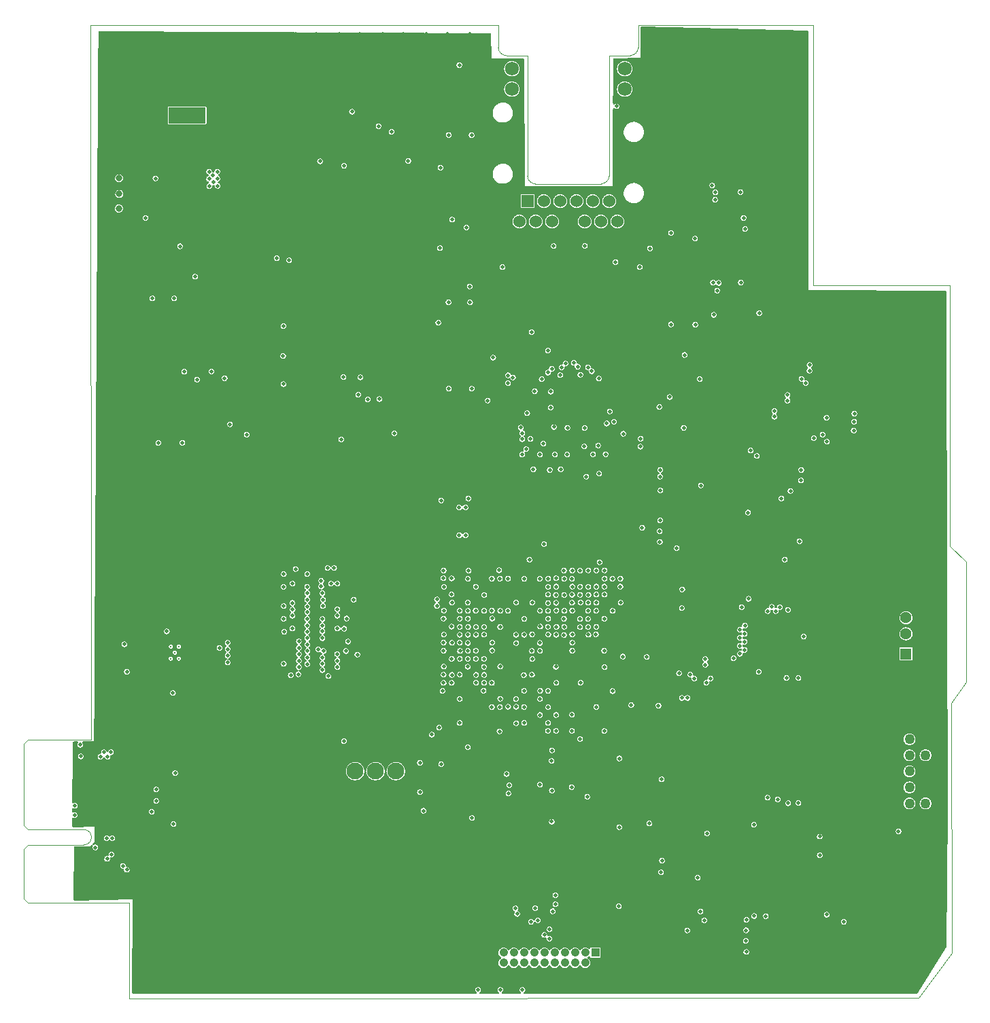
<source format=gbr>
G04 #@! TF.GenerationSoftware,KiCad,Pcbnew,(7.0.0)*
G04 #@! TF.CreationDate,2024-09-25T23:02:18+02:00*
G04 #@! TF.ProjectId,FPGA_dev_board,46504741-5f64-4657-965f-626f6172642e,rev?*
G04 #@! TF.SameCoordinates,Original*
G04 #@! TF.FileFunction,Copper,L4,Inr*
G04 #@! TF.FilePolarity,Positive*
%FSLAX46Y46*%
G04 Gerber Fmt 4.6, Leading zero omitted, Abs format (unit mm)*
G04 Created by KiCad (PCBNEW (7.0.0)) date 2024-09-25 23:02:18*
%MOMM*%
%LPD*%
G01*
G04 APERTURE LIST*
G04 #@! TA.AperFunction,ComponentPad*
%ADD10C,4.500000*%
G04 #@! TD*
G04 #@! TA.AperFunction,ComponentPad*
%ADD11C,0.300000*%
G04 #@! TD*
G04 #@! TA.AperFunction,ComponentPad*
%ADD12C,2.100000*%
G04 #@! TD*
G04 #@! TA.AperFunction,ComponentPad*
%ADD13R,1.530000X1.530000*%
G04 #@! TD*
G04 #@! TA.AperFunction,ComponentPad*
%ADD14C,1.530000*%
G04 #@! TD*
G04 #@! TA.AperFunction,ComponentPad*
%ADD15C,1.725000*%
G04 #@! TD*
G04 #@! TA.AperFunction,ComponentPad*
%ADD16R,4.600000X2.000000*%
G04 #@! TD*
G04 #@! TA.AperFunction,ComponentPad*
%ADD17O,4.200000X2.000000*%
G04 #@! TD*
G04 #@! TA.AperFunction,ComponentPad*
%ADD18O,2.000000X4.200000*%
G04 #@! TD*
G04 #@! TA.AperFunction,ComponentPad*
%ADD19R,1.060000X1.060000*%
G04 #@! TD*
G04 #@! TA.AperFunction,ComponentPad*
%ADD20C,1.060000*%
G04 #@! TD*
G04 #@! TA.AperFunction,ComponentPad*
%ADD21C,1.995000*%
G04 #@! TD*
G04 #@! TA.AperFunction,ComponentPad*
%ADD22C,1.270000*%
G04 #@! TD*
G04 #@! TA.AperFunction,ComponentPad*
%ADD23R,1.428000X1.428000*%
G04 #@! TD*
G04 #@! TA.AperFunction,ComponentPad*
%ADD24C,1.428000*%
G04 #@! TD*
G04 #@! TA.AperFunction,ComponentPad*
%ADD25C,3.346000*%
G04 #@! TD*
G04 #@! TA.AperFunction,ComponentPad*
%ADD26C,0.550000*%
G04 #@! TD*
G04 #@! TA.AperFunction,ViaPad*
%ADD27C,0.500000*%
G04 #@! TD*
G04 #@! TA.AperFunction,ViaPad*
%ADD28C,0.800000*%
G04 #@! TD*
G04 #@! TA.AperFunction,Profile*
%ADD29C,0.100000*%
G04 #@! TD*
G04 #@! TA.AperFunction,Profile*
%ADD30C,0.010000*%
G04 #@! TD*
G04 APERTURE END LIST*
D10*
X81640000Y-125240000D03*
D11*
X55420000Y-198590000D03*
X56420000Y-198590000D03*
X55920000Y-197840000D03*
X55420000Y-197090000D03*
X56420000Y-197090000D03*
D12*
X78370000Y-212590000D03*
X80910000Y-212590000D03*
X83450000Y-212590000D03*
D13*
X99833999Y-141559999D03*
D14*
X101866000Y-141560000D03*
X103898000Y-141560000D03*
X105930000Y-141560000D03*
X107962000Y-141560000D03*
X109994000Y-141560000D03*
X98818000Y-144100000D03*
X100850000Y-144100000D03*
X102882000Y-144100000D03*
X106946000Y-144100000D03*
X108978000Y-144100000D03*
X111010000Y-144100000D03*
D15*
X97889000Y-127590000D03*
X97889000Y-125050000D03*
X111939000Y-127590000D03*
X111939000Y-125050000D03*
D12*
X113069000Y-136230000D03*
X96759000Y-134830000D03*
D16*
X57459999Y-130879999D03*
D17*
X57459999Y-124579999D03*
D18*
X52659999Y-127979999D03*
D10*
X56360000Y-233980000D03*
D19*
X108279999Y-235229999D03*
D20*
X108280000Y-236500000D03*
X107010000Y-235230000D03*
X107010000Y-236500000D03*
X105740000Y-235230000D03*
X105740000Y-236500000D03*
X104470000Y-235230000D03*
X104470000Y-236500000D03*
X103200000Y-235230000D03*
X103200000Y-236500000D03*
X101930000Y-235230000D03*
X101930000Y-236500000D03*
X100660000Y-235230000D03*
X100660000Y-236500000D03*
X99390000Y-235230000D03*
X99390000Y-236500000D03*
X98120000Y-235230000D03*
X98120000Y-236500000D03*
X96850000Y-235230000D03*
X96850000Y-236500000D03*
D21*
X143370000Y-174020000D03*
X143370000Y-159520000D03*
X148320000Y-174620000D03*
X148320000Y-158920000D03*
D22*
X149400000Y-216620000D03*
X149400000Y-214620001D03*
X149400000Y-212620000D03*
X149400000Y-210619999D03*
X149400000Y-208620001D03*
X147399999Y-216620000D03*
X147399999Y-214620001D03*
X147399999Y-212620000D03*
X147399999Y-210619999D03*
X147399999Y-208620001D03*
D10*
X145270000Y-234470000D03*
D23*
X146969999Y-197979999D03*
D24*
X146970000Y-195480000D03*
X146970000Y-193480000D03*
X146970000Y-190980000D03*
D25*
X149970000Y-201050000D03*
X149970000Y-187910000D03*
D12*
X78370000Y-216680000D03*
X80910000Y-216680000D03*
X83450000Y-216680000D03*
D10*
X130270000Y-125210000D03*
D26*
X105795000Y-166885000D03*
X105795000Y-168135000D03*
X104545000Y-166885000D03*
X104545000Y-168135000D03*
D27*
X95407000Y-201600000D03*
X95432000Y-193575000D03*
X76650000Y-171250000D03*
X99407000Y-195600000D03*
X100382000Y-197625000D03*
X83260000Y-170490000D03*
X96432000Y-203575000D03*
X94444500Y-190637500D03*
X96432000Y-199575000D03*
X96432000Y-194625000D03*
X99382000Y-200625000D03*
X97407000Y-192600000D03*
X89070000Y-178860000D03*
X92470000Y-178610000D03*
X98400000Y-203610000D03*
X96307500Y-187560000D03*
X98432000Y-191575000D03*
X98407000Y-195600000D03*
X131070000Y-233680000D03*
X79780000Y-179670000D03*
X79750000Y-134420000D03*
X46760000Y-120740000D03*
X66910000Y-124690000D03*
X81780000Y-222670000D03*
X109620000Y-213490000D03*
X78780000Y-222670000D03*
X92700000Y-120740000D03*
X46660000Y-136900000D03*
X99432000Y-205575000D03*
X146102659Y-239860000D03*
X122984284Y-120810000D03*
X110432000Y-207625000D03*
X102407000Y-201600000D03*
X144060000Y-165540000D03*
X133770000Y-151340000D03*
X58990000Y-165110000D03*
X69502324Y-198512324D03*
X90407000Y-187575000D03*
X102432000Y-203625000D03*
X110420000Y-197590000D03*
X116240000Y-159800000D03*
X123480000Y-145600000D03*
X96432000Y-193650000D03*
X121040000Y-227740000D03*
X91382000Y-207625000D03*
X92950000Y-184560000D03*
X46620000Y-144700000D03*
X96130000Y-157900000D03*
X108210000Y-186790000D03*
X62450000Y-193370000D03*
X141780000Y-193670000D03*
X43647220Y-215858580D03*
X66105304Y-239860000D03*
X127450000Y-182660000D03*
X125675712Y-120810000D03*
X46550000Y-166690000D03*
X77780000Y-224670000D03*
X92700000Y-150890000D03*
X142810000Y-226460000D03*
X46590000Y-155890000D03*
X74810000Y-141680000D03*
X97450000Y-209560000D03*
X59160000Y-196990000D03*
X57829717Y-239860000D03*
X123860233Y-232471734D03*
X126920000Y-219250000D03*
X44930000Y-225790000D03*
X133960000Y-232640000D03*
X87220000Y-120740000D03*
X106432000Y-195600000D03*
X93407000Y-207575000D03*
X89407000Y-205575000D03*
X97407000Y-191600000D03*
X73754500Y-192076088D03*
X134130000Y-198030000D03*
X142780000Y-196670000D03*
X46690000Y-134030000D03*
X105387500Y-200577500D03*
X95432000Y-187625000D03*
X78950000Y-120740000D03*
X112010000Y-202720000D03*
X60780000Y-183670000D03*
X93190000Y-181410000D03*
X142780000Y-193670000D03*
X151280000Y-220730000D03*
X134390000Y-227450000D03*
X123780000Y-132670000D03*
X104410000Y-196590000D03*
X46570000Y-161290000D03*
X59270000Y-193240000D03*
X104407000Y-197600000D03*
X66770000Y-151900000D03*
X123690000Y-193050000D03*
X136291428Y-153560000D03*
X46590000Y-147570000D03*
X81780000Y-181670000D03*
X126780000Y-135670000D03*
X91432000Y-189630000D03*
X104432000Y-189625000D03*
X109382000Y-192575000D03*
X133770000Y-145957140D03*
X89370000Y-169106097D03*
X44620000Y-223000000D03*
X118490000Y-139630000D03*
X112080000Y-220210000D03*
X101130000Y-150490000D03*
X143780000Y-193670000D03*
X97407000Y-199600000D03*
X95432000Y-203575000D03*
X60020000Y-172550000D03*
X143780000Y-196670000D03*
X143795712Y-153560000D03*
X71780000Y-224670000D03*
X96300000Y-160890000D03*
X128220000Y-204900000D03*
X46560000Y-158760000D03*
X117490000Y-161310000D03*
X81820000Y-167550000D03*
X120292856Y-120810000D03*
X92720000Y-161880000D03*
X69440000Y-191230000D03*
X78220000Y-197610000D03*
X137780000Y-193670000D03*
X151360000Y-180531428D03*
X151330000Y-231620000D03*
X62820000Y-120740000D03*
X141372000Y-213448000D03*
X129580000Y-233690000D03*
X109432000Y-204625000D03*
X46640000Y-142300000D03*
X118517355Y-239860000D03*
X46760000Y-122670000D03*
X126690000Y-190610000D03*
X49630000Y-120740000D03*
X75780000Y-181670000D03*
X133750000Y-143780000D03*
X68863833Y-239860000D03*
X77470000Y-171810000D03*
X88173536Y-239860000D03*
X94444500Y-189637500D03*
X140450000Y-228330000D03*
X106407000Y-192600000D03*
X100419500Y-187612500D03*
X138180000Y-221610000D03*
X118780000Y-126670000D03*
X46730000Y-125540000D03*
X116320000Y-171980000D03*
X121780000Y-129670000D03*
X128070000Y-233690000D03*
X133750000Y-128340000D03*
X98382000Y-200600000D03*
X101966181Y-239860000D03*
X132550000Y-205290000D03*
X132310000Y-239860000D03*
X95432000Y-202600000D03*
X123400000Y-153710000D03*
X135068529Y-239860000D03*
X46520000Y-177990000D03*
X110530000Y-157030000D03*
X116727794Y-197046264D03*
X137510000Y-199400000D03*
X117050000Y-203380000D03*
X58000000Y-152520000D03*
X126080000Y-201200000D03*
X46500000Y-174960000D03*
X90880000Y-216580000D03*
X107483239Y-239860000D03*
X68130000Y-120740000D03*
X73780000Y-179670000D03*
X128730000Y-144520000D03*
X43717220Y-212328580D03*
X55380000Y-151290000D03*
X130540000Y-209220000D03*
X46410000Y-200050000D03*
X135720000Y-230490000D03*
X151340000Y-165975716D03*
X95850000Y-173840000D03*
X73530000Y-120740000D03*
X114120000Y-197130000D03*
X100407000Y-192600000D03*
X123820233Y-233791734D03*
X151340000Y-158471432D03*
X46670000Y-139430000D03*
X60780000Y-180670000D03*
X68920000Y-153880000D03*
X106407000Y-202600000D03*
X133750000Y-141088572D03*
X106432000Y-205625000D03*
X75365000Y-190030000D03*
X151360000Y-183032856D03*
X72415000Y-188830000D03*
X124034413Y-239860000D03*
X95410000Y-194600000D03*
X51920000Y-204050000D03*
X66184122Y-202325878D03*
X69440000Y-190455000D03*
X105070000Y-160960000D03*
X60780000Y-189670000D03*
X68780000Y-224670000D03*
X144070000Y-164030000D03*
X107432000Y-188625000D03*
X63780000Y-222670000D03*
X133750000Y-125648572D03*
X105320000Y-154840000D03*
X99432000Y-191625000D03*
X110241768Y-239860000D03*
X98432000Y-188600000D03*
X140585587Y-239860000D03*
X131058568Y-120810000D03*
X52460000Y-197860000D03*
X116780000Y-135670000D03*
X76780000Y-179670000D03*
X85415007Y-239860000D03*
X133750000Y-122957140D03*
X151360000Y-175528572D03*
X52900000Y-193730000D03*
X116780000Y-129670000D03*
X72950000Y-141640000D03*
X99407000Y-201600000D03*
X72780000Y-222670000D03*
X77139420Y-239860000D03*
X98070000Y-164730000D03*
X126650000Y-153210000D03*
X96290000Y-159530000D03*
X88490500Y-196085522D03*
X129780000Y-132670000D03*
X73639998Y-167850000D03*
X107419500Y-208612500D03*
X144070000Y-162530000D03*
X98407000Y-194600000D03*
X46540000Y-164160000D03*
X43627220Y-228318580D03*
X114910000Y-120810000D03*
X94500000Y-168040000D03*
X91432000Y-191600000D03*
X135780000Y-193670000D03*
X133770000Y-133528572D03*
X109382000Y-202575000D03*
X136250000Y-167950000D03*
X133770000Y-130837140D03*
X132060000Y-233810000D03*
X125340000Y-207070000D03*
X102430000Y-199583388D03*
X65690000Y-120740000D03*
X110830000Y-182220000D03*
X100457000Y-207650000D03*
X105330000Y-156450000D03*
X133790000Y-153560000D03*
X60290000Y-120740000D03*
X104724710Y-239860000D03*
X126090000Y-141860000D03*
X63760000Y-147890000D03*
X86780000Y-224670000D03*
X100432000Y-188625000D03*
X65780000Y-224670000D03*
X116990000Y-160730000D03*
X93680000Y-174410000D03*
X137330000Y-195840000D03*
X137827058Y-239860000D03*
X46490000Y-180860000D03*
X58780000Y-182670000D03*
X107444000Y-198611000D03*
X136150000Y-199190000D03*
X99870000Y-175870000D03*
X75780000Y-222670000D03*
X74380891Y-239860000D03*
X138780000Y-193670000D03*
X64090000Y-157070000D03*
X133770000Y-136220000D03*
X151300000Y-153560000D03*
X136160000Y-236720000D03*
X60780000Y-186670000D03*
X133750000Y-231540000D03*
X52160000Y-120740000D03*
X115960000Y-184530000D03*
X62040000Y-164590000D03*
X52312659Y-239860000D03*
X139970000Y-166270000D03*
X133910000Y-200020000D03*
X147220000Y-229230000D03*
X142950000Y-220100000D03*
X104380000Y-186680000D03*
X55071188Y-239860000D03*
X46500000Y-183390000D03*
X98457000Y-198575000D03*
X128367140Y-120810000D03*
X151340000Y-173480000D03*
X147130000Y-223040000D03*
X58780000Y-178670000D03*
X96420000Y-206590000D03*
X129551471Y-239860000D03*
X74760000Y-131930000D03*
X90932065Y-239860000D03*
X76400000Y-120740000D03*
X96420000Y-196560000D03*
X93080000Y-183530000D03*
X90390000Y-197605000D03*
X137200000Y-166250000D03*
X123220000Y-142370000D03*
X124136100Y-199520000D03*
X46390000Y-205450000D03*
X122680000Y-231290000D03*
X139780000Y-193670000D03*
X136780000Y-193670000D03*
X60860000Y-193290000D03*
X138500000Y-162670000D03*
X139780000Y-196670000D03*
X66780000Y-222670000D03*
X46360000Y-208320000D03*
X98382000Y-199625000D03*
X64079904Y-164357712D03*
X151340000Y-170978572D03*
X46710000Y-130940000D03*
X133750000Y-138397140D03*
X122780000Y-157699000D03*
X92780000Y-224670000D03*
X46570000Y-152970000D03*
X74821644Y-224669844D03*
X151340000Y-155970000D03*
X140780000Y-196670000D03*
X138780000Y-196670000D03*
X141294284Y-153560000D03*
X146297140Y-153560000D03*
X124350000Y-203210000D03*
X73829500Y-196829500D03*
X144060000Y-170030000D03*
X138792856Y-153560000D03*
X46380000Y-202920000D03*
X55750000Y-141690000D03*
X103382000Y-193625000D03*
X80310000Y-139100000D03*
X64920000Y-141610000D03*
X94540000Y-165510000D03*
X143344116Y-239860000D03*
X91407000Y-187550000D03*
X46530000Y-172090000D03*
X141780000Y-196670000D03*
X97350000Y-211850000D03*
X121780000Y-135670000D03*
X57070000Y-202970000D03*
X92670000Y-217180000D03*
X137880000Y-213448000D03*
X123830000Y-231120000D03*
X103070000Y-150520000D03*
X131130000Y-224360000D03*
X69490000Y-200055000D03*
X62010000Y-146930000D03*
X151340000Y-160972860D03*
X132360000Y-208830000D03*
X82780000Y-179670000D03*
X82656478Y-239860000D03*
X46460000Y-188990000D03*
X55030000Y-120740000D03*
X122880000Y-167970000D03*
X60588246Y-239860000D03*
X87780000Y-222670000D03*
X101370000Y-189590000D03*
X58780000Y-185670000D03*
X102650000Y-186340000D03*
X93407000Y-196600000D03*
X148798568Y-153560000D03*
X96340000Y-162320000D03*
X46600000Y-150100000D03*
X104420000Y-171980000D03*
X90390000Y-192590000D03*
X126792942Y-239860000D03*
X90780000Y-222670000D03*
X65930000Y-150890000D03*
X69860000Y-142730000D03*
X96407000Y-202600000D03*
X58420000Y-202930000D03*
X71000000Y-120740000D03*
X136040000Y-162660000D03*
X92770000Y-129900000D03*
X76165000Y-194030000D03*
X46430000Y-191860000D03*
X90540000Y-169096097D03*
X89821644Y-224669844D03*
X92720000Y-140860000D03*
X74490000Y-165830002D03*
X69780000Y-222670000D03*
X100407000Y-202600000D03*
X71622362Y-239860000D03*
X111394500Y-187612500D03*
X53860000Y-168230000D03*
X80780000Y-224670000D03*
X81820000Y-120740000D03*
X123820233Y-235131734D03*
X97072400Y-219550500D03*
X57420000Y-120740000D03*
X70565000Y-194030000D03*
X95407000Y-199600000D03*
X84350000Y-120740000D03*
X118780000Y-132670000D03*
X83180000Y-134290000D03*
X151340000Y-168477144D03*
X101382000Y-193625000D03*
X58780000Y-188670000D03*
X62920000Y-140870000D03*
X46520000Y-169560000D03*
X103407000Y-206600000D03*
X123780000Y-126670000D03*
X63996200Y-160810000D03*
X69490000Y-188830000D03*
X115758826Y-239860000D03*
X151360000Y-178030000D03*
X114090000Y-202690000D03*
X101230000Y-162290000D03*
X133770000Y-148648572D03*
X63346775Y-239860000D03*
X53890000Y-164350000D03*
X78780000Y-181670000D03*
X100407000Y-196625000D03*
X112810000Y-159250000D03*
X113000297Y-239860000D03*
X91432000Y-188590000D03*
X109720000Y-150540000D03*
X72794713Y-181642756D03*
X69490000Y-192830000D03*
X69990000Y-138120000D03*
X134780000Y-193670000D03*
X77240000Y-188030000D03*
X115630000Y-159140000D03*
X56140000Y-151240000D03*
X59890000Y-200680000D03*
X93110000Y-179300000D03*
X46440000Y-194390000D03*
X133800000Y-223690000D03*
X140780000Y-193670000D03*
X99394000Y-199586000D03*
X126780000Y-129670000D03*
X144020000Y-167030000D03*
X79897949Y-239860000D03*
X46470000Y-186260000D03*
X99432000Y-194625000D03*
X107030000Y-150310000D03*
X117710000Y-153629000D03*
X108960000Y-160600000D03*
X112090000Y-213660000D03*
X89830000Y-120740000D03*
X69950000Y-135910000D03*
X70794713Y-179642756D03*
X121275884Y-239860000D03*
X93430000Y-191590000D03*
X61500000Y-200640000D03*
X138070000Y-235550000D03*
X75750500Y-201725521D03*
X84780000Y-222670000D03*
X97407000Y-196600000D03*
X92432000Y-190625000D03*
X100840000Y-158540000D03*
X118440000Y-151709000D03*
X109408500Y-194601500D03*
X92407000Y-203600000D03*
X46410000Y-197260000D03*
X46740000Y-128070000D03*
X131450000Y-181940000D03*
X69950000Y-140450000D03*
X73980000Y-133110000D03*
X130520000Y-204290000D03*
X151340000Y-163474288D03*
X117601428Y-120810000D03*
X133750000Y-120810000D03*
X83780000Y-224670000D03*
X120240000Y-219870000D03*
X128630000Y-200230000D03*
X121370000Y-230090000D03*
X128690000Y-155529000D03*
X108810000Y-186559500D03*
X122190000Y-220360000D03*
X128060000Y-230660000D03*
X101382000Y-196625000D03*
X99400000Y-202580000D03*
X98432500Y-196632500D03*
X127370000Y-191120000D03*
X117700000Y-156919000D03*
X100407000Y-195575000D03*
X101361921Y-188633502D03*
X120730000Y-156959000D03*
X129520000Y-230680000D03*
X100419500Y-198612500D03*
X123030000Y-155729000D03*
X100432000Y-191600000D03*
X132080000Y-200990000D03*
X78760000Y-165680000D03*
X90450000Y-143860000D03*
X58690000Y-163800000D03*
X69410000Y-160860000D03*
D28*
X49000000Y-140660000D03*
D27*
X69450000Y-157130000D03*
X79030000Y-163510000D03*
X122930000Y-151719000D03*
X123190000Y-141380000D03*
X123450000Y-152699000D03*
X69450000Y-164360000D03*
X122840000Y-139620000D03*
X135480000Y-171090000D03*
D28*
X48980000Y-138700000D03*
D27*
X53130000Y-153680000D03*
X76920000Y-163480000D03*
X77980000Y-130410000D03*
X90040000Y-164914998D03*
X57100000Y-162820000D03*
X79950000Y-166270000D03*
X90000000Y-154170000D03*
D28*
X48960000Y-142470000D03*
D27*
X92875000Y-133315000D03*
X58440000Y-150970000D03*
X88950000Y-147420000D03*
X119050000Y-192280000D03*
X111270000Y-219580000D03*
X121850000Y-231200000D03*
X121420000Y-176990000D03*
X137070000Y-168570000D03*
X114120000Y-182270000D03*
X136570000Y-170650000D03*
X103432000Y-201600000D03*
X111280000Y-211020000D03*
X102610000Y-175050000D03*
X106920000Y-172130000D03*
X116340000Y-175890000D03*
X131870000Y-186230000D03*
X106432000Y-191575000D03*
X119400000Y-160730000D03*
X146040000Y-220120000D03*
X103970000Y-174980000D03*
X107166847Y-175888173D03*
X136220000Y-220750000D03*
X131460000Y-178610000D03*
X121290000Y-163740000D03*
X108770000Y-175520000D03*
X102407000Y-206600000D03*
X96725000Y-149790000D03*
X109407000Y-207600000D03*
X119110000Y-189950000D03*
X109432000Y-199625000D03*
X114690000Y-198380000D03*
X121040000Y-225870000D03*
X106394500Y-208587500D03*
X91350000Y-124590000D03*
X102750000Y-165290000D03*
X105330000Y-214590000D03*
X116150000Y-204430000D03*
X101407000Y-192600000D03*
X94890000Y-166410000D03*
X127020000Y-233760000D03*
X137100000Y-230490000D03*
X126510500Y-192160000D03*
X43470000Y-216919080D03*
X113880000Y-172150000D03*
X103369500Y-199587500D03*
X105407000Y-197600000D03*
X106388500Y-187601500D03*
X132580000Y-177660000D03*
X139230000Y-231380000D03*
X98432000Y-206625000D03*
X111710000Y-198320000D03*
X101407000Y-203600000D03*
X113810000Y-149780000D03*
X108407000Y-194600000D03*
X137130000Y-171540000D03*
X125490000Y-198540000D03*
X76980000Y-208860000D03*
X84990000Y-136540000D03*
X108407000Y-204600000D03*
X110432000Y-192625000D03*
X109432000Y-190600000D03*
X111760000Y-170550000D03*
X128020000Y-219270000D03*
X109382000Y-197575000D03*
X97460000Y-215380000D03*
X118700000Y-200410000D03*
X43440000Y-218090000D03*
X103400000Y-188560000D03*
X118420000Y-184800000D03*
X49950000Y-200220000D03*
X110432000Y-202625000D03*
X74000000Y-136590000D03*
X86440000Y-215230000D03*
X105382000Y-205575000D03*
X99800000Y-167990000D03*
X105407000Y-195575000D03*
X89000000Y-137380000D03*
X127080000Y-235140000D03*
X89070000Y-211730000D03*
X88730000Y-156710000D03*
X127070000Y-232440000D03*
X76990000Y-137160000D03*
X136230000Y-223080000D03*
X106432000Y-201575000D03*
X102883485Y-210012077D03*
X103432000Y-192575000D03*
X127100000Y-231120000D03*
X100570000Y-174970000D03*
X133580000Y-200990000D03*
X134230000Y-195830000D03*
X116350000Y-181350000D03*
X49640000Y-196790000D03*
X44200000Y-210760000D03*
X60220000Y-139680000D03*
X60190000Y-138780000D03*
X47540000Y-210800000D03*
X60710000Y-139210000D03*
X46030000Y-222110000D03*
X61210000Y-137880000D03*
X47100000Y-210250000D03*
X46670000Y-210800000D03*
X61220000Y-138750000D03*
X60680000Y-138310000D03*
X60190000Y-137880000D03*
X47980000Y-210240000D03*
X61250000Y-139650000D03*
X55850000Y-153680000D03*
X68620000Y-148660000D03*
X70160000Y-148930000D03*
X95407000Y-204600000D03*
X62800000Y-169370000D03*
X91407000Y-192600000D03*
X92920000Y-218440000D03*
X94382000Y-202575000D03*
X69465000Y-189630000D03*
X94432000Y-194625000D03*
X77215000Y-197630000D03*
X69490000Y-192030000D03*
X53870000Y-171700000D03*
X76165000Y-194830000D03*
X91407000Y-203600000D03*
X75765000Y-187280000D03*
X91407000Y-195600000D03*
X92407000Y-198600000D03*
X78650000Y-198070500D03*
X70565000Y-193230000D03*
X56870000Y-171670000D03*
X89440000Y-189630000D03*
X91407000Y-206600000D03*
X55690000Y-202860000D03*
X69490000Y-199230000D03*
X70565000Y-194830000D03*
X77310000Y-193580000D03*
X92420000Y-209610000D03*
X89390000Y-200580000D03*
X96350000Y-207640000D03*
X61470000Y-197240000D03*
X69490000Y-188030000D03*
X78194479Y-191229500D03*
X64880000Y-170650000D03*
X100075715Y-186239500D03*
X102720000Y-167280000D03*
X109710000Y-169270000D03*
X100350000Y-157880000D03*
X100740000Y-165240000D03*
X98030000Y-163530000D03*
X116250000Y-167200000D03*
X126920000Y-145030000D03*
X102380000Y-160170000D03*
X126740000Y-143640000D03*
X117710000Y-145510000D03*
X101820000Y-171780000D03*
X106950000Y-169840000D03*
X120710000Y-146220000D03*
X100200000Y-171190000D03*
X93400000Y-189610000D03*
X95407000Y-188600000D03*
X97420000Y-163270000D03*
X99432000Y-188625000D03*
X54930000Y-195180000D03*
X69490000Y-193605000D03*
X77480000Y-196450000D03*
X62490000Y-196600000D03*
X62490000Y-199060000D03*
X62490000Y-198190000D03*
X62490000Y-197390000D03*
X92130000Y-183200000D03*
X92432000Y-188625000D03*
X92120000Y-179720000D03*
X49449732Y-224401092D03*
X91340000Y-183190000D03*
X92502000Y-187610000D03*
X91330000Y-179740000D03*
X49944708Y-224896068D03*
X110080000Y-167760000D03*
X117530000Y-165970000D03*
X106990000Y-147120000D03*
X103100000Y-147150000D03*
X108710000Y-163670000D03*
X101600000Y-163740000D03*
X103910853Y-163238917D03*
X106420000Y-163190609D03*
X116370000Y-175040000D03*
X102407000Y-188600000D03*
X104407000Y-188625000D03*
X116390000Y-177600000D03*
X105407000Y-187600000D03*
X116300000Y-182700000D03*
X116320000Y-184020000D03*
X105382000Y-188625000D03*
X102407000Y-189625000D03*
X133710000Y-183940000D03*
X133910000Y-176370000D03*
X104382000Y-187600000D03*
X44137220Y-209318580D03*
X107280000Y-215780000D03*
X102394500Y-202587500D03*
X55960000Y-212850000D03*
X132300000Y-216600000D03*
X131000000Y-216120000D03*
X102419500Y-204612500D03*
X102860000Y-218890000D03*
X55770000Y-219190000D03*
X129720000Y-215910000D03*
X53597220Y-214888580D03*
X97570000Y-214350000D03*
X101420500Y-202593139D03*
X53047220Y-217668580D03*
X102407000Y-193600000D03*
X102870000Y-215030000D03*
X48022386Y-223003414D03*
X94432000Y-192625000D03*
X95407000Y-192600000D03*
X47492054Y-223533746D03*
X96407000Y-188600000D03*
X48137220Y-220958580D03*
X47437220Y-220958580D03*
X97407000Y-188600000D03*
X133580000Y-216570000D03*
X53597220Y-216308580D03*
X101407000Y-205600000D03*
X102840000Y-211330000D03*
X107845269Y-162755984D03*
X105603285Y-161696560D03*
X107364435Y-162275150D03*
X106084119Y-162177394D03*
X97420000Y-164240000D03*
X95570000Y-161060000D03*
X110790000Y-149150000D03*
X115090000Y-147450000D03*
X110910000Y-129730000D03*
X104090487Y-162284697D03*
X104571321Y-161803863D03*
X102867295Y-162446461D03*
X102386461Y-162927295D03*
X119060000Y-203480000D03*
X134960000Y-161980000D03*
X102382000Y-194600000D03*
X121990000Y-199340000D03*
X130587967Y-167719859D03*
X107432000Y-195600000D03*
X108357000Y-195550000D03*
X130587967Y-168419859D03*
X121990000Y-198640000D03*
X127300000Y-180370000D03*
X140540000Y-168020000D03*
X105407000Y-196600000D03*
X140510000Y-169040000D03*
X127630000Y-172650000D03*
X106369500Y-193637500D03*
X140460000Y-170150000D03*
X128400000Y-173320000D03*
X107369500Y-193637500D03*
X105382000Y-207575000D03*
X102590000Y-232300000D03*
X102560000Y-233480000D03*
X103310000Y-229200000D03*
X101930000Y-233020000D03*
X100280000Y-231390000D03*
X102382000Y-207575000D03*
X103320000Y-228060000D03*
X96449123Y-239860000D03*
X99207652Y-239860000D03*
X93690594Y-239860000D03*
X103407000Y-205603000D03*
X103382000Y-207575000D03*
X102980000Y-230070000D03*
X101130000Y-231200000D03*
X98340000Y-229710000D03*
X98550000Y-230400000D03*
X100800000Y-229670000D03*
X101421000Y-194586000D03*
X134950000Y-162680000D03*
X119760000Y-203480000D03*
X122631799Y-201041467D03*
X133954834Y-163694834D03*
X104382000Y-193625000D03*
X104407000Y-194600000D03*
X134485166Y-164225166D03*
X122101467Y-201571799D03*
X92230000Y-144840000D03*
X123650000Y-151750000D03*
X92650000Y-152180000D03*
X92690000Y-154160000D03*
X123230000Y-140450000D03*
X60490000Y-162790000D03*
X90030000Y-133310000D03*
X116550000Y-213630000D03*
X101390000Y-214280000D03*
X115010000Y-219130000D03*
X99432000Y-193625000D03*
X112760000Y-204360000D03*
X81380000Y-166220000D03*
X52280000Y-143650000D03*
X56560000Y-147180000D03*
X126400000Y-151700000D03*
X126360000Y-140420000D03*
X62130000Y-163620000D03*
X53510000Y-138720000D03*
X82910000Y-132920000D03*
X72440000Y-197630000D03*
X95420000Y-197560000D03*
X90415000Y-200605000D03*
X74315000Y-198455000D03*
X93407000Y-198600000D03*
X72440000Y-198430000D03*
X71365000Y-198030000D03*
X94407000Y-199600000D03*
X90407000Y-201600000D03*
X76165000Y-198830000D03*
X95440000Y-196577000D03*
X71365000Y-198830000D03*
X76165000Y-199630000D03*
X92395000Y-199580000D03*
X71365000Y-199630000D03*
X89250000Y-202590000D03*
X94440000Y-200605000D03*
X75040000Y-200760000D03*
X72415000Y-199255000D03*
X94430000Y-198600000D03*
X74315000Y-196030000D03*
X93394500Y-197587500D03*
X89394500Y-201612500D03*
X74315000Y-199230000D03*
X74440000Y-197630500D03*
X89407000Y-199575000D03*
X71290000Y-200520000D03*
X90407000Y-198600000D03*
X74315000Y-200005000D03*
X94432000Y-201600000D03*
X71365000Y-197230000D03*
X94419500Y-195587500D03*
X91415000Y-200555000D03*
X76140000Y-198005000D03*
X91420000Y-198590000D03*
X72440000Y-196830000D03*
X91432000Y-197625000D03*
X77020000Y-194850000D03*
X70360000Y-200650000D03*
X93382500Y-192605000D03*
X71365000Y-196430000D03*
X72390000Y-194430000D03*
X89394500Y-197587500D03*
X72390000Y-195230000D03*
X92432000Y-197600000D03*
X92432000Y-195600000D03*
X72415000Y-196030000D03*
X69540000Y-195230000D03*
X92407000Y-196625000D03*
X108407000Y-189600000D03*
X110610000Y-169050000D03*
X108394500Y-191612500D03*
X107990000Y-173110000D03*
X103382000Y-191625000D03*
X101910000Y-184290000D03*
X107382000Y-192600000D03*
X113920000Y-171160000D03*
X104394500Y-190637500D03*
X104790000Y-173130000D03*
X96432000Y-192625000D03*
X103369500Y-190637500D03*
X103250000Y-173130000D03*
X105394500Y-190612500D03*
X101400000Y-173130000D03*
X105394500Y-191612500D03*
X99160000Y-173150000D03*
X109560000Y-173100000D03*
X106394500Y-189612500D03*
X133930000Y-175050000D03*
X101407000Y-197600000D03*
X105408500Y-189598500D03*
X100400000Y-200590000D03*
X86440000Y-211550000D03*
X88820000Y-207160000D03*
X96407000Y-204600000D03*
X116580000Y-223750000D03*
X107382000Y-194625000D03*
X106382000Y-194650000D03*
X116470000Y-225220000D03*
X119740000Y-232450000D03*
X104382000Y-195625000D03*
X103446000Y-194614000D03*
X111220000Y-229430000D03*
X74360000Y-192030000D03*
X93432000Y-195600000D03*
X91419500Y-193587500D03*
X72415000Y-191230000D03*
X93440000Y-200605000D03*
X74293434Y-194480000D03*
X74293434Y-195180000D03*
X93440000Y-201575500D03*
X74315000Y-193630000D03*
X91419500Y-194612500D03*
X92444500Y-194637500D03*
X70590000Y-192455000D03*
X75370000Y-189230000D03*
X92400000Y-191590000D03*
X89394500Y-193587500D03*
X74315000Y-190430000D03*
X90394500Y-194587500D03*
X74381811Y-191230000D03*
X72440000Y-190430000D03*
X89419500Y-192587500D03*
X89419500Y-195587500D03*
X76160000Y-192420000D03*
X92419500Y-193587500D03*
X70565000Y-191630000D03*
X89394500Y-196587500D03*
X76165000Y-193230000D03*
X72390000Y-193630500D03*
X93432000Y-194625000D03*
X92432000Y-192625000D03*
X70965000Y-187405000D03*
X74940000Y-187280000D03*
X90407000Y-188575000D03*
X74152875Y-188880000D03*
X88557000Y-191200000D03*
X88557000Y-192000000D03*
X74152875Y-189580000D03*
X70570000Y-189230000D03*
X90394500Y-190562500D03*
X89365000Y-188555000D03*
X72390000Y-189630000D03*
X89394500Y-187587500D03*
X72415000Y-188030000D03*
X76170000Y-189230000D03*
X90426000Y-191591000D03*
X120112512Y-200562512D03*
X132215194Y-165717338D03*
X103407000Y-195600000D03*
X132215194Y-166417338D03*
X102432000Y-195575000D03*
X120607488Y-201057488D03*
X102394500Y-191637500D03*
X99670000Y-172470000D03*
X102382000Y-192625000D03*
X97432000Y-204575000D03*
X87930000Y-208050000D03*
X102407000Y-190600000D03*
X98995000Y-169785000D03*
X103120000Y-169700000D03*
X103410000Y-189600000D03*
X98432000Y-204575000D03*
X99407000Y-204600000D03*
X104432000Y-192625000D03*
X99190000Y-171220000D03*
X129760000Y-192650000D03*
X106382000Y-190625000D03*
X99190000Y-170480000D03*
X105407000Y-192600000D03*
X86890000Y-217540000D03*
X81290000Y-132210000D03*
X92900000Y-164930000D03*
X126880000Y-195480000D03*
X111407000Y-189600000D03*
X107407000Y-189625000D03*
X104810000Y-169790000D03*
X119290000Y-169800000D03*
X107394500Y-191612500D03*
X126290000Y-196000000D03*
X109407000Y-189600000D03*
X107432000Y-190625000D03*
X108630000Y-172020000D03*
X108407000Y-190600000D03*
X126870000Y-196470000D03*
X99432000Y-206600000D03*
X97240000Y-212960000D03*
X110407000Y-188625000D03*
X126300000Y-194970000D03*
X126910000Y-194460000D03*
X111407000Y-188600000D03*
X109407000Y-193600000D03*
X126300000Y-197970000D03*
X108382000Y-192600000D03*
X126870000Y-197480000D03*
X111432000Y-191600000D03*
X126270000Y-196980000D03*
X109432000Y-188600000D03*
X130260000Y-192130000D03*
X130750000Y-192650000D03*
X109432000Y-187575000D03*
X108407000Y-187575000D03*
X131260000Y-192160000D03*
X107407000Y-187575000D03*
X132270000Y-192490000D03*
X72421858Y-192780000D03*
X90419500Y-196612500D03*
X91407000Y-196575000D03*
X72421858Y-192080000D03*
X73790000Y-197430000D03*
G04 #@! TA.AperFunction,Conductor*
G36*
X134669125Y-120287102D02*
G01*
X134696198Y-120290762D01*
X134721816Y-120300263D01*
X134744731Y-120315145D01*
X134763831Y-120334684D01*
X134778188Y-120357932D01*
X134787105Y-120383759D01*
X134790149Y-120410913D01*
X134829991Y-152623076D01*
X134830000Y-152630000D01*
X151887193Y-152759070D01*
X151914590Y-152762348D01*
X151940589Y-152771607D01*
X151963896Y-152786386D01*
X151983357Y-152805955D01*
X151998007Y-152829344D01*
X152007122Y-152855393D01*
X152010249Y-152882814D01*
X152089999Y-192089978D01*
X152090000Y-192089987D01*
X152090000Y-192090000D01*
X152219994Y-217479023D01*
X152219990Y-217480899D01*
X152050348Y-234425159D01*
X152048061Y-234447656D01*
X152041726Y-234469362D01*
X152031556Y-234489558D01*
X148386435Y-240331604D01*
X148371067Y-240351438D01*
X148352021Y-240367773D01*
X148330077Y-240379939D01*
X148306133Y-240387438D01*
X148281170Y-240389964D01*
X99491072Y-240365013D01*
X99462664Y-240361700D01*
X99435771Y-240351967D01*
X99411823Y-240336331D01*
X99392094Y-240315625D01*
X99377635Y-240290949D01*
X99369213Y-240263617D01*
X99367277Y-240235083D01*
X99371930Y-240206863D01*
X99382925Y-240180461D01*
X99399676Y-240157280D01*
X99421293Y-240138553D01*
X99426798Y-240134800D01*
X99465307Y-240099069D01*
X99498061Y-240057997D01*
X99524327Y-240012503D01*
X99543520Y-239963601D01*
X99555209Y-239912386D01*
X99559135Y-239860000D01*
X99555209Y-239807614D01*
X99543520Y-239756399D01*
X99524327Y-239707497D01*
X99498061Y-239662003D01*
X99465307Y-239620931D01*
X99426798Y-239585200D01*
X99422973Y-239582592D01*
X99422968Y-239582588D01*
X99387224Y-239558218D01*
X99387221Y-239558216D01*
X99383394Y-239555607D01*
X99378427Y-239553215D01*
X99340243Y-239534826D01*
X99340232Y-239534821D01*
X99336063Y-239532814D01*
X99285864Y-239517329D01*
X99281273Y-239516637D01*
X99238504Y-239510191D01*
X99238501Y-239510190D01*
X99233918Y-239509500D01*
X99181386Y-239509500D01*
X99176803Y-239510190D01*
X99176799Y-239510191D01*
X99134030Y-239516637D01*
X99134027Y-239516637D01*
X99129440Y-239517329D01*
X99125012Y-239518694D01*
X99125007Y-239518696D01*
X99083667Y-239531448D01*
X99083658Y-239531451D01*
X99079241Y-239532814D01*
X99075076Y-239534819D01*
X99075065Y-239534824D01*
X99036096Y-239553591D01*
X99036089Y-239553594D01*
X99031911Y-239555607D01*
X98988506Y-239585200D01*
X98985114Y-239588346D01*
X98985108Y-239588352D01*
X98953398Y-239617775D01*
X98949997Y-239620931D01*
X98947107Y-239624553D01*
X98947104Y-239624558D01*
X98920135Y-239658376D01*
X98917243Y-239662003D01*
X98914924Y-239666019D01*
X98914923Y-239666021D01*
X98893297Y-239703477D01*
X98893292Y-239703486D01*
X98890977Y-239707497D01*
X98889283Y-239711811D01*
X98889281Y-239711817D01*
X98873480Y-239752075D01*
X98873476Y-239752087D01*
X98871784Y-239756399D01*
X98870750Y-239760927D01*
X98870750Y-239760929D01*
X98861128Y-239803085D01*
X98861126Y-239803093D01*
X98860095Y-239807614D01*
X98859748Y-239812232D01*
X98859747Y-239812245D01*
X98856552Y-239854881D01*
X98856169Y-239860000D01*
X98856516Y-239864630D01*
X98859747Y-239907754D01*
X98859748Y-239907765D01*
X98860095Y-239912386D01*
X98871784Y-239963601D01*
X98873477Y-239967915D01*
X98873480Y-239967924D01*
X98889281Y-240008182D01*
X98890977Y-240012503D01*
X98917243Y-240057997D01*
X98949997Y-240099069D01*
X98988506Y-240134800D01*
X98992334Y-240137410D01*
X98992337Y-240137412D01*
X98993595Y-240138270D01*
X98995700Y-240140094D01*
X98995968Y-240140308D01*
X98995959Y-240140318D01*
X99015216Y-240157007D01*
X99031968Y-240180200D01*
X99042959Y-240206615D01*
X99047603Y-240234847D01*
X99045653Y-240263391D01*
X99037212Y-240290728D01*
X99022731Y-240315403D01*
X99002981Y-240336103D01*
X98979011Y-240351724D01*
X98952100Y-240361437D01*
X98923679Y-240364723D01*
X96734611Y-240363603D01*
X96706202Y-240360290D01*
X96679308Y-240350556D01*
X96655360Y-240334920D01*
X96635631Y-240314213D01*
X96621172Y-240289536D01*
X96612751Y-240262203D01*
X96610816Y-240233667D01*
X96615471Y-240205448D01*
X96626467Y-240179045D01*
X96643220Y-240155864D01*
X96660960Y-240140497D01*
X96660808Y-240140307D01*
X96664438Y-240137412D01*
X96668269Y-240134800D01*
X96706778Y-240099069D01*
X96739532Y-240057997D01*
X96765798Y-240012503D01*
X96784991Y-239963601D01*
X96796680Y-239912386D01*
X96800606Y-239860000D01*
X96796680Y-239807614D01*
X96784991Y-239756399D01*
X96765798Y-239707497D01*
X96739532Y-239662003D01*
X96706778Y-239620931D01*
X96668269Y-239585200D01*
X96664444Y-239582592D01*
X96664439Y-239582588D01*
X96628695Y-239558218D01*
X96628692Y-239558216D01*
X96624865Y-239555607D01*
X96619898Y-239553215D01*
X96581714Y-239534826D01*
X96581703Y-239534821D01*
X96577534Y-239532814D01*
X96527335Y-239517329D01*
X96522744Y-239516637D01*
X96479975Y-239510191D01*
X96479972Y-239510190D01*
X96475389Y-239509500D01*
X96422857Y-239509500D01*
X96418274Y-239510190D01*
X96418270Y-239510191D01*
X96375501Y-239516637D01*
X96375498Y-239516637D01*
X96370911Y-239517329D01*
X96366483Y-239518694D01*
X96366478Y-239518696D01*
X96325138Y-239531448D01*
X96325129Y-239531451D01*
X96320712Y-239532814D01*
X96316547Y-239534819D01*
X96316536Y-239534824D01*
X96277567Y-239553591D01*
X96277560Y-239553594D01*
X96273382Y-239555607D01*
X96229977Y-239585200D01*
X96226585Y-239588346D01*
X96226579Y-239588352D01*
X96194869Y-239617775D01*
X96191468Y-239620931D01*
X96188578Y-239624553D01*
X96188575Y-239624558D01*
X96161606Y-239658376D01*
X96158714Y-239662003D01*
X96156395Y-239666019D01*
X96156394Y-239666021D01*
X96134768Y-239703477D01*
X96134763Y-239703486D01*
X96132448Y-239707497D01*
X96130754Y-239711811D01*
X96130752Y-239711817D01*
X96114951Y-239752075D01*
X96114947Y-239752087D01*
X96113255Y-239756399D01*
X96112221Y-239760927D01*
X96112221Y-239760929D01*
X96102599Y-239803085D01*
X96102597Y-239803093D01*
X96101566Y-239807614D01*
X96101219Y-239812232D01*
X96101218Y-239812245D01*
X96098023Y-239854881D01*
X96097640Y-239860000D01*
X96097987Y-239864630D01*
X96101218Y-239907754D01*
X96101219Y-239907765D01*
X96101566Y-239912386D01*
X96113255Y-239963601D01*
X96114948Y-239967915D01*
X96114951Y-239967924D01*
X96130752Y-240008182D01*
X96132448Y-240012503D01*
X96158714Y-240057997D01*
X96191468Y-240099069D01*
X96229977Y-240134800D01*
X96233805Y-240137410D01*
X96237439Y-240140308D01*
X96237249Y-240140545D01*
X96254616Y-240155595D01*
X96271369Y-240178788D01*
X96282359Y-240205203D01*
X96287003Y-240233435D01*
X96285053Y-240261979D01*
X96276612Y-240289316D01*
X96262131Y-240313991D01*
X96242381Y-240334691D01*
X96218411Y-240350312D01*
X96191500Y-240360025D01*
X96163079Y-240363311D01*
X93978149Y-240362194D01*
X93949739Y-240358881D01*
X93922844Y-240349146D01*
X93898895Y-240333509D01*
X93879166Y-240312800D01*
X93864707Y-240288121D01*
X93856287Y-240260786D01*
X93854355Y-240232249D01*
X93859012Y-240204029D01*
X93870011Y-240177626D01*
X93886767Y-240154446D01*
X93902611Y-240140723D01*
X93902279Y-240140307D01*
X93905909Y-240137412D01*
X93909740Y-240134800D01*
X93948249Y-240099069D01*
X93981003Y-240057997D01*
X94007269Y-240012503D01*
X94026462Y-239963601D01*
X94038151Y-239912386D01*
X94042077Y-239860000D01*
X94038151Y-239807614D01*
X94026462Y-239756399D01*
X94007269Y-239707497D01*
X93981003Y-239662003D01*
X93948249Y-239620931D01*
X93909740Y-239585200D01*
X93905915Y-239582592D01*
X93905910Y-239582588D01*
X93870166Y-239558218D01*
X93870163Y-239558216D01*
X93866336Y-239555607D01*
X93861369Y-239553215D01*
X93823185Y-239534826D01*
X93823174Y-239534821D01*
X93819005Y-239532814D01*
X93768806Y-239517329D01*
X93764215Y-239516637D01*
X93721446Y-239510191D01*
X93721443Y-239510190D01*
X93716860Y-239509500D01*
X93664328Y-239509500D01*
X93659745Y-239510190D01*
X93659741Y-239510191D01*
X93616972Y-239516637D01*
X93616969Y-239516637D01*
X93612382Y-239517329D01*
X93607954Y-239518694D01*
X93607949Y-239518696D01*
X93566609Y-239531448D01*
X93566600Y-239531451D01*
X93562183Y-239532814D01*
X93558018Y-239534819D01*
X93558007Y-239534824D01*
X93519038Y-239553591D01*
X93519031Y-239553594D01*
X93514853Y-239555607D01*
X93471448Y-239585200D01*
X93468056Y-239588346D01*
X93468050Y-239588352D01*
X93436340Y-239617775D01*
X93432939Y-239620931D01*
X93430049Y-239624553D01*
X93430046Y-239624558D01*
X93403077Y-239658376D01*
X93400185Y-239662003D01*
X93397866Y-239666019D01*
X93397865Y-239666021D01*
X93376239Y-239703477D01*
X93376234Y-239703486D01*
X93373919Y-239707497D01*
X93372225Y-239711811D01*
X93372223Y-239711817D01*
X93356422Y-239752075D01*
X93356418Y-239752087D01*
X93354726Y-239756399D01*
X93353692Y-239760927D01*
X93353692Y-239760929D01*
X93344070Y-239803085D01*
X93344068Y-239803093D01*
X93343037Y-239807614D01*
X93342690Y-239812232D01*
X93342689Y-239812245D01*
X93339494Y-239854881D01*
X93339111Y-239860000D01*
X93339458Y-239864630D01*
X93342689Y-239907754D01*
X93342690Y-239907765D01*
X93343037Y-239912386D01*
X93354726Y-239963601D01*
X93356419Y-239967915D01*
X93356422Y-239967924D01*
X93372223Y-240008182D01*
X93373919Y-240012503D01*
X93400185Y-240057997D01*
X93432939Y-240099069D01*
X93471448Y-240134800D01*
X93475276Y-240137410D01*
X93478910Y-240140308D01*
X93478540Y-240140771D01*
X93494017Y-240154184D01*
X93510769Y-240177377D01*
X93521759Y-240203792D01*
X93526403Y-240232023D01*
X93524452Y-240260567D01*
X93516012Y-240287904D01*
X93501531Y-240312579D01*
X93481780Y-240333279D01*
X93457811Y-240348900D01*
X93430900Y-240358613D01*
X93402479Y-240361899D01*
X50704782Y-240340063D01*
X50677082Y-240336915D01*
X50650786Y-240327659D01*
X50627222Y-240312762D01*
X50607581Y-240292977D01*
X50592857Y-240269305D01*
X50583793Y-240242941D01*
X50580848Y-240215226D01*
X50606122Y-236500000D01*
X96218507Y-236500000D01*
X96222478Y-236570705D01*
X96223057Y-236574115D01*
X96223059Y-236574129D01*
X96233757Y-236637094D01*
X96233760Y-236637109D01*
X96234340Y-236640520D01*
X96235298Y-236643847D01*
X96235301Y-236643858D01*
X96252979Y-236705220D01*
X96253944Y-236708569D01*
X96255274Y-236711781D01*
X96255278Y-236711791D01*
X96279706Y-236770766D01*
X96279709Y-236770773D01*
X96281044Y-236773995D01*
X96282729Y-236777043D01*
X96282733Y-236777052D01*
X96313618Y-236832933D01*
X96313623Y-236832942D01*
X96315300Y-236835975D01*
X96317308Y-236838806D01*
X96317310Y-236838808D01*
X96354261Y-236890886D01*
X96356279Y-236893729D01*
X96403467Y-236946533D01*
X96456271Y-236993721D01*
X96514025Y-237034700D01*
X96576005Y-237068956D01*
X96641431Y-237096056D01*
X96709480Y-237115660D01*
X96779295Y-237127522D01*
X96850000Y-237131493D01*
X96920705Y-237127522D01*
X96990520Y-237115660D01*
X97058569Y-237096056D01*
X97123995Y-237068956D01*
X97185975Y-237034700D01*
X97243729Y-236993721D01*
X97296533Y-236946533D01*
X97343721Y-236893729D01*
X97383871Y-236837144D01*
X97403678Y-236815290D01*
X97428086Y-236798732D01*
X97455715Y-236788407D01*
X97485000Y-236784899D01*
X97514285Y-236788407D01*
X97541914Y-236798732D01*
X97566322Y-236815290D01*
X97586129Y-236837144D01*
X97624261Y-236890886D01*
X97624267Y-236890894D01*
X97626279Y-236893729D01*
X97673467Y-236946533D01*
X97726271Y-236993721D01*
X97784025Y-237034700D01*
X97846005Y-237068956D01*
X97911431Y-237096056D01*
X97979480Y-237115660D01*
X98049295Y-237127522D01*
X98120000Y-237131493D01*
X98190705Y-237127522D01*
X98260520Y-237115660D01*
X98328569Y-237096056D01*
X98393995Y-237068956D01*
X98455975Y-237034700D01*
X98513729Y-236993721D01*
X98566533Y-236946533D01*
X98613721Y-236893729D01*
X98653871Y-236837144D01*
X98673678Y-236815290D01*
X98698086Y-236798732D01*
X98725715Y-236788407D01*
X98755000Y-236784899D01*
X98784285Y-236788407D01*
X98811914Y-236798732D01*
X98836322Y-236815290D01*
X98856129Y-236837144D01*
X98894261Y-236890886D01*
X98894267Y-236890894D01*
X98896279Y-236893729D01*
X98943467Y-236946533D01*
X98996271Y-236993721D01*
X99054025Y-237034700D01*
X99116005Y-237068956D01*
X99181431Y-237096056D01*
X99249480Y-237115660D01*
X99319295Y-237127522D01*
X99390000Y-237131493D01*
X99460705Y-237127522D01*
X99530520Y-237115660D01*
X99598569Y-237096056D01*
X99663995Y-237068956D01*
X99725975Y-237034700D01*
X99783729Y-236993721D01*
X99836533Y-236946533D01*
X99883721Y-236893729D01*
X99923871Y-236837144D01*
X99943678Y-236815290D01*
X99968086Y-236798732D01*
X99995715Y-236788407D01*
X100025000Y-236784899D01*
X100054285Y-236788407D01*
X100081914Y-236798732D01*
X100106322Y-236815290D01*
X100126129Y-236837144D01*
X100164261Y-236890886D01*
X100164267Y-236890894D01*
X100166279Y-236893729D01*
X100213467Y-236946533D01*
X100266271Y-236993721D01*
X100324025Y-237034700D01*
X100386005Y-237068956D01*
X100451431Y-237096056D01*
X100519480Y-237115660D01*
X100589295Y-237127522D01*
X100660000Y-237131493D01*
X100730705Y-237127522D01*
X100800520Y-237115660D01*
X100868569Y-237096056D01*
X100933995Y-237068956D01*
X100995975Y-237034700D01*
X101053729Y-236993721D01*
X101106533Y-236946533D01*
X101153721Y-236893729D01*
X101193871Y-236837144D01*
X101213678Y-236815290D01*
X101238086Y-236798732D01*
X101265715Y-236788407D01*
X101295000Y-236784899D01*
X101324285Y-236788407D01*
X101351914Y-236798732D01*
X101376322Y-236815290D01*
X101396129Y-236837144D01*
X101434261Y-236890886D01*
X101434267Y-236890894D01*
X101436279Y-236893729D01*
X101483467Y-236946533D01*
X101536271Y-236993721D01*
X101594025Y-237034700D01*
X101656005Y-237068956D01*
X101721431Y-237096056D01*
X101789480Y-237115660D01*
X101859295Y-237127522D01*
X101930000Y-237131493D01*
X102000705Y-237127522D01*
X102070520Y-237115660D01*
X102138569Y-237096056D01*
X102203995Y-237068956D01*
X102265975Y-237034700D01*
X102323729Y-236993721D01*
X102376533Y-236946533D01*
X102423721Y-236893729D01*
X102463871Y-236837144D01*
X102483678Y-236815290D01*
X102508086Y-236798732D01*
X102535715Y-236788407D01*
X102565000Y-236784899D01*
X102594285Y-236788407D01*
X102621914Y-236798732D01*
X102646322Y-236815290D01*
X102666129Y-236837144D01*
X102704261Y-236890886D01*
X102704267Y-236890894D01*
X102706279Y-236893729D01*
X102753467Y-236946533D01*
X102806271Y-236993721D01*
X102864025Y-237034700D01*
X102926005Y-237068956D01*
X102991431Y-237096056D01*
X103059480Y-237115660D01*
X103129295Y-237127522D01*
X103200000Y-237131493D01*
X103270705Y-237127522D01*
X103340520Y-237115660D01*
X103408569Y-237096056D01*
X103473995Y-237068956D01*
X103535975Y-237034700D01*
X103593729Y-236993721D01*
X103646533Y-236946533D01*
X103693721Y-236893729D01*
X103733871Y-236837144D01*
X103753678Y-236815290D01*
X103778086Y-236798732D01*
X103805715Y-236788407D01*
X103835000Y-236784899D01*
X103864285Y-236788407D01*
X103891914Y-236798732D01*
X103916322Y-236815290D01*
X103936129Y-236837144D01*
X103974261Y-236890886D01*
X103974267Y-236890894D01*
X103976279Y-236893729D01*
X104023467Y-236946533D01*
X104076271Y-236993721D01*
X104134025Y-237034700D01*
X104196005Y-237068956D01*
X104261431Y-237096056D01*
X104329480Y-237115660D01*
X104399295Y-237127522D01*
X104470000Y-237131493D01*
X104540705Y-237127522D01*
X104610520Y-237115660D01*
X104678569Y-237096056D01*
X104743995Y-237068956D01*
X104805975Y-237034700D01*
X104863729Y-236993721D01*
X104916533Y-236946533D01*
X104963721Y-236893729D01*
X105003871Y-236837144D01*
X105023678Y-236815290D01*
X105048086Y-236798732D01*
X105075715Y-236788407D01*
X105105000Y-236784899D01*
X105134285Y-236788407D01*
X105161914Y-236798732D01*
X105186322Y-236815290D01*
X105206129Y-236837144D01*
X105244261Y-236890886D01*
X105244267Y-236890894D01*
X105246279Y-236893729D01*
X105293467Y-236946533D01*
X105346271Y-236993721D01*
X105404025Y-237034700D01*
X105466005Y-237068956D01*
X105531431Y-237096056D01*
X105599480Y-237115660D01*
X105669295Y-237127522D01*
X105740000Y-237131493D01*
X105810705Y-237127522D01*
X105880520Y-237115660D01*
X105948569Y-237096056D01*
X106013995Y-237068956D01*
X106075975Y-237034700D01*
X106133729Y-236993721D01*
X106186533Y-236946533D01*
X106233721Y-236893729D01*
X106273871Y-236837144D01*
X106293678Y-236815290D01*
X106318086Y-236798732D01*
X106345715Y-236788407D01*
X106375000Y-236784899D01*
X106404285Y-236788407D01*
X106431914Y-236798732D01*
X106456322Y-236815290D01*
X106476129Y-236837144D01*
X106514261Y-236890886D01*
X106514267Y-236890894D01*
X106516279Y-236893729D01*
X106563467Y-236946533D01*
X106616271Y-236993721D01*
X106674025Y-237034700D01*
X106736005Y-237068956D01*
X106801431Y-237096056D01*
X106869480Y-237115660D01*
X106939295Y-237127522D01*
X107010000Y-237131493D01*
X107080705Y-237127522D01*
X107150520Y-237115660D01*
X107218569Y-237096056D01*
X107283995Y-237068956D01*
X107345975Y-237034700D01*
X107403729Y-236993721D01*
X107456533Y-236946533D01*
X107503721Y-236893729D01*
X107544700Y-236835975D01*
X107578956Y-236773995D01*
X107606056Y-236708569D01*
X107625660Y-236640520D01*
X107637522Y-236570705D01*
X107641493Y-236500000D01*
X107637522Y-236429295D01*
X107625660Y-236359480D01*
X107606056Y-236291431D01*
X107578956Y-236226005D01*
X107565284Y-236201268D01*
X107546381Y-236167066D01*
X107546378Y-236167062D01*
X107544700Y-236164025D01*
X107503721Y-236106271D01*
X107456533Y-236053467D01*
X107403729Y-236006279D01*
X107400894Y-236004267D01*
X107400886Y-236004261D01*
X107347144Y-235966129D01*
X107325290Y-235946322D01*
X107308732Y-235921914D01*
X107298407Y-235894285D01*
X107294899Y-235865000D01*
X107298407Y-235835715D01*
X107308732Y-235808086D01*
X107325290Y-235783678D01*
X107347144Y-235763871D01*
X107400886Y-235725738D01*
X107403729Y-235723721D01*
X107443474Y-235688203D01*
X107468863Y-235670665D01*
X107497809Y-235659937D01*
X107528509Y-235656693D01*
X107559058Y-235661131D01*
X107587564Y-235672979D01*
X107612260Y-235691501D01*
X107631616Y-235715549D01*
X107644432Y-235743633D01*
X107649125Y-235769650D01*
X107649500Y-235769610D01*
X107649957Y-235773869D01*
X107649958Y-235773875D01*
X107650787Y-235781582D01*
X107660887Y-235808660D01*
X107663539Y-235812202D01*
X107663543Y-235812209D01*
X107673337Y-235825293D01*
X107678205Y-235831795D01*
X107683442Y-235835715D01*
X107697790Y-235846456D01*
X107697793Y-235846458D01*
X107701340Y-235849113D01*
X107728418Y-235859213D01*
X107740390Y-235860500D01*
X108816300Y-235860500D01*
X108819610Y-235860500D01*
X108831582Y-235859213D01*
X108858660Y-235849113D01*
X108881795Y-235831795D01*
X108899113Y-235808660D01*
X108909213Y-235781582D01*
X108910500Y-235769610D01*
X108910500Y-235140000D01*
X126728517Y-235140000D01*
X126728864Y-235144630D01*
X126732095Y-235187754D01*
X126732096Y-235187765D01*
X126732443Y-235192386D01*
X126744132Y-235243601D01*
X126745825Y-235247915D01*
X126745828Y-235247924D01*
X126758456Y-235280098D01*
X126763325Y-235292503D01*
X126789591Y-235337997D01*
X126822345Y-235379069D01*
X126860854Y-235414800D01*
X126904259Y-235444393D01*
X126951589Y-235467186D01*
X127001788Y-235482671D01*
X127053734Y-235490500D01*
X127101629Y-235490500D01*
X127106266Y-235490500D01*
X127158212Y-235482671D01*
X127208411Y-235467186D01*
X127255742Y-235444393D01*
X127299146Y-235414800D01*
X127337655Y-235379069D01*
X127370409Y-235337997D01*
X127396675Y-235292503D01*
X127415868Y-235243601D01*
X127427557Y-235192386D01*
X127431483Y-235140000D01*
X127427557Y-235087614D01*
X127415868Y-235036399D01*
X127396675Y-234987497D01*
X127370409Y-234942003D01*
X127337655Y-234900931D01*
X127299146Y-234865200D01*
X127295321Y-234862592D01*
X127295316Y-234862588D01*
X127259572Y-234838218D01*
X127259569Y-234838216D01*
X127255742Y-234835607D01*
X127250775Y-234833215D01*
X127212591Y-234814826D01*
X127212580Y-234814821D01*
X127208411Y-234812814D01*
X127167072Y-234800062D01*
X127162644Y-234798696D01*
X127162642Y-234798695D01*
X127158212Y-234797329D01*
X127153621Y-234796637D01*
X127110852Y-234790191D01*
X127110849Y-234790190D01*
X127106266Y-234789500D01*
X127053734Y-234789500D01*
X127049151Y-234790190D01*
X127049147Y-234790191D01*
X127006378Y-234796637D01*
X127006375Y-234796637D01*
X127001788Y-234797329D01*
X126997360Y-234798694D01*
X126997355Y-234798696D01*
X126956015Y-234811448D01*
X126956006Y-234811451D01*
X126951589Y-234812814D01*
X126947424Y-234814819D01*
X126947413Y-234814824D01*
X126908444Y-234833591D01*
X126908437Y-234833594D01*
X126904259Y-234835607D01*
X126900426Y-234838220D01*
X126900423Y-234838222D01*
X126899121Y-234839110D01*
X126860854Y-234865200D01*
X126857462Y-234868346D01*
X126857456Y-234868352D01*
X126826510Y-234897066D01*
X126822345Y-234900931D01*
X126819455Y-234904553D01*
X126819452Y-234904558D01*
X126792483Y-234938376D01*
X126789591Y-234942003D01*
X126787272Y-234946019D01*
X126787271Y-234946021D01*
X126765645Y-234983477D01*
X126765640Y-234983486D01*
X126763325Y-234987497D01*
X126761631Y-234991811D01*
X126761629Y-234991817D01*
X126745828Y-235032075D01*
X126745824Y-235032087D01*
X126744132Y-235036399D01*
X126743098Y-235040927D01*
X126743098Y-235040929D01*
X126733476Y-235083085D01*
X126733474Y-235083093D01*
X126732443Y-235087614D01*
X126732096Y-235092232D01*
X126732095Y-235092245D01*
X126732046Y-235092905D01*
X126728517Y-235140000D01*
X108910500Y-235140000D01*
X108910500Y-234690390D01*
X108909213Y-234678418D01*
X108899113Y-234651340D01*
X108881795Y-234628205D01*
X108864557Y-234615301D01*
X108862209Y-234613543D01*
X108862202Y-234613539D01*
X108858660Y-234610887D01*
X108846720Y-234606433D01*
X108838851Y-234603498D01*
X108838848Y-234603497D01*
X108831582Y-234600787D01*
X108823875Y-234599958D01*
X108823869Y-234599957D01*
X108822897Y-234599853D01*
X108822890Y-234599852D01*
X108819610Y-234599500D01*
X107740390Y-234599500D01*
X107737110Y-234599852D01*
X107737102Y-234599853D01*
X107736130Y-234599957D01*
X107736122Y-234599958D01*
X107728418Y-234600787D01*
X107721153Y-234603496D01*
X107721148Y-234603498D01*
X107705490Y-234609339D01*
X107701340Y-234610887D01*
X107697803Y-234613534D01*
X107697790Y-234613543D01*
X107681755Y-234625547D01*
X107681749Y-234625551D01*
X107678205Y-234628205D01*
X107675551Y-234631749D01*
X107675547Y-234631755D01*
X107663543Y-234647790D01*
X107663534Y-234647803D01*
X107660887Y-234651340D01*
X107659339Y-234655489D01*
X107659339Y-234655490D01*
X107653498Y-234671148D01*
X107653496Y-234671153D01*
X107650787Y-234678418D01*
X107649958Y-234686122D01*
X107649957Y-234686130D01*
X107649500Y-234690390D01*
X107649126Y-234690349D01*
X107644431Y-234716368D01*
X107631615Y-234744452D01*
X107612259Y-234768499D01*
X107587563Y-234787021D01*
X107559058Y-234798868D01*
X107528509Y-234803306D01*
X107497810Y-234800062D01*
X107468864Y-234789335D01*
X107443470Y-234771793D01*
X107403729Y-234736279D01*
X107400899Y-234734271D01*
X107400894Y-234734267D01*
X107348808Y-234697310D01*
X107348806Y-234697308D01*
X107345975Y-234695300D01*
X107342942Y-234693623D01*
X107342933Y-234693618D01*
X107287052Y-234662733D01*
X107287043Y-234662729D01*
X107283995Y-234661044D01*
X107280773Y-234659709D01*
X107280766Y-234659706D01*
X107221791Y-234635278D01*
X107221781Y-234635274D01*
X107218569Y-234633944D01*
X107215223Y-234632980D01*
X107215220Y-234632979D01*
X107153858Y-234615301D01*
X107153847Y-234615298D01*
X107150520Y-234614340D01*
X107147109Y-234613760D01*
X107147094Y-234613757D01*
X107084129Y-234603059D01*
X107084115Y-234603057D01*
X107080705Y-234602478D01*
X107077241Y-234602283D01*
X107077237Y-234602283D01*
X107013472Y-234598702D01*
X107010000Y-234598507D01*
X107006528Y-234598702D01*
X106942762Y-234602283D01*
X106942756Y-234602283D01*
X106939295Y-234602478D01*
X106935886Y-234603057D01*
X106935870Y-234603059D01*
X106872905Y-234613757D01*
X106872886Y-234613761D01*
X106869480Y-234614340D01*
X106866156Y-234615297D01*
X106866141Y-234615301D01*
X106804779Y-234632979D01*
X106804771Y-234632981D01*
X106801431Y-234633944D01*
X106798223Y-234635272D01*
X106798208Y-234635278D01*
X106739233Y-234659706D01*
X106739219Y-234659712D01*
X106736005Y-234661044D01*
X106732963Y-234662725D01*
X106732947Y-234662733D01*
X106677066Y-234693618D01*
X106677049Y-234693628D01*
X106674025Y-234695300D01*
X106671201Y-234697303D01*
X106671191Y-234697310D01*
X106619105Y-234734267D01*
X106619091Y-234734277D01*
X106616271Y-234736279D01*
X106613686Y-234738588D01*
X106613676Y-234738597D01*
X106566062Y-234781147D01*
X106566052Y-234781156D01*
X106563467Y-234783467D01*
X106561156Y-234786052D01*
X106561147Y-234786062D01*
X106518597Y-234833676D01*
X106518588Y-234833686D01*
X106516279Y-234836271D01*
X106514270Y-234839102D01*
X106514264Y-234839110D01*
X106476127Y-234892857D01*
X106456319Y-234914711D01*
X106431911Y-234931268D01*
X106404283Y-234941593D01*
X106374998Y-234945100D01*
X106345713Y-234941592D01*
X106318084Y-234931267D01*
X106293676Y-234914709D01*
X106273871Y-234892857D01*
X106233721Y-234836271D01*
X106186533Y-234783467D01*
X106133729Y-234736279D01*
X106130899Y-234734271D01*
X106130894Y-234734267D01*
X106078808Y-234697310D01*
X106078806Y-234697308D01*
X106075975Y-234695300D01*
X106072942Y-234693623D01*
X106072933Y-234693618D01*
X106017052Y-234662733D01*
X106017043Y-234662729D01*
X106013995Y-234661044D01*
X106010773Y-234659709D01*
X106010766Y-234659706D01*
X105951791Y-234635278D01*
X105951781Y-234635274D01*
X105948569Y-234633944D01*
X105945223Y-234632980D01*
X105945220Y-234632979D01*
X105883858Y-234615301D01*
X105883847Y-234615298D01*
X105880520Y-234614340D01*
X105877109Y-234613760D01*
X105877094Y-234613757D01*
X105814129Y-234603059D01*
X105814115Y-234603057D01*
X105810705Y-234602478D01*
X105807241Y-234602283D01*
X105807237Y-234602283D01*
X105743472Y-234598702D01*
X105740000Y-234598507D01*
X105736528Y-234598702D01*
X105672762Y-234602283D01*
X105672756Y-234602283D01*
X105669295Y-234602478D01*
X105665886Y-234603057D01*
X105665870Y-234603059D01*
X105602905Y-234613757D01*
X105602886Y-234613761D01*
X105599480Y-234614340D01*
X105596156Y-234615297D01*
X105596141Y-234615301D01*
X105534779Y-234632979D01*
X105534771Y-234632981D01*
X105531431Y-234633944D01*
X105528223Y-234635272D01*
X105528208Y-234635278D01*
X105469233Y-234659706D01*
X105469219Y-234659712D01*
X105466005Y-234661044D01*
X105462963Y-234662725D01*
X105462947Y-234662733D01*
X105407066Y-234693618D01*
X105407049Y-234693628D01*
X105404025Y-234695300D01*
X105401201Y-234697303D01*
X105401191Y-234697310D01*
X105349105Y-234734267D01*
X105349091Y-234734277D01*
X105346271Y-234736279D01*
X105343686Y-234738588D01*
X105343676Y-234738597D01*
X105296062Y-234781147D01*
X105296052Y-234781156D01*
X105293467Y-234783467D01*
X105291156Y-234786052D01*
X105291147Y-234786062D01*
X105248597Y-234833676D01*
X105248588Y-234833686D01*
X105246279Y-234836271D01*
X105244270Y-234839102D01*
X105244264Y-234839110D01*
X105206127Y-234892857D01*
X105186319Y-234914711D01*
X105161911Y-234931268D01*
X105134283Y-234941593D01*
X105104998Y-234945100D01*
X105075713Y-234941592D01*
X105048084Y-234931267D01*
X105023676Y-234914709D01*
X105003871Y-234892857D01*
X104963721Y-234836271D01*
X104916533Y-234783467D01*
X104863729Y-234736279D01*
X104860899Y-234734271D01*
X104860894Y-234734267D01*
X104808808Y-234697310D01*
X104808806Y-234697308D01*
X104805975Y-234695300D01*
X104802942Y-234693623D01*
X104802933Y-234693618D01*
X104747052Y-234662733D01*
X104747043Y-234662729D01*
X104743995Y-234661044D01*
X104740773Y-234659709D01*
X104740766Y-234659706D01*
X104681791Y-234635278D01*
X104681781Y-234635274D01*
X104678569Y-234633944D01*
X104675223Y-234632980D01*
X104675220Y-234632979D01*
X104613858Y-234615301D01*
X104613847Y-234615298D01*
X104610520Y-234614340D01*
X104607109Y-234613760D01*
X104607094Y-234613757D01*
X104544129Y-234603059D01*
X104544115Y-234603057D01*
X104540705Y-234602478D01*
X104537241Y-234602283D01*
X104537237Y-234602283D01*
X104473472Y-234598702D01*
X104470000Y-234598507D01*
X104466528Y-234598702D01*
X104402762Y-234602283D01*
X104402756Y-234602283D01*
X104399295Y-234602478D01*
X104395886Y-234603057D01*
X104395870Y-234603059D01*
X104332905Y-234613757D01*
X104332886Y-234613761D01*
X104329480Y-234614340D01*
X104326156Y-234615297D01*
X104326141Y-234615301D01*
X104264779Y-234632979D01*
X104264771Y-234632981D01*
X104261431Y-234633944D01*
X104258223Y-234635272D01*
X104258208Y-234635278D01*
X104199233Y-234659706D01*
X104199219Y-234659712D01*
X104196005Y-234661044D01*
X104192963Y-234662725D01*
X104192947Y-234662733D01*
X104137066Y-234693618D01*
X104137049Y-234693628D01*
X104134025Y-234695300D01*
X104131201Y-234697303D01*
X104131191Y-234697310D01*
X104079105Y-234734267D01*
X104079091Y-234734277D01*
X104076271Y-234736279D01*
X104073686Y-234738588D01*
X104073676Y-234738597D01*
X104026062Y-234781147D01*
X104026052Y-234781156D01*
X104023467Y-234783467D01*
X104021156Y-234786052D01*
X104021147Y-234786062D01*
X103978597Y-234833676D01*
X103978588Y-234833686D01*
X103976279Y-234836271D01*
X103974270Y-234839102D01*
X103974264Y-234839110D01*
X103936127Y-234892857D01*
X103916319Y-234914711D01*
X103891911Y-234931268D01*
X103864283Y-234941593D01*
X103834998Y-234945100D01*
X103805713Y-234941592D01*
X103778084Y-234931267D01*
X103753676Y-234914709D01*
X103733871Y-234892857D01*
X103693721Y-234836271D01*
X103646533Y-234783467D01*
X103593729Y-234736279D01*
X103590899Y-234734271D01*
X103590894Y-234734267D01*
X103538808Y-234697310D01*
X103538806Y-234697308D01*
X103535975Y-234695300D01*
X103532942Y-234693623D01*
X103532933Y-234693618D01*
X103477052Y-234662733D01*
X103477043Y-234662729D01*
X103473995Y-234661044D01*
X103470773Y-234659709D01*
X103470766Y-234659706D01*
X103411791Y-234635278D01*
X103411781Y-234635274D01*
X103408569Y-234633944D01*
X103405223Y-234632980D01*
X103405220Y-234632979D01*
X103343858Y-234615301D01*
X103343847Y-234615298D01*
X103340520Y-234614340D01*
X103337109Y-234613760D01*
X103337094Y-234613757D01*
X103274129Y-234603059D01*
X103274115Y-234603057D01*
X103270705Y-234602478D01*
X103267241Y-234602283D01*
X103267237Y-234602283D01*
X103203472Y-234598702D01*
X103200000Y-234598507D01*
X103196528Y-234598702D01*
X103132762Y-234602283D01*
X103132756Y-234602283D01*
X103129295Y-234602478D01*
X103125886Y-234603057D01*
X103125870Y-234603059D01*
X103062905Y-234613757D01*
X103062886Y-234613761D01*
X103059480Y-234614340D01*
X103056156Y-234615297D01*
X103056141Y-234615301D01*
X102994779Y-234632979D01*
X102994771Y-234632981D01*
X102991431Y-234633944D01*
X102988223Y-234635272D01*
X102988208Y-234635278D01*
X102929233Y-234659706D01*
X102929219Y-234659712D01*
X102926005Y-234661044D01*
X102922963Y-234662725D01*
X102922947Y-234662733D01*
X102867066Y-234693618D01*
X102867049Y-234693628D01*
X102864025Y-234695300D01*
X102861201Y-234697303D01*
X102861191Y-234697310D01*
X102809105Y-234734267D01*
X102809091Y-234734277D01*
X102806271Y-234736279D01*
X102803686Y-234738588D01*
X102803676Y-234738597D01*
X102756062Y-234781147D01*
X102756052Y-234781156D01*
X102753467Y-234783467D01*
X102751156Y-234786052D01*
X102751147Y-234786062D01*
X102708597Y-234833676D01*
X102708588Y-234833686D01*
X102706279Y-234836271D01*
X102704270Y-234839102D01*
X102704264Y-234839110D01*
X102666127Y-234892857D01*
X102646319Y-234914711D01*
X102621911Y-234931268D01*
X102594283Y-234941593D01*
X102564998Y-234945100D01*
X102535713Y-234941592D01*
X102508084Y-234931267D01*
X102483676Y-234914709D01*
X102463871Y-234892857D01*
X102423721Y-234836271D01*
X102376533Y-234783467D01*
X102323729Y-234736279D01*
X102320899Y-234734271D01*
X102320894Y-234734267D01*
X102268808Y-234697310D01*
X102268806Y-234697308D01*
X102265975Y-234695300D01*
X102262942Y-234693623D01*
X102262933Y-234693618D01*
X102207052Y-234662733D01*
X102207043Y-234662729D01*
X102203995Y-234661044D01*
X102200773Y-234659709D01*
X102200766Y-234659706D01*
X102141791Y-234635278D01*
X102141781Y-234635274D01*
X102138569Y-234633944D01*
X102135223Y-234632980D01*
X102135220Y-234632979D01*
X102073858Y-234615301D01*
X102073847Y-234615298D01*
X102070520Y-234614340D01*
X102067109Y-234613760D01*
X102067094Y-234613757D01*
X102004129Y-234603059D01*
X102004115Y-234603057D01*
X102000705Y-234602478D01*
X101997241Y-234602283D01*
X101997237Y-234602283D01*
X101933472Y-234598702D01*
X101930000Y-234598507D01*
X101926528Y-234598702D01*
X101862762Y-234602283D01*
X101862756Y-234602283D01*
X101859295Y-234602478D01*
X101855886Y-234603057D01*
X101855870Y-234603059D01*
X101792905Y-234613757D01*
X101792886Y-234613761D01*
X101789480Y-234614340D01*
X101786156Y-234615297D01*
X101786141Y-234615301D01*
X101724779Y-234632979D01*
X101724771Y-234632981D01*
X101721431Y-234633944D01*
X101718223Y-234635272D01*
X101718208Y-234635278D01*
X101659233Y-234659706D01*
X101659219Y-234659712D01*
X101656005Y-234661044D01*
X101652963Y-234662725D01*
X101652947Y-234662733D01*
X101597066Y-234693618D01*
X101597049Y-234693628D01*
X101594025Y-234695300D01*
X101591201Y-234697303D01*
X101591191Y-234697310D01*
X101539105Y-234734267D01*
X101539091Y-234734277D01*
X101536271Y-234736279D01*
X101533686Y-234738588D01*
X101533676Y-234738597D01*
X101486062Y-234781147D01*
X101486052Y-234781156D01*
X101483467Y-234783467D01*
X101481156Y-234786052D01*
X101481147Y-234786062D01*
X101438597Y-234833676D01*
X101438588Y-234833686D01*
X101436279Y-234836271D01*
X101434271Y-234839100D01*
X101434267Y-234839106D01*
X101396129Y-234892856D01*
X101376321Y-234914710D01*
X101351913Y-234931268D01*
X101324285Y-234941592D01*
X101295000Y-234945100D01*
X101265715Y-234941592D01*
X101238087Y-234931268D01*
X101213679Y-234914710D01*
X101193871Y-234892856D01*
X101155735Y-234839110D01*
X101153721Y-234836271D01*
X101106533Y-234783467D01*
X101053729Y-234736279D01*
X101050899Y-234734271D01*
X101050894Y-234734267D01*
X100998808Y-234697310D01*
X100998806Y-234697308D01*
X100995975Y-234695300D01*
X100992942Y-234693623D01*
X100992933Y-234693618D01*
X100937052Y-234662733D01*
X100937043Y-234662729D01*
X100933995Y-234661044D01*
X100930773Y-234659709D01*
X100930766Y-234659706D01*
X100871791Y-234635278D01*
X100871781Y-234635274D01*
X100868569Y-234633944D01*
X100865223Y-234632980D01*
X100865220Y-234632979D01*
X100803858Y-234615301D01*
X100803847Y-234615298D01*
X100800520Y-234614340D01*
X100797109Y-234613760D01*
X100797094Y-234613757D01*
X100734129Y-234603059D01*
X100734115Y-234603057D01*
X100730705Y-234602478D01*
X100727241Y-234602283D01*
X100727237Y-234602283D01*
X100663472Y-234598702D01*
X100660000Y-234598507D01*
X100656528Y-234598702D01*
X100592762Y-234602283D01*
X100592756Y-234602283D01*
X100589295Y-234602478D01*
X100585886Y-234603057D01*
X100585870Y-234603059D01*
X100522905Y-234613757D01*
X100522886Y-234613761D01*
X100519480Y-234614340D01*
X100516156Y-234615297D01*
X100516141Y-234615301D01*
X100454779Y-234632979D01*
X100454771Y-234632981D01*
X100451431Y-234633944D01*
X100448223Y-234635272D01*
X100448208Y-234635278D01*
X100389233Y-234659706D01*
X100389219Y-234659712D01*
X100386005Y-234661044D01*
X100382963Y-234662725D01*
X100382947Y-234662733D01*
X100327066Y-234693618D01*
X100327049Y-234693628D01*
X100324025Y-234695300D01*
X100321201Y-234697303D01*
X100321191Y-234697310D01*
X100269105Y-234734267D01*
X100269091Y-234734277D01*
X100266271Y-234736279D01*
X100263686Y-234738588D01*
X100263676Y-234738597D01*
X100216062Y-234781147D01*
X100216052Y-234781156D01*
X100213467Y-234783467D01*
X100211156Y-234786052D01*
X100211147Y-234786062D01*
X100168597Y-234833676D01*
X100168588Y-234833686D01*
X100166279Y-234836271D01*
X100164271Y-234839100D01*
X100164267Y-234839106D01*
X100126129Y-234892856D01*
X100106321Y-234914710D01*
X100081913Y-234931268D01*
X100054285Y-234941592D01*
X100025000Y-234945100D01*
X99995715Y-234941592D01*
X99968087Y-234931268D01*
X99943679Y-234914710D01*
X99923871Y-234892856D01*
X99885735Y-234839110D01*
X99883721Y-234836271D01*
X99836533Y-234783467D01*
X99783729Y-234736279D01*
X99780899Y-234734271D01*
X99780894Y-234734267D01*
X99728808Y-234697310D01*
X99728806Y-234697308D01*
X99725975Y-234695300D01*
X99722942Y-234693623D01*
X99722933Y-234693618D01*
X99667052Y-234662733D01*
X99667043Y-234662729D01*
X99663995Y-234661044D01*
X99660773Y-234659709D01*
X99660766Y-234659706D01*
X99601791Y-234635278D01*
X99601781Y-234635274D01*
X99598569Y-234633944D01*
X99595223Y-234632980D01*
X99595220Y-234632979D01*
X99533858Y-234615301D01*
X99533847Y-234615298D01*
X99530520Y-234614340D01*
X99527109Y-234613760D01*
X99527094Y-234613757D01*
X99464129Y-234603059D01*
X99464115Y-234603057D01*
X99460705Y-234602478D01*
X99457241Y-234602283D01*
X99457237Y-234602283D01*
X99393472Y-234598702D01*
X99390000Y-234598507D01*
X99386528Y-234598702D01*
X99322762Y-234602283D01*
X99322756Y-234602283D01*
X99319295Y-234602478D01*
X99315886Y-234603057D01*
X99315870Y-234603059D01*
X99252905Y-234613757D01*
X99252886Y-234613761D01*
X99249480Y-234614340D01*
X99246156Y-234615297D01*
X99246141Y-234615301D01*
X99184779Y-234632979D01*
X99184771Y-234632981D01*
X99181431Y-234633944D01*
X99178223Y-234635272D01*
X99178208Y-234635278D01*
X99119233Y-234659706D01*
X99119219Y-234659712D01*
X99116005Y-234661044D01*
X99112963Y-234662725D01*
X99112947Y-234662733D01*
X99057066Y-234693618D01*
X99057049Y-234693628D01*
X99054025Y-234695300D01*
X99051201Y-234697303D01*
X99051191Y-234697310D01*
X98999105Y-234734267D01*
X98999091Y-234734277D01*
X98996271Y-234736279D01*
X98993686Y-234738588D01*
X98993676Y-234738597D01*
X98946062Y-234781147D01*
X98946052Y-234781156D01*
X98943467Y-234783467D01*
X98941156Y-234786052D01*
X98941147Y-234786062D01*
X98898597Y-234833676D01*
X98898588Y-234833686D01*
X98896279Y-234836271D01*
X98894271Y-234839100D01*
X98894267Y-234839106D01*
X98856129Y-234892856D01*
X98836321Y-234914710D01*
X98811913Y-234931268D01*
X98784285Y-234941592D01*
X98755000Y-234945100D01*
X98725715Y-234941592D01*
X98698087Y-234931268D01*
X98673679Y-234914710D01*
X98653871Y-234892856D01*
X98615735Y-234839110D01*
X98613721Y-234836271D01*
X98566533Y-234783467D01*
X98513729Y-234736279D01*
X98510899Y-234734271D01*
X98510894Y-234734267D01*
X98458808Y-234697310D01*
X98458806Y-234697308D01*
X98455975Y-234695300D01*
X98452942Y-234693623D01*
X98452933Y-234693618D01*
X98397052Y-234662733D01*
X98397043Y-234662729D01*
X98393995Y-234661044D01*
X98390773Y-234659709D01*
X98390766Y-234659706D01*
X98331791Y-234635278D01*
X98331781Y-234635274D01*
X98328569Y-234633944D01*
X98325223Y-234632980D01*
X98325220Y-234632979D01*
X98263858Y-234615301D01*
X98263847Y-234615298D01*
X98260520Y-234614340D01*
X98257109Y-234613760D01*
X98257094Y-234613757D01*
X98194129Y-234603059D01*
X98194115Y-234603057D01*
X98190705Y-234602478D01*
X98187241Y-234602283D01*
X98187237Y-234602283D01*
X98123472Y-234598702D01*
X98120000Y-234598507D01*
X98116528Y-234598702D01*
X98052762Y-234602283D01*
X98052756Y-234602283D01*
X98049295Y-234602478D01*
X98045886Y-234603057D01*
X98045870Y-234603059D01*
X97982905Y-234613757D01*
X97982886Y-234613761D01*
X97979480Y-234614340D01*
X97976156Y-234615297D01*
X97976141Y-234615301D01*
X97914779Y-234632979D01*
X97914771Y-234632981D01*
X97911431Y-234633944D01*
X97908223Y-234635272D01*
X97908208Y-234635278D01*
X97849233Y-234659706D01*
X97849219Y-234659712D01*
X97846005Y-234661044D01*
X97842963Y-234662725D01*
X97842947Y-234662733D01*
X97787066Y-234693618D01*
X97787049Y-234693628D01*
X97784025Y-234695300D01*
X97781201Y-234697303D01*
X97781191Y-234697310D01*
X97729105Y-234734267D01*
X97729091Y-234734277D01*
X97726271Y-234736279D01*
X97723686Y-234738588D01*
X97723676Y-234738597D01*
X97676062Y-234781147D01*
X97676052Y-234781156D01*
X97673467Y-234783467D01*
X97671156Y-234786052D01*
X97671147Y-234786062D01*
X97628597Y-234833676D01*
X97628588Y-234833686D01*
X97626279Y-234836271D01*
X97624271Y-234839100D01*
X97624267Y-234839106D01*
X97586129Y-234892856D01*
X97566321Y-234914710D01*
X97541913Y-234931268D01*
X97514285Y-234941592D01*
X97485000Y-234945100D01*
X97455715Y-234941592D01*
X97428087Y-234931268D01*
X97403679Y-234914710D01*
X97383871Y-234892856D01*
X97345735Y-234839110D01*
X97343721Y-234836271D01*
X97296533Y-234783467D01*
X97243729Y-234736279D01*
X97240899Y-234734271D01*
X97240894Y-234734267D01*
X97188808Y-234697310D01*
X97188806Y-234697308D01*
X97185975Y-234695300D01*
X97182942Y-234693623D01*
X97182933Y-234693618D01*
X97127052Y-234662733D01*
X97127043Y-234662729D01*
X97123995Y-234661044D01*
X97120773Y-234659709D01*
X97120766Y-234659706D01*
X97061791Y-234635278D01*
X97061781Y-234635274D01*
X97058569Y-234633944D01*
X97055223Y-234632980D01*
X97055220Y-234632979D01*
X96993858Y-234615301D01*
X96993847Y-234615298D01*
X96990520Y-234614340D01*
X96987109Y-234613760D01*
X96987094Y-234613757D01*
X96924129Y-234603059D01*
X96924115Y-234603057D01*
X96920705Y-234602478D01*
X96917241Y-234602283D01*
X96917237Y-234602283D01*
X96853472Y-234598702D01*
X96850000Y-234598507D01*
X96846528Y-234598702D01*
X96782762Y-234602283D01*
X96782756Y-234602283D01*
X96779295Y-234602478D01*
X96775886Y-234603057D01*
X96775870Y-234603059D01*
X96712905Y-234613757D01*
X96712886Y-234613761D01*
X96709480Y-234614340D01*
X96706156Y-234615297D01*
X96706141Y-234615301D01*
X96644779Y-234632979D01*
X96644771Y-234632981D01*
X96641431Y-234633944D01*
X96638223Y-234635272D01*
X96638208Y-234635278D01*
X96579233Y-234659706D01*
X96579219Y-234659712D01*
X96576005Y-234661044D01*
X96572963Y-234662725D01*
X96572947Y-234662733D01*
X96517066Y-234693618D01*
X96517049Y-234693628D01*
X96514025Y-234695300D01*
X96511201Y-234697303D01*
X96511191Y-234697310D01*
X96459105Y-234734267D01*
X96459091Y-234734277D01*
X96456271Y-234736279D01*
X96453686Y-234738588D01*
X96453676Y-234738597D01*
X96406062Y-234781147D01*
X96406052Y-234781156D01*
X96403467Y-234783467D01*
X96401156Y-234786052D01*
X96401147Y-234786062D01*
X96358597Y-234833676D01*
X96358588Y-234833686D01*
X96356279Y-234836271D01*
X96354277Y-234839091D01*
X96354267Y-234839105D01*
X96317310Y-234891191D01*
X96317303Y-234891201D01*
X96315300Y-234894025D01*
X96313628Y-234897049D01*
X96313618Y-234897066D01*
X96282733Y-234952947D01*
X96282725Y-234952963D01*
X96281044Y-234956005D01*
X96279712Y-234959219D01*
X96279706Y-234959233D01*
X96255278Y-235018208D01*
X96255272Y-235018223D01*
X96253944Y-235021431D01*
X96252981Y-235024771D01*
X96252979Y-235024779D01*
X96235301Y-235086141D01*
X96235297Y-235086156D01*
X96234340Y-235089480D01*
X96233761Y-235092886D01*
X96233757Y-235092905D01*
X96223059Y-235155870D01*
X96223057Y-235155886D01*
X96222478Y-235159295D01*
X96222283Y-235162756D01*
X96222283Y-235162762D01*
X96220365Y-235196914D01*
X96218507Y-235230000D01*
X96218702Y-235233472D01*
X96221774Y-235288182D01*
X96222478Y-235300705D01*
X96223057Y-235304115D01*
X96223059Y-235304129D01*
X96233757Y-235367094D01*
X96233760Y-235367109D01*
X96234340Y-235370520D01*
X96235298Y-235373847D01*
X96235301Y-235373858D01*
X96252979Y-235435220D01*
X96253944Y-235438569D01*
X96255274Y-235441781D01*
X96255278Y-235441791D01*
X96279706Y-235500766D01*
X96279709Y-235500773D01*
X96281044Y-235503995D01*
X96282729Y-235507043D01*
X96282733Y-235507052D01*
X96313618Y-235562933D01*
X96313623Y-235562942D01*
X96315300Y-235565975D01*
X96317308Y-235568806D01*
X96317310Y-235568808D01*
X96354261Y-235620886D01*
X96356279Y-235623729D01*
X96403467Y-235676533D01*
X96456271Y-235723721D01*
X96459114Y-235725738D01*
X96512856Y-235763871D01*
X96534710Y-235783679D01*
X96551268Y-235808087D01*
X96561592Y-235835715D01*
X96565100Y-235865000D01*
X96561592Y-235894285D01*
X96551268Y-235921913D01*
X96534710Y-235946321D01*
X96512856Y-235966129D01*
X96459106Y-236004267D01*
X96459100Y-236004271D01*
X96456271Y-236006279D01*
X96453686Y-236008588D01*
X96453676Y-236008597D01*
X96406062Y-236051147D01*
X96406052Y-236051156D01*
X96403467Y-236053467D01*
X96401156Y-236056052D01*
X96401147Y-236056062D01*
X96358597Y-236103676D01*
X96358588Y-236103686D01*
X96356279Y-236106271D01*
X96354277Y-236109091D01*
X96354267Y-236109105D01*
X96317310Y-236161191D01*
X96317303Y-236161201D01*
X96315300Y-236164025D01*
X96313628Y-236167049D01*
X96313618Y-236167066D01*
X96282733Y-236222947D01*
X96282725Y-236222963D01*
X96281044Y-236226005D01*
X96279712Y-236229219D01*
X96279706Y-236229233D01*
X96255278Y-236288208D01*
X96255272Y-236288223D01*
X96253944Y-236291431D01*
X96252981Y-236294771D01*
X96252979Y-236294779D01*
X96235301Y-236356141D01*
X96235297Y-236356156D01*
X96234340Y-236359480D01*
X96233761Y-236362886D01*
X96233757Y-236362905D01*
X96223059Y-236425870D01*
X96223057Y-236425886D01*
X96222478Y-236429295D01*
X96218507Y-236500000D01*
X50606122Y-236500000D01*
X50629796Y-233020000D01*
X101578517Y-233020000D01*
X101578864Y-233024630D01*
X101582095Y-233067754D01*
X101582096Y-233067765D01*
X101582443Y-233072386D01*
X101583475Y-233076908D01*
X101583476Y-233076914D01*
X101590282Y-233106734D01*
X101594132Y-233123601D01*
X101595825Y-233127915D01*
X101595828Y-233127924D01*
X101605597Y-233152814D01*
X101613325Y-233172503D01*
X101615643Y-233176518D01*
X101615645Y-233176522D01*
X101626458Y-233195250D01*
X101639591Y-233217997D01*
X101672345Y-233259069D01*
X101710854Y-233294800D01*
X101754259Y-233324393D01*
X101801589Y-233347186D01*
X101851788Y-233362671D01*
X101903734Y-233370500D01*
X101951629Y-233370500D01*
X101956266Y-233370500D01*
X102008212Y-233362671D01*
X102030342Y-233355844D01*
X102048460Y-233350256D01*
X102078050Y-233344942D01*
X102108050Y-233346905D01*
X102136695Y-233356030D01*
X102162302Y-233371781D01*
X102183366Y-233393231D01*
X102198649Y-233419120D01*
X102207252Y-233447926D01*
X102208328Y-233470733D01*
X102208864Y-233470733D01*
X102208864Y-233475370D01*
X102208517Y-233480000D01*
X102208864Y-233484630D01*
X102212095Y-233527754D01*
X102212096Y-233527765D01*
X102212443Y-233532386D01*
X102224132Y-233583601D01*
X102225825Y-233587915D01*
X102225828Y-233587924D01*
X102235206Y-233611817D01*
X102243325Y-233632503D01*
X102269591Y-233677997D01*
X102302345Y-233719069D01*
X102340854Y-233754800D01*
X102384259Y-233784393D01*
X102431589Y-233807186D01*
X102481788Y-233822671D01*
X102533734Y-233830500D01*
X102581629Y-233830500D01*
X102586266Y-233830500D01*
X102638212Y-233822671D01*
X102688411Y-233807186D01*
X102735742Y-233784393D01*
X102771519Y-233760000D01*
X126668517Y-233760000D01*
X126668864Y-233764630D01*
X126672095Y-233807754D01*
X126672096Y-233807765D01*
X126672443Y-233812386D01*
X126684132Y-233863601D01*
X126685825Y-233867915D01*
X126685828Y-233867924D01*
X126701629Y-233908182D01*
X126703325Y-233912503D01*
X126729591Y-233957997D01*
X126762345Y-233999069D01*
X126800854Y-234034800D01*
X126844259Y-234064393D01*
X126891589Y-234087186D01*
X126941788Y-234102671D01*
X126993734Y-234110500D01*
X127041629Y-234110500D01*
X127046266Y-234110500D01*
X127098212Y-234102671D01*
X127148411Y-234087186D01*
X127195742Y-234064393D01*
X127239146Y-234034800D01*
X127277655Y-233999069D01*
X127310409Y-233957997D01*
X127336675Y-233912503D01*
X127355868Y-233863601D01*
X127367557Y-233812386D01*
X127371483Y-233760000D01*
X127367557Y-233707614D01*
X127355868Y-233656399D01*
X127336675Y-233607497D01*
X127310409Y-233562003D01*
X127277655Y-233520931D01*
X127239146Y-233485200D01*
X127235321Y-233482592D01*
X127235316Y-233482588D01*
X127199572Y-233458218D01*
X127199569Y-233458216D01*
X127195742Y-233455607D01*
X127190775Y-233453215D01*
X127152591Y-233434826D01*
X127152580Y-233434821D01*
X127148411Y-233432814D01*
X127098212Y-233417329D01*
X127093621Y-233416637D01*
X127050852Y-233410191D01*
X127050849Y-233410190D01*
X127046266Y-233409500D01*
X126993734Y-233409500D01*
X126989151Y-233410190D01*
X126989147Y-233410191D01*
X126946378Y-233416637D01*
X126946375Y-233416637D01*
X126941788Y-233417329D01*
X126937360Y-233418694D01*
X126937355Y-233418696D01*
X126896015Y-233431448D01*
X126896006Y-233431451D01*
X126891589Y-233432814D01*
X126887424Y-233434819D01*
X126887413Y-233434824D01*
X126848444Y-233453591D01*
X126848437Y-233453594D01*
X126844259Y-233455607D01*
X126800854Y-233485200D01*
X126797462Y-233488346D01*
X126797456Y-233488352D01*
X126765746Y-233517775D01*
X126762345Y-233520931D01*
X126759455Y-233524553D01*
X126759452Y-233524558D01*
X126732483Y-233558376D01*
X126729591Y-233562003D01*
X126727272Y-233566019D01*
X126727271Y-233566021D01*
X126705645Y-233603477D01*
X126705640Y-233603486D01*
X126703325Y-233607497D01*
X126701631Y-233611811D01*
X126701629Y-233611817D01*
X126685828Y-233652075D01*
X126685824Y-233652087D01*
X126684132Y-233656399D01*
X126683098Y-233660927D01*
X126683098Y-233660929D01*
X126673476Y-233703085D01*
X126673474Y-233703093D01*
X126672443Y-233707614D01*
X126672096Y-233712232D01*
X126672095Y-233712245D01*
X126669143Y-233751646D01*
X126668517Y-233760000D01*
X102771519Y-233760000D01*
X102779146Y-233754800D01*
X102817655Y-233719069D01*
X102850409Y-233677997D01*
X102876675Y-233632503D01*
X102895868Y-233583601D01*
X102907557Y-233532386D01*
X102911483Y-233480000D01*
X102907557Y-233427614D01*
X102895868Y-233376399D01*
X102876675Y-233327497D01*
X102850409Y-233282003D01*
X102817655Y-233240931D01*
X102779146Y-233205200D01*
X102775321Y-233202592D01*
X102775316Y-233202588D01*
X102739572Y-233178218D01*
X102739569Y-233178216D01*
X102735742Y-233175607D01*
X102720324Y-233168182D01*
X102692591Y-233154826D01*
X102692580Y-233154821D01*
X102688411Y-233152814D01*
X102659702Y-233143958D01*
X102642644Y-233138696D01*
X102642642Y-233138695D01*
X102638212Y-233137329D01*
X102633621Y-233136637D01*
X102590852Y-233130191D01*
X102590849Y-233130190D01*
X102586266Y-233129500D01*
X102533734Y-233129500D01*
X102529151Y-233130190D01*
X102529147Y-233130191D01*
X102486378Y-233136637D01*
X102486375Y-233136637D01*
X102481788Y-233137329D01*
X102477360Y-233138694D01*
X102477342Y-233138699D01*
X102441535Y-233149744D01*
X102411937Y-233155058D01*
X102381930Y-233153091D01*
X102353279Y-233143958D01*
X102327670Y-233128196D01*
X102306607Y-233106734D01*
X102291330Y-233080832D01*
X102282737Y-233052015D01*
X102281675Y-233029267D01*
X102281136Y-233029267D01*
X102281136Y-233024630D01*
X102281483Y-233020000D01*
X102277557Y-232967614D01*
X102265868Y-232916399D01*
X102246675Y-232867497D01*
X102220409Y-232822003D01*
X102187655Y-232780931D01*
X102149146Y-232745200D01*
X102145321Y-232742592D01*
X102145316Y-232742588D01*
X102109572Y-232718218D01*
X102109569Y-232718216D01*
X102105742Y-232715607D01*
X102097517Y-232711646D01*
X102062591Y-232694826D01*
X102062580Y-232694821D01*
X102058411Y-232692814D01*
X102008212Y-232677329D01*
X102003621Y-232676637D01*
X101960852Y-232670191D01*
X101960849Y-232670190D01*
X101956266Y-232669500D01*
X101903734Y-232669500D01*
X101899151Y-232670190D01*
X101899147Y-232670191D01*
X101856378Y-232676637D01*
X101856375Y-232676637D01*
X101851788Y-232677329D01*
X101847360Y-232678694D01*
X101847355Y-232678696D01*
X101806015Y-232691448D01*
X101806006Y-232691451D01*
X101801589Y-232692814D01*
X101797424Y-232694819D01*
X101797413Y-232694824D01*
X101758444Y-232713591D01*
X101758437Y-232713594D01*
X101754259Y-232715607D01*
X101750426Y-232718220D01*
X101750423Y-232718222D01*
X101715869Y-232741781D01*
X101710854Y-232745200D01*
X101707462Y-232748346D01*
X101707456Y-232748352D01*
X101676381Y-232777186D01*
X101672345Y-232780931D01*
X101669455Y-232784553D01*
X101669452Y-232784558D01*
X101657291Y-232799808D01*
X101639591Y-232822003D01*
X101637272Y-232826019D01*
X101637271Y-232826021D01*
X101615645Y-232863477D01*
X101615640Y-232863486D01*
X101613325Y-232867497D01*
X101611631Y-232871811D01*
X101611629Y-232871817D01*
X101595828Y-232912075D01*
X101595824Y-232912087D01*
X101594132Y-232916399D01*
X101593098Y-232920927D01*
X101593098Y-232920929D01*
X101583476Y-232963085D01*
X101583474Y-232963093D01*
X101582443Y-232967614D01*
X101582096Y-232972232D01*
X101582095Y-232972245D01*
X101578900Y-233014881D01*
X101578517Y-233020000D01*
X50629796Y-233020000D01*
X50634694Y-232300000D01*
X102238517Y-232300000D01*
X102238864Y-232304630D01*
X102242095Y-232347754D01*
X102242096Y-232347765D01*
X102242443Y-232352386D01*
X102243475Y-232356908D01*
X102243476Y-232356914D01*
X102250483Y-232387614D01*
X102254132Y-232403601D01*
X102255825Y-232407915D01*
X102255828Y-232407924D01*
X102268418Y-232440000D01*
X102273325Y-232452503D01*
X102299591Y-232497997D01*
X102332345Y-232539069D01*
X102370854Y-232574800D01*
X102414259Y-232604393D01*
X102461589Y-232627186D01*
X102511788Y-232642671D01*
X102563734Y-232650500D01*
X102611629Y-232650500D01*
X102616266Y-232650500D01*
X102668212Y-232642671D01*
X102718411Y-232627186D01*
X102765742Y-232604393D01*
X102809146Y-232574800D01*
X102847655Y-232539069D01*
X102880409Y-232497997D01*
X102906675Y-232452503D01*
X102907657Y-232450000D01*
X119388517Y-232450000D01*
X119388864Y-232454630D01*
X119392095Y-232497754D01*
X119392096Y-232497765D01*
X119392443Y-232502386D01*
X119404132Y-232553601D01*
X119405825Y-232557915D01*
X119405828Y-232557924D01*
X119421629Y-232598182D01*
X119423325Y-232602503D01*
X119449591Y-232647997D01*
X119482345Y-232689069D01*
X119520854Y-232724800D01*
X119564259Y-232754393D01*
X119611589Y-232777186D01*
X119661788Y-232792671D01*
X119713734Y-232800500D01*
X119761629Y-232800500D01*
X119766266Y-232800500D01*
X119818212Y-232792671D01*
X119868411Y-232777186D01*
X119915742Y-232754393D01*
X119959146Y-232724800D01*
X119997655Y-232689069D01*
X120030409Y-232647997D01*
X120056675Y-232602503D01*
X120075868Y-232553601D01*
X120087557Y-232502386D01*
X120091483Y-232450000D01*
X120090734Y-232440000D01*
X126718517Y-232440000D01*
X126718864Y-232444630D01*
X126722095Y-232487754D01*
X126722096Y-232487765D01*
X126722443Y-232492386D01*
X126723475Y-232496908D01*
X126723476Y-232496914D01*
X126724551Y-232501623D01*
X126734132Y-232543601D01*
X126735825Y-232547915D01*
X126735828Y-232547924D01*
X126751629Y-232588182D01*
X126753325Y-232592503D01*
X126755643Y-232596518D01*
X126755645Y-232596522D01*
X126761350Y-232606403D01*
X126779591Y-232637997D01*
X126812345Y-232679069D01*
X126850854Y-232714800D01*
X126894259Y-232744393D01*
X126941589Y-232767186D01*
X126991788Y-232782671D01*
X127043734Y-232790500D01*
X127091629Y-232790500D01*
X127096266Y-232790500D01*
X127148212Y-232782671D01*
X127198411Y-232767186D01*
X127245742Y-232744393D01*
X127289146Y-232714800D01*
X127327655Y-232679069D01*
X127360409Y-232637997D01*
X127386675Y-232592503D01*
X127405868Y-232543601D01*
X127417557Y-232492386D01*
X127421483Y-232440000D01*
X127417557Y-232387614D01*
X127405868Y-232336399D01*
X127386675Y-232287497D01*
X127360409Y-232242003D01*
X127327655Y-232200931D01*
X127289146Y-232165200D01*
X127285321Y-232162592D01*
X127285316Y-232162588D01*
X127249572Y-232138218D01*
X127249569Y-232138216D01*
X127245742Y-232135607D01*
X127240775Y-232133215D01*
X127202591Y-232114826D01*
X127202580Y-232114821D01*
X127198411Y-232112814D01*
X127148212Y-232097329D01*
X127143621Y-232096637D01*
X127100852Y-232090191D01*
X127100849Y-232090190D01*
X127096266Y-232089500D01*
X127043734Y-232089500D01*
X127039151Y-232090190D01*
X127039147Y-232090191D01*
X126996378Y-232096637D01*
X126996375Y-232096637D01*
X126991788Y-232097329D01*
X126987360Y-232098694D01*
X126987355Y-232098696D01*
X126946015Y-232111448D01*
X126946006Y-232111451D01*
X126941589Y-232112814D01*
X126937424Y-232114819D01*
X126937413Y-232114824D01*
X126898444Y-232133591D01*
X126898437Y-232133594D01*
X126894259Y-232135607D01*
X126890426Y-232138220D01*
X126890423Y-232138222D01*
X126875762Y-232148218D01*
X126850854Y-232165200D01*
X126847462Y-232168346D01*
X126847456Y-232168352D01*
X126817229Y-232196399D01*
X126812345Y-232200931D01*
X126809455Y-232204553D01*
X126809452Y-232204558D01*
X126782483Y-232238376D01*
X126779591Y-232242003D01*
X126777272Y-232246019D01*
X126777271Y-232246021D01*
X126755645Y-232283477D01*
X126755640Y-232283486D01*
X126753325Y-232287497D01*
X126751631Y-232291811D01*
X126751629Y-232291817D01*
X126735828Y-232332075D01*
X126735824Y-232332087D01*
X126734132Y-232336399D01*
X126733098Y-232340927D01*
X126733098Y-232340929D01*
X126723476Y-232383085D01*
X126723474Y-232383093D01*
X126722443Y-232387614D01*
X126722096Y-232392232D01*
X126722095Y-232392245D01*
X126718900Y-232434881D01*
X126718517Y-232440000D01*
X120090734Y-232440000D01*
X120087557Y-232397614D01*
X120075868Y-232346399D01*
X120056675Y-232297497D01*
X120030409Y-232252003D01*
X119997655Y-232210931D01*
X119959146Y-232175200D01*
X119955321Y-232172592D01*
X119955316Y-232172588D01*
X119919572Y-232148218D01*
X119919569Y-232148216D01*
X119915742Y-232145607D01*
X119900407Y-232138222D01*
X119872591Y-232124826D01*
X119872580Y-232124821D01*
X119868411Y-232122814D01*
X119831565Y-232111448D01*
X119822644Y-232108696D01*
X119822642Y-232108695D01*
X119818212Y-232107329D01*
X119813621Y-232106637D01*
X119770852Y-232100191D01*
X119770849Y-232100190D01*
X119766266Y-232099500D01*
X119713734Y-232099500D01*
X119709151Y-232100190D01*
X119709147Y-232100191D01*
X119666378Y-232106637D01*
X119666375Y-232106637D01*
X119661788Y-232107329D01*
X119657360Y-232108694D01*
X119657355Y-232108696D01*
X119616015Y-232121448D01*
X119616006Y-232121451D01*
X119611589Y-232122814D01*
X119607424Y-232124819D01*
X119607413Y-232124824D01*
X119568444Y-232143591D01*
X119568437Y-232143594D01*
X119564259Y-232145607D01*
X119560426Y-232148220D01*
X119560423Y-232148222D01*
X119524685Y-232172588D01*
X119520854Y-232175200D01*
X119517462Y-232178346D01*
X119517456Y-232178352D01*
X119493122Y-232200931D01*
X119482345Y-232210931D01*
X119479455Y-232214553D01*
X119479452Y-232214558D01*
X119453091Y-232247614D01*
X119449591Y-232252003D01*
X119447272Y-232256019D01*
X119447271Y-232256021D01*
X119425645Y-232293477D01*
X119425640Y-232293486D01*
X119423325Y-232297497D01*
X119421631Y-232301811D01*
X119421629Y-232301817D01*
X119405828Y-232342075D01*
X119405824Y-232342087D01*
X119404132Y-232346399D01*
X119403098Y-232350927D01*
X119403098Y-232350929D01*
X119393476Y-232393085D01*
X119393474Y-232393093D01*
X119392443Y-232397614D01*
X119392096Y-232402232D01*
X119392095Y-232402245D01*
X119391670Y-232407924D01*
X119388517Y-232450000D01*
X102907657Y-232450000D01*
X102925868Y-232403601D01*
X102937557Y-232352386D01*
X102941483Y-232300000D01*
X102937557Y-232247614D01*
X102925868Y-232196399D01*
X102906675Y-232147497D01*
X102880409Y-232102003D01*
X102847655Y-232060931D01*
X102809146Y-232025200D01*
X102805321Y-232022592D01*
X102805316Y-232022588D01*
X102769572Y-231998218D01*
X102769569Y-231998216D01*
X102765742Y-231995607D01*
X102760775Y-231993215D01*
X102722591Y-231974826D01*
X102722580Y-231974821D01*
X102718411Y-231972814D01*
X102668212Y-231957329D01*
X102663621Y-231956637D01*
X102620852Y-231950191D01*
X102620849Y-231950190D01*
X102616266Y-231949500D01*
X102563734Y-231949500D01*
X102559151Y-231950190D01*
X102559147Y-231950191D01*
X102516378Y-231956637D01*
X102516375Y-231956637D01*
X102511788Y-231957329D01*
X102507360Y-231958694D01*
X102507355Y-231958696D01*
X102466015Y-231971448D01*
X102466006Y-231971451D01*
X102461589Y-231972814D01*
X102457424Y-231974819D01*
X102457413Y-231974824D01*
X102418444Y-231993591D01*
X102418437Y-231993594D01*
X102414259Y-231995607D01*
X102370854Y-232025200D01*
X102367462Y-232028346D01*
X102367456Y-232028352D01*
X102335746Y-232057775D01*
X102332345Y-232060931D01*
X102329455Y-232064553D01*
X102329452Y-232064558D01*
X102303870Y-232096637D01*
X102299591Y-232102003D01*
X102297272Y-232106019D01*
X102297271Y-232106021D01*
X102275645Y-232143477D01*
X102275640Y-232143486D01*
X102273325Y-232147497D01*
X102271631Y-232151811D01*
X102271629Y-232151817D01*
X102255828Y-232192075D01*
X102255824Y-232192087D01*
X102254132Y-232196399D01*
X102253098Y-232200927D01*
X102253098Y-232200929D01*
X102243476Y-232243085D01*
X102243474Y-232243093D01*
X102242443Y-232247614D01*
X102242096Y-232252232D01*
X102242095Y-232252245D01*
X102239755Y-232283477D01*
X102238517Y-232300000D01*
X50634694Y-232300000D01*
X50640884Y-231390000D01*
X99928517Y-231390000D01*
X99928864Y-231394630D01*
X99932095Y-231437754D01*
X99932096Y-231437765D01*
X99932443Y-231442386D01*
X99933475Y-231446908D01*
X99933476Y-231446914D01*
X99939121Y-231471646D01*
X99944132Y-231493601D01*
X99945825Y-231497915D01*
X99945828Y-231497924D01*
X99961629Y-231538182D01*
X99963325Y-231542503D01*
X99965643Y-231546518D01*
X99965645Y-231546522D01*
X99967942Y-231550500D01*
X99989591Y-231587997D01*
X100022345Y-231629069D01*
X100060854Y-231664800D01*
X100104259Y-231694393D01*
X100151589Y-231717186D01*
X100201788Y-231732671D01*
X100253734Y-231740500D01*
X100301629Y-231740500D01*
X100306266Y-231740500D01*
X100358212Y-231732671D01*
X100408411Y-231717186D01*
X100455742Y-231694393D01*
X100499146Y-231664800D01*
X100537655Y-231629069D01*
X100570409Y-231587997D01*
X100596675Y-231542503D01*
X100615868Y-231493601D01*
X100625321Y-231452182D01*
X100635865Y-231423213D01*
X100653236Y-231397733D01*
X100676357Y-231377328D01*
X100703799Y-231363259D01*
X100733863Y-231356397D01*
X100764691Y-231357166D01*
X100794376Y-231365518D01*
X100821082Y-231380937D01*
X100843154Y-231402466D01*
X100858555Y-231421777D01*
X100869451Y-231435441D01*
X100872345Y-231439069D01*
X100910854Y-231474800D01*
X100954259Y-231504393D01*
X101001589Y-231527186D01*
X101051788Y-231542671D01*
X101103734Y-231550500D01*
X101151629Y-231550500D01*
X101156266Y-231550500D01*
X101208212Y-231542671D01*
X101258411Y-231527186D01*
X101305742Y-231504393D01*
X101349146Y-231474800D01*
X101387655Y-231439069D01*
X101420409Y-231397997D01*
X101446675Y-231352503D01*
X101465868Y-231303601D01*
X101477557Y-231252386D01*
X101481483Y-231200000D01*
X121498517Y-231200000D01*
X121498864Y-231204630D01*
X121502095Y-231247754D01*
X121502096Y-231247765D01*
X121502443Y-231252386D01*
X121503475Y-231256908D01*
X121503476Y-231256914D01*
X121508957Y-231280929D01*
X121514132Y-231303601D01*
X121515825Y-231307915D01*
X121515828Y-231307924D01*
X121525374Y-231332245D01*
X121533325Y-231352503D01*
X121559591Y-231397997D01*
X121592345Y-231439069D01*
X121630854Y-231474800D01*
X121674259Y-231504393D01*
X121721589Y-231527186D01*
X121771788Y-231542671D01*
X121823734Y-231550500D01*
X121871629Y-231550500D01*
X121876266Y-231550500D01*
X121928212Y-231542671D01*
X121978411Y-231527186D01*
X122025742Y-231504393D01*
X122069146Y-231474800D01*
X122107655Y-231439069D01*
X122140409Y-231397997D01*
X122166675Y-231352503D01*
X122185868Y-231303601D01*
X122197557Y-231252386D01*
X122201483Y-231200000D01*
X122197557Y-231147614D01*
X122191255Y-231120000D01*
X126748517Y-231120000D01*
X126748864Y-231124630D01*
X126752095Y-231167754D01*
X126752096Y-231167765D01*
X126752443Y-231172386D01*
X126764132Y-231223601D01*
X126765825Y-231227915D01*
X126765828Y-231227924D01*
X126781629Y-231268182D01*
X126783325Y-231272503D01*
X126785643Y-231276518D01*
X126785645Y-231276522D01*
X126788851Y-231282075D01*
X126809591Y-231317997D01*
X126842345Y-231359069D01*
X126880854Y-231394800D01*
X126924259Y-231424393D01*
X126971589Y-231447186D01*
X127021788Y-231462671D01*
X127073734Y-231470500D01*
X127121629Y-231470500D01*
X127126266Y-231470500D01*
X127178212Y-231462671D01*
X127228411Y-231447186D01*
X127275742Y-231424393D01*
X127319146Y-231394800D01*
X127335097Y-231380000D01*
X138878517Y-231380000D01*
X138878864Y-231384630D01*
X138882095Y-231427754D01*
X138882096Y-231427765D01*
X138882443Y-231432386D01*
X138883475Y-231436908D01*
X138883476Y-231436914D01*
X138885821Y-231447186D01*
X138894132Y-231483601D01*
X138895825Y-231487915D01*
X138895828Y-231487924D01*
X138901267Y-231501781D01*
X138913325Y-231532503D01*
X138915643Y-231536518D01*
X138915645Y-231536522D01*
X138926458Y-231555250D01*
X138939591Y-231577997D01*
X138972345Y-231619069D01*
X139010854Y-231654800D01*
X139054259Y-231684393D01*
X139101589Y-231707186D01*
X139151788Y-231722671D01*
X139203734Y-231730500D01*
X139251629Y-231730500D01*
X139256266Y-231730500D01*
X139308212Y-231722671D01*
X139358411Y-231707186D01*
X139405742Y-231684393D01*
X139449146Y-231654800D01*
X139487655Y-231619069D01*
X139520409Y-231577997D01*
X139546675Y-231532503D01*
X139565868Y-231483601D01*
X139577557Y-231432386D01*
X139581483Y-231380000D01*
X139577557Y-231327614D01*
X139565868Y-231276399D01*
X139546675Y-231227497D01*
X139520409Y-231182003D01*
X139487655Y-231140931D01*
X139449146Y-231105200D01*
X139445321Y-231102592D01*
X139445316Y-231102588D01*
X139409572Y-231078218D01*
X139409569Y-231078216D01*
X139405742Y-231075607D01*
X139398761Y-231072245D01*
X139362591Y-231054826D01*
X139362580Y-231054821D01*
X139358411Y-231052814D01*
X139338387Y-231046637D01*
X139312644Y-231038696D01*
X139312642Y-231038695D01*
X139308212Y-231037329D01*
X139303621Y-231036637D01*
X139260852Y-231030191D01*
X139260849Y-231030190D01*
X139256266Y-231029500D01*
X139203734Y-231029500D01*
X139199151Y-231030190D01*
X139199147Y-231030191D01*
X139156378Y-231036637D01*
X139156375Y-231036637D01*
X139151788Y-231037329D01*
X139147360Y-231038694D01*
X139147355Y-231038696D01*
X139106015Y-231051448D01*
X139106006Y-231051451D01*
X139101589Y-231052814D01*
X139097424Y-231054819D01*
X139097413Y-231054824D01*
X139058444Y-231073591D01*
X139058437Y-231073594D01*
X139054259Y-231075607D01*
X139050426Y-231078220D01*
X139050423Y-231078222D01*
X139017118Y-231100929D01*
X139010854Y-231105200D01*
X139007462Y-231108346D01*
X139007456Y-231108352D01*
X138999893Y-231115370D01*
X138972345Y-231140931D01*
X138969455Y-231144553D01*
X138969452Y-231144558D01*
X138950954Y-231167754D01*
X138939591Y-231182003D01*
X138937272Y-231186019D01*
X138937271Y-231186021D01*
X138915645Y-231223477D01*
X138915640Y-231223486D01*
X138913325Y-231227497D01*
X138911631Y-231231811D01*
X138911629Y-231231817D01*
X138895828Y-231272075D01*
X138895824Y-231272087D01*
X138894132Y-231276399D01*
X138893098Y-231280927D01*
X138893098Y-231280929D01*
X138883476Y-231323085D01*
X138883474Y-231323093D01*
X138882443Y-231327614D01*
X138882096Y-231332232D01*
X138882095Y-231332245D01*
X138879602Y-231365518D01*
X138878517Y-231380000D01*
X127335097Y-231380000D01*
X127357655Y-231359069D01*
X127390409Y-231317997D01*
X127416675Y-231272503D01*
X127435868Y-231223601D01*
X127447557Y-231172386D01*
X127451483Y-231120000D01*
X127447557Y-231067614D01*
X127435868Y-231016399D01*
X127416675Y-230967497D01*
X127390409Y-230922003D01*
X127357655Y-230880931D01*
X127319146Y-230845200D01*
X127315321Y-230842592D01*
X127315316Y-230842588D01*
X127279572Y-230818218D01*
X127279569Y-230818216D01*
X127275742Y-230815607D01*
X127260324Y-230808182D01*
X127232591Y-230794826D01*
X127232580Y-230794821D01*
X127228411Y-230792814D01*
X127210199Y-230787196D01*
X127182644Y-230778696D01*
X127182642Y-230778695D01*
X127178212Y-230777329D01*
X127173621Y-230776637D01*
X127130852Y-230770191D01*
X127130849Y-230770190D01*
X127126266Y-230769500D01*
X127073734Y-230769500D01*
X127069151Y-230770190D01*
X127069147Y-230770191D01*
X127026378Y-230776637D01*
X127026375Y-230776637D01*
X127021788Y-230777329D01*
X127017360Y-230778694D01*
X127017355Y-230778696D01*
X126976015Y-230791448D01*
X126976006Y-230791451D01*
X126971589Y-230792814D01*
X126967424Y-230794819D01*
X126967413Y-230794824D01*
X126928444Y-230813591D01*
X126928437Y-230813594D01*
X126924259Y-230815607D01*
X126920426Y-230818220D01*
X126920423Y-230818222D01*
X126884685Y-230842588D01*
X126880854Y-230845200D01*
X126877462Y-230848346D01*
X126877456Y-230848352D01*
X126845746Y-230877775D01*
X126842345Y-230880931D01*
X126839455Y-230884553D01*
X126839452Y-230884558D01*
X126827880Y-230899069D01*
X126809591Y-230922003D01*
X126807272Y-230926019D01*
X126807271Y-230926021D01*
X126785645Y-230963477D01*
X126785640Y-230963486D01*
X126783325Y-230967497D01*
X126781631Y-230971811D01*
X126781629Y-230971817D01*
X126765828Y-231012075D01*
X126765824Y-231012087D01*
X126764132Y-231016399D01*
X126763098Y-231020927D01*
X126763098Y-231020929D01*
X126753476Y-231063085D01*
X126753474Y-231063093D01*
X126752443Y-231067614D01*
X126752096Y-231072232D01*
X126752095Y-231072245D01*
X126749626Y-231105200D01*
X126748517Y-231120000D01*
X122191255Y-231120000D01*
X122185868Y-231096399D01*
X122166675Y-231047497D01*
X122140409Y-231002003D01*
X122107655Y-230960931D01*
X122069146Y-230925200D01*
X122065321Y-230922592D01*
X122065316Y-230922588D01*
X122029572Y-230898218D01*
X122029569Y-230898216D01*
X122025742Y-230895607D01*
X122020775Y-230893215D01*
X121982591Y-230874826D01*
X121982580Y-230874821D01*
X121978411Y-230872814D01*
X121960199Y-230867196D01*
X121932644Y-230858696D01*
X121932642Y-230858695D01*
X121928212Y-230857329D01*
X121923621Y-230856637D01*
X121880852Y-230850191D01*
X121880849Y-230850190D01*
X121876266Y-230849500D01*
X121823734Y-230849500D01*
X121819151Y-230850190D01*
X121819147Y-230850191D01*
X121776378Y-230856637D01*
X121776375Y-230856637D01*
X121771788Y-230857329D01*
X121767360Y-230858694D01*
X121767355Y-230858696D01*
X121726015Y-230871448D01*
X121726006Y-230871451D01*
X121721589Y-230872814D01*
X121717424Y-230874819D01*
X121717413Y-230874824D01*
X121678444Y-230893591D01*
X121678437Y-230893594D01*
X121674259Y-230895607D01*
X121670426Y-230898220D01*
X121670423Y-230898222D01*
X121635543Y-230922003D01*
X121630854Y-230925200D01*
X121627462Y-230928346D01*
X121627456Y-230928352D01*
X121595746Y-230957775D01*
X121592345Y-230960931D01*
X121589455Y-230964553D01*
X121589452Y-230964558D01*
X121570317Y-230988553D01*
X121559591Y-231002003D01*
X121557272Y-231006019D01*
X121557271Y-231006021D01*
X121535645Y-231043477D01*
X121535640Y-231043486D01*
X121533325Y-231047497D01*
X121531631Y-231051811D01*
X121531629Y-231051817D01*
X121515828Y-231092075D01*
X121515824Y-231092087D01*
X121514132Y-231096399D01*
X121513100Y-231100922D01*
X121513098Y-231100929D01*
X121503476Y-231143085D01*
X121503474Y-231143093D01*
X121502443Y-231147614D01*
X121502096Y-231152232D01*
X121502095Y-231152245D01*
X121499388Y-231188376D01*
X121498517Y-231200000D01*
X101481483Y-231200000D01*
X101477557Y-231147614D01*
X101465868Y-231096399D01*
X101446675Y-231047497D01*
X101420409Y-231002003D01*
X101387655Y-230960931D01*
X101349146Y-230925200D01*
X101345321Y-230922592D01*
X101345316Y-230922588D01*
X101309572Y-230898218D01*
X101309569Y-230898216D01*
X101305742Y-230895607D01*
X101300775Y-230893215D01*
X101262591Y-230874826D01*
X101262580Y-230874821D01*
X101258411Y-230872814D01*
X101240199Y-230867196D01*
X101212644Y-230858696D01*
X101212642Y-230858695D01*
X101208212Y-230857329D01*
X101203621Y-230856637D01*
X101160852Y-230850191D01*
X101160849Y-230850190D01*
X101156266Y-230849500D01*
X101103734Y-230849500D01*
X101099151Y-230850190D01*
X101099147Y-230850191D01*
X101056378Y-230856637D01*
X101056375Y-230856637D01*
X101051788Y-230857329D01*
X101047360Y-230858694D01*
X101047355Y-230858696D01*
X101006015Y-230871448D01*
X101006006Y-230871451D01*
X101001589Y-230872814D01*
X100997424Y-230874819D01*
X100997413Y-230874824D01*
X100958444Y-230893591D01*
X100958437Y-230893594D01*
X100954259Y-230895607D01*
X100950426Y-230898220D01*
X100950423Y-230898222D01*
X100915543Y-230922003D01*
X100910854Y-230925200D01*
X100907462Y-230928346D01*
X100907456Y-230928352D01*
X100875746Y-230957775D01*
X100872345Y-230960931D01*
X100869455Y-230964553D01*
X100869452Y-230964558D01*
X100850317Y-230988553D01*
X100839591Y-231002003D01*
X100837272Y-231006019D01*
X100837271Y-231006021D01*
X100815645Y-231043477D01*
X100815640Y-231043486D01*
X100813325Y-231047497D01*
X100811631Y-231051811D01*
X100811629Y-231051817D01*
X100795828Y-231092075D01*
X100795824Y-231092087D01*
X100794132Y-231096399D01*
X100787689Y-231124630D01*
X100784680Y-231137812D01*
X100774133Y-231166789D01*
X100756761Y-231192268D01*
X100733640Y-231212672D01*
X100706198Y-231226740D01*
X100676134Y-231233602D01*
X100645307Y-231232833D01*
X100615622Y-231224481D01*
X100588916Y-231209062D01*
X100566844Y-231187533D01*
X100537655Y-231150931D01*
X100499146Y-231115200D01*
X100495321Y-231112592D01*
X100495316Y-231112588D01*
X100459572Y-231088218D01*
X100459569Y-231088216D01*
X100455742Y-231085607D01*
X100440407Y-231078222D01*
X100412591Y-231064826D01*
X100412580Y-231064821D01*
X100408411Y-231062814D01*
X100371565Y-231051448D01*
X100362644Y-231048696D01*
X100362642Y-231048695D01*
X100358212Y-231047329D01*
X100353621Y-231046637D01*
X100310852Y-231040191D01*
X100310849Y-231040190D01*
X100306266Y-231039500D01*
X100253734Y-231039500D01*
X100249151Y-231040190D01*
X100249147Y-231040191D01*
X100206378Y-231046637D01*
X100206375Y-231046637D01*
X100201788Y-231047329D01*
X100197360Y-231048694D01*
X100197355Y-231048696D01*
X100156015Y-231061448D01*
X100156006Y-231061451D01*
X100151589Y-231062814D01*
X100147424Y-231064819D01*
X100147413Y-231064824D01*
X100108444Y-231083591D01*
X100108437Y-231083594D01*
X100104259Y-231085607D01*
X100100426Y-231088220D01*
X100100423Y-231088222D01*
X100064685Y-231112588D01*
X100060854Y-231115200D01*
X100057462Y-231118346D01*
X100057456Y-231118352D01*
X100033122Y-231140931D01*
X100022345Y-231150931D01*
X100019455Y-231154553D01*
X100019452Y-231154558D01*
X99993158Y-231187530D01*
X99989591Y-231192003D01*
X99987272Y-231196019D01*
X99987271Y-231196021D01*
X99965645Y-231233477D01*
X99965640Y-231233486D01*
X99963325Y-231237497D01*
X99961631Y-231241811D01*
X99961629Y-231241817D01*
X99945828Y-231282075D01*
X99945824Y-231282087D01*
X99944132Y-231286399D01*
X99943098Y-231290927D01*
X99943098Y-231290929D01*
X99933476Y-231333085D01*
X99933474Y-231333093D01*
X99932443Y-231337614D01*
X99932096Y-231342232D01*
X99932095Y-231342245D01*
X99929613Y-231375370D01*
X99928517Y-231390000D01*
X50640884Y-231390000D01*
X50652313Y-229710000D01*
X97988517Y-229710000D01*
X97988864Y-229714630D01*
X97992095Y-229757754D01*
X97992096Y-229757765D01*
X97992443Y-229762386D01*
X97993475Y-229766908D01*
X97993476Y-229766914D01*
X97999932Y-229795200D01*
X98004132Y-229813601D01*
X98005825Y-229817915D01*
X98005828Y-229817924D01*
X98018783Y-229850931D01*
X98023325Y-229862503D01*
X98025643Y-229866518D01*
X98025645Y-229866522D01*
X98036457Y-229885249D01*
X98049591Y-229907997D01*
X98082345Y-229949069D01*
X98120854Y-229984800D01*
X98164259Y-230014393D01*
X98180564Y-230022245D01*
X98203198Y-230033145D01*
X98227740Y-230048749D01*
X98247973Y-230069641D01*
X98262783Y-230094671D01*
X98271355Y-230122462D01*
X98273219Y-230151485D01*
X98268271Y-230180145D01*
X98256784Y-230206863D01*
X98235647Y-230243474D01*
X98235646Y-230243477D01*
X98233325Y-230247497D01*
X98231631Y-230251811D01*
X98231629Y-230251817D01*
X98215828Y-230292075D01*
X98215824Y-230292087D01*
X98214132Y-230296399D01*
X98213098Y-230300927D01*
X98213098Y-230300929D01*
X98203476Y-230343085D01*
X98203474Y-230343093D01*
X98202443Y-230347614D01*
X98202096Y-230352232D01*
X98202095Y-230352245D01*
X98199626Y-230385200D01*
X98198517Y-230400000D01*
X98198864Y-230404630D01*
X98202095Y-230447754D01*
X98202096Y-230447765D01*
X98202443Y-230452386D01*
X98214132Y-230503601D01*
X98215825Y-230507915D01*
X98215828Y-230507924D01*
X98225206Y-230531817D01*
X98233325Y-230552503D01*
X98235643Y-230556518D01*
X98235645Y-230556522D01*
X98244625Y-230572075D01*
X98259591Y-230597997D01*
X98292345Y-230639069D01*
X98330854Y-230674800D01*
X98374259Y-230704393D01*
X98421589Y-230727186D01*
X98471788Y-230742671D01*
X98523734Y-230750500D01*
X98571629Y-230750500D01*
X98576266Y-230750500D01*
X98628212Y-230742671D01*
X98678411Y-230727186D01*
X98725742Y-230704393D01*
X98769146Y-230674800D01*
X98785097Y-230660000D01*
X127708517Y-230660000D01*
X127708864Y-230664630D01*
X127712095Y-230707754D01*
X127712096Y-230707765D01*
X127712443Y-230712386D01*
X127713475Y-230716908D01*
X127713476Y-230716914D01*
X127718041Y-230736914D01*
X127724132Y-230763601D01*
X127725825Y-230767915D01*
X127725828Y-230767924D01*
X127735061Y-230791448D01*
X127743325Y-230812503D01*
X127745643Y-230816518D01*
X127745645Y-230816522D01*
X127746818Y-230818553D01*
X127769591Y-230857997D01*
X127802345Y-230899069D01*
X127840854Y-230934800D01*
X127884259Y-230964393D01*
X127931589Y-230987186D01*
X127981788Y-231002671D01*
X128033734Y-231010500D01*
X128081629Y-231010500D01*
X128086266Y-231010500D01*
X128138212Y-231002671D01*
X128188411Y-230987186D01*
X128235742Y-230964393D01*
X128279146Y-230934800D01*
X128317655Y-230899069D01*
X128350409Y-230857997D01*
X128376675Y-230812503D01*
X128395868Y-230763601D01*
X128407557Y-230712386D01*
X128409984Y-230680000D01*
X129168517Y-230680000D01*
X129168864Y-230684630D01*
X129172095Y-230727754D01*
X129172096Y-230727765D01*
X129172443Y-230732386D01*
X129184132Y-230783601D01*
X129185825Y-230787915D01*
X129185828Y-230787924D01*
X129197053Y-230816522D01*
X129203325Y-230832503D01*
X129205643Y-230836518D01*
X129205645Y-230836522D01*
X129212475Y-230848352D01*
X129229591Y-230877997D01*
X129262345Y-230919069D01*
X129300854Y-230954800D01*
X129344259Y-230984393D01*
X129391589Y-231007186D01*
X129441788Y-231022671D01*
X129493734Y-231030500D01*
X129541629Y-231030500D01*
X129546266Y-231030500D01*
X129598212Y-231022671D01*
X129648411Y-231007186D01*
X129695742Y-230984393D01*
X129739146Y-230954800D01*
X129777655Y-230919069D01*
X129810409Y-230877997D01*
X129836675Y-230832503D01*
X129855868Y-230783601D01*
X129867557Y-230732386D01*
X129871483Y-230680000D01*
X129867557Y-230627614D01*
X129855868Y-230576399D01*
X129836675Y-230527497D01*
X129815026Y-230490000D01*
X136748517Y-230490000D01*
X136748864Y-230494630D01*
X136752095Y-230537754D01*
X136752096Y-230537765D01*
X136752443Y-230542386D01*
X136753475Y-230546908D01*
X136753476Y-230546914D01*
X136754654Y-230552075D01*
X136764132Y-230593601D01*
X136765825Y-230597915D01*
X136765828Y-230597924D01*
X136771449Y-230612245D01*
X136783325Y-230642503D01*
X136809591Y-230687997D01*
X136842345Y-230729069D01*
X136880854Y-230764800D01*
X136924259Y-230794393D01*
X136971589Y-230817186D01*
X137021788Y-230832671D01*
X137073734Y-230840500D01*
X137121629Y-230840500D01*
X137126266Y-230840500D01*
X137178212Y-230832671D01*
X137228411Y-230817186D01*
X137275742Y-230794393D01*
X137319146Y-230764800D01*
X137357655Y-230729069D01*
X137390409Y-230687997D01*
X137416675Y-230642503D01*
X137435868Y-230593601D01*
X137447557Y-230542386D01*
X137451483Y-230490000D01*
X137447557Y-230437614D01*
X137435868Y-230386399D01*
X137416675Y-230337497D01*
X137390409Y-230292003D01*
X137357655Y-230250931D01*
X137319146Y-230215200D01*
X137315321Y-230212592D01*
X137315316Y-230212588D01*
X137279572Y-230188218D01*
X137279569Y-230188216D01*
X137275742Y-230185607D01*
X137259788Y-230177924D01*
X137232591Y-230164826D01*
X137232580Y-230164821D01*
X137228411Y-230162814D01*
X137178212Y-230147329D01*
X137173621Y-230146637D01*
X137130852Y-230140191D01*
X137130849Y-230140190D01*
X137126266Y-230139500D01*
X137073734Y-230139500D01*
X137069151Y-230140190D01*
X137069147Y-230140191D01*
X137026378Y-230146637D01*
X137026375Y-230146637D01*
X137021788Y-230147329D01*
X137017360Y-230148694D01*
X137017355Y-230148696D01*
X136976015Y-230161448D01*
X136976006Y-230161451D01*
X136971589Y-230162814D01*
X136967424Y-230164819D01*
X136967413Y-230164824D01*
X136928444Y-230183591D01*
X136928437Y-230183594D01*
X136924259Y-230185607D01*
X136920426Y-230188220D01*
X136920423Y-230188222D01*
X136912534Y-230193601D01*
X136880854Y-230215200D01*
X136877462Y-230218346D01*
X136877456Y-230218352D01*
X136846046Y-230247497D01*
X136842345Y-230250931D01*
X136839455Y-230254553D01*
X136839452Y-230254558D01*
X136812483Y-230288376D01*
X136809591Y-230292003D01*
X136807272Y-230296019D01*
X136807271Y-230296021D01*
X136785645Y-230333477D01*
X136785640Y-230333486D01*
X136783325Y-230337497D01*
X136781631Y-230341811D01*
X136781629Y-230341817D01*
X136765828Y-230382075D01*
X136765824Y-230382087D01*
X136764132Y-230386399D01*
X136763098Y-230390927D01*
X136763098Y-230390929D01*
X136753476Y-230433085D01*
X136753474Y-230433093D01*
X136752443Y-230437614D01*
X136752096Y-230442232D01*
X136752095Y-230442245D01*
X136750615Y-230462003D01*
X136748517Y-230490000D01*
X129815026Y-230490000D01*
X129810409Y-230482003D01*
X129777655Y-230440931D01*
X129739146Y-230405200D01*
X129735321Y-230402592D01*
X129735316Y-230402588D01*
X129699572Y-230378218D01*
X129699569Y-230378216D01*
X129695742Y-230375607D01*
X129678723Y-230367411D01*
X129652591Y-230354826D01*
X129652580Y-230354821D01*
X129648411Y-230352814D01*
X129598212Y-230337329D01*
X129593621Y-230336637D01*
X129550852Y-230330191D01*
X129550849Y-230330190D01*
X129546266Y-230329500D01*
X129493734Y-230329500D01*
X129489151Y-230330190D01*
X129489147Y-230330191D01*
X129446378Y-230336637D01*
X129446375Y-230336637D01*
X129441788Y-230337329D01*
X129437360Y-230338694D01*
X129437355Y-230338696D01*
X129396015Y-230351448D01*
X129396006Y-230351451D01*
X129391589Y-230352814D01*
X129387424Y-230354819D01*
X129387413Y-230354824D01*
X129348444Y-230373591D01*
X129348437Y-230373594D01*
X129344259Y-230375607D01*
X129340426Y-230378220D01*
X129340423Y-230378222D01*
X129312608Y-230397186D01*
X129300854Y-230405200D01*
X129297462Y-230408346D01*
X129297456Y-230408352D01*
X129271247Y-230432671D01*
X129262345Y-230440931D01*
X129259455Y-230444553D01*
X129259452Y-230444558D01*
X129242336Y-230466021D01*
X129229591Y-230482003D01*
X129227272Y-230486019D01*
X129227271Y-230486021D01*
X129205645Y-230523477D01*
X129205640Y-230523486D01*
X129203325Y-230527497D01*
X129201631Y-230531811D01*
X129201629Y-230531817D01*
X129185828Y-230572075D01*
X129185824Y-230572087D01*
X129184132Y-230576399D01*
X129183098Y-230580927D01*
X129183098Y-230580929D01*
X129173476Y-230623085D01*
X129173474Y-230623093D01*
X129172443Y-230627614D01*
X129172096Y-230632232D01*
X129172095Y-230632245D01*
X129170016Y-230660000D01*
X129168517Y-230680000D01*
X128409984Y-230680000D01*
X128411483Y-230660000D01*
X128407557Y-230607614D01*
X128395868Y-230556399D01*
X128376675Y-230507497D01*
X128350409Y-230462003D01*
X128317655Y-230420931D01*
X128279146Y-230385200D01*
X128275321Y-230382592D01*
X128275316Y-230382588D01*
X128239572Y-230358218D01*
X128239569Y-230358216D01*
X128235742Y-230355607D01*
X128227106Y-230351448D01*
X128192591Y-230334826D01*
X128192580Y-230334821D01*
X128188411Y-230332814D01*
X128138212Y-230317329D01*
X128133621Y-230316637D01*
X128090852Y-230310191D01*
X128090849Y-230310190D01*
X128086266Y-230309500D01*
X128033734Y-230309500D01*
X128029151Y-230310190D01*
X128029147Y-230310191D01*
X127986378Y-230316637D01*
X127986375Y-230316637D01*
X127981788Y-230317329D01*
X127977360Y-230318694D01*
X127977355Y-230318696D01*
X127936015Y-230331448D01*
X127936006Y-230331451D01*
X127931589Y-230332814D01*
X127927424Y-230334819D01*
X127927413Y-230334824D01*
X127888444Y-230353591D01*
X127888437Y-230353594D01*
X127884259Y-230355607D01*
X127880426Y-230358220D01*
X127880423Y-230358222D01*
X127844685Y-230382588D01*
X127840854Y-230385200D01*
X127837462Y-230388346D01*
X127837456Y-230388352D01*
X127806381Y-230417186D01*
X127802345Y-230420931D01*
X127799455Y-230424553D01*
X127799452Y-230424558D01*
X127783503Y-230444558D01*
X127769591Y-230462003D01*
X127767272Y-230466019D01*
X127767271Y-230466021D01*
X127745645Y-230503477D01*
X127745640Y-230503486D01*
X127743325Y-230507497D01*
X127741631Y-230511811D01*
X127741629Y-230511817D01*
X127725828Y-230552075D01*
X127725824Y-230552087D01*
X127724132Y-230556399D01*
X127723098Y-230560927D01*
X127723098Y-230560929D01*
X127713476Y-230603085D01*
X127713474Y-230603093D01*
X127712443Y-230607614D01*
X127712096Y-230612232D01*
X127712095Y-230612245D01*
X127709849Y-230642224D01*
X127708517Y-230660000D01*
X98785097Y-230660000D01*
X98807655Y-230639069D01*
X98840409Y-230597997D01*
X98866675Y-230552503D01*
X98885868Y-230503601D01*
X98897557Y-230452386D01*
X98901483Y-230400000D01*
X98897557Y-230347614D01*
X98885868Y-230296399D01*
X98866675Y-230247497D01*
X98840409Y-230202003D01*
X98807655Y-230160931D01*
X98769146Y-230125200D01*
X98765321Y-230122592D01*
X98765316Y-230122588D01*
X98729572Y-230098218D01*
X98729569Y-230098216D01*
X98725742Y-230095607D01*
X98721566Y-230093596D01*
X98721561Y-230093593D01*
X98686803Y-230076855D01*
X98676021Y-230070000D01*
X102628517Y-230070000D01*
X102628864Y-230074630D01*
X102632095Y-230117754D01*
X102632096Y-230117765D01*
X102632443Y-230122386D01*
X102633475Y-230126908D01*
X102633476Y-230126914D01*
X102637978Y-230146637D01*
X102644132Y-230173601D01*
X102645825Y-230177915D01*
X102645828Y-230177924D01*
X102659434Y-230212590D01*
X102663325Y-230222503D01*
X102689591Y-230267997D01*
X102722345Y-230309069D01*
X102760854Y-230344800D01*
X102804259Y-230374393D01*
X102851589Y-230397186D01*
X102901788Y-230412671D01*
X102953734Y-230420500D01*
X103001629Y-230420500D01*
X103006266Y-230420500D01*
X103058212Y-230412671D01*
X103108411Y-230397186D01*
X103155742Y-230374393D01*
X103199146Y-230344800D01*
X103237655Y-230309069D01*
X103270409Y-230267997D01*
X103296675Y-230222503D01*
X103315868Y-230173601D01*
X103327557Y-230122386D01*
X103329984Y-230090000D01*
X121018517Y-230090000D01*
X121018864Y-230094630D01*
X121022095Y-230137754D01*
X121022096Y-230137765D01*
X121022443Y-230142386D01*
X121023475Y-230146908D01*
X121023476Y-230146914D01*
X121028533Y-230169070D01*
X121034132Y-230193601D01*
X121035825Y-230197915D01*
X121035828Y-230197924D01*
X121045475Y-230222503D01*
X121053325Y-230242503D01*
X121055643Y-230246518D01*
X121055645Y-230246522D01*
X121058191Y-230250931D01*
X121079591Y-230287997D01*
X121112345Y-230329069D01*
X121150854Y-230364800D01*
X121194259Y-230394393D01*
X121241589Y-230417186D01*
X121291788Y-230432671D01*
X121343734Y-230440500D01*
X121391629Y-230440500D01*
X121396266Y-230440500D01*
X121448212Y-230432671D01*
X121498411Y-230417186D01*
X121545742Y-230394393D01*
X121589146Y-230364800D01*
X121627655Y-230329069D01*
X121660409Y-230287997D01*
X121686675Y-230242503D01*
X121705868Y-230193601D01*
X121717557Y-230142386D01*
X121721483Y-230090000D01*
X121717557Y-230037614D01*
X121705868Y-229986399D01*
X121686675Y-229937497D01*
X121660409Y-229892003D01*
X121627655Y-229850931D01*
X121589146Y-229815200D01*
X121585321Y-229812592D01*
X121585316Y-229812588D01*
X121549572Y-229788218D01*
X121549569Y-229788216D01*
X121545742Y-229785607D01*
X121529788Y-229777924D01*
X121502591Y-229764826D01*
X121502580Y-229764821D01*
X121498411Y-229762814D01*
X121448212Y-229747329D01*
X121443621Y-229746637D01*
X121400852Y-229740191D01*
X121400849Y-229740190D01*
X121396266Y-229739500D01*
X121343734Y-229739500D01*
X121339151Y-229740190D01*
X121339147Y-229740191D01*
X121296378Y-229746637D01*
X121296375Y-229746637D01*
X121291788Y-229747329D01*
X121287360Y-229748694D01*
X121287355Y-229748696D01*
X121246015Y-229761448D01*
X121246006Y-229761451D01*
X121241589Y-229762814D01*
X121237424Y-229764819D01*
X121237413Y-229764824D01*
X121198444Y-229783591D01*
X121198437Y-229783594D01*
X121194259Y-229785607D01*
X121190426Y-229788220D01*
X121190423Y-229788222D01*
X121175564Y-229798353D01*
X121150854Y-229815200D01*
X121147462Y-229818346D01*
X121147456Y-229818352D01*
X121115746Y-229847775D01*
X121112345Y-229850931D01*
X121109455Y-229854553D01*
X121109452Y-229854558D01*
X121092336Y-229876021D01*
X121079591Y-229892003D01*
X121077272Y-229896019D01*
X121077271Y-229896021D01*
X121055645Y-229933477D01*
X121055640Y-229933486D01*
X121053325Y-229937497D01*
X121051631Y-229941811D01*
X121051629Y-229941817D01*
X121035828Y-229982075D01*
X121035824Y-229982087D01*
X121034132Y-229986399D01*
X121033098Y-229990927D01*
X121033098Y-229990929D01*
X121023476Y-230033085D01*
X121023474Y-230033093D01*
X121022443Y-230037614D01*
X121022096Y-230042232D01*
X121022095Y-230042245D01*
X121020016Y-230070000D01*
X121018517Y-230090000D01*
X103329984Y-230090000D01*
X103331483Y-230070000D01*
X103327557Y-230017614D01*
X103315868Y-229966399D01*
X103296675Y-229917497D01*
X103270409Y-229872003D01*
X103237655Y-229830931D01*
X103199146Y-229795200D01*
X103185076Y-229785607D01*
X103163243Y-229770721D01*
X103140495Y-229750736D01*
X103123269Y-229725835D01*
X103117028Y-229709275D01*
X103098260Y-229718631D01*
X103068695Y-229725169D01*
X103038427Y-229724347D01*
X103010846Y-229720190D01*
X103010842Y-229720189D01*
X103006266Y-229719500D01*
X102953734Y-229719500D01*
X102949151Y-229720190D01*
X102949147Y-229720191D01*
X102906378Y-229726637D01*
X102906375Y-229726637D01*
X102901788Y-229727329D01*
X102897360Y-229728694D01*
X102897355Y-229728696D01*
X102856015Y-229741448D01*
X102856006Y-229741451D01*
X102851589Y-229742814D01*
X102847424Y-229744819D01*
X102847413Y-229744824D01*
X102808444Y-229763591D01*
X102808437Y-229763594D01*
X102804259Y-229765607D01*
X102800426Y-229768220D01*
X102800423Y-229768222D01*
X102771089Y-229788222D01*
X102760854Y-229795200D01*
X102757462Y-229798346D01*
X102757456Y-229798352D01*
X102725746Y-229827775D01*
X102722345Y-229830931D01*
X102719455Y-229834553D01*
X102719452Y-229834558D01*
X102692483Y-229868376D01*
X102689591Y-229872003D01*
X102687272Y-229876019D01*
X102687271Y-229876021D01*
X102665645Y-229913477D01*
X102665640Y-229913486D01*
X102663325Y-229917497D01*
X102661631Y-229921811D01*
X102661629Y-229921817D01*
X102645828Y-229962075D01*
X102645824Y-229962087D01*
X102644132Y-229966399D01*
X102643098Y-229970927D01*
X102643098Y-229970929D01*
X102633476Y-230013085D01*
X102633474Y-230013093D01*
X102632443Y-230017614D01*
X102632096Y-230022232D01*
X102632095Y-230022245D01*
X102629229Y-230060500D01*
X102628517Y-230070000D01*
X98676021Y-230070000D01*
X98662259Y-230061250D01*
X98642026Y-230040358D01*
X98627216Y-230015327D01*
X98618643Y-229987535D01*
X98616780Y-229958511D01*
X98621729Y-229929851D01*
X98633217Y-229903133D01*
X98651190Y-229872003D01*
X98656675Y-229862503D01*
X98675868Y-229813601D01*
X98687557Y-229762386D01*
X98691483Y-229710000D01*
X98688485Y-229670000D01*
X100448517Y-229670000D01*
X100448864Y-229674630D01*
X100452095Y-229717754D01*
X100452096Y-229717765D01*
X100452443Y-229722386D01*
X100453475Y-229726908D01*
X100453476Y-229726914D01*
X100457105Y-229742814D01*
X100464132Y-229773601D01*
X100465825Y-229777915D01*
X100465828Y-229777924D01*
X100479434Y-229812590D01*
X100483325Y-229822503D01*
X100485643Y-229826518D01*
X100485645Y-229826522D01*
X100488191Y-229830931D01*
X100509591Y-229867997D01*
X100542345Y-229909069D01*
X100580854Y-229944800D01*
X100624259Y-229974393D01*
X100671589Y-229997186D01*
X100721788Y-230012671D01*
X100773734Y-230020500D01*
X100821629Y-230020500D01*
X100826266Y-230020500D01*
X100878212Y-230012671D01*
X100928411Y-229997186D01*
X100975742Y-229974393D01*
X101019146Y-229944800D01*
X101057655Y-229909069D01*
X101090409Y-229867997D01*
X101116675Y-229822503D01*
X101135868Y-229773601D01*
X101147557Y-229722386D01*
X101151483Y-229670000D01*
X101147557Y-229617614D01*
X101135868Y-229566399D01*
X101116675Y-229517497D01*
X101090409Y-229472003D01*
X101057655Y-229430931D01*
X101019146Y-229395200D01*
X101015321Y-229392592D01*
X101015316Y-229392588D01*
X100979572Y-229368218D01*
X100979569Y-229368216D01*
X100975742Y-229365607D01*
X100970775Y-229363215D01*
X100932591Y-229344826D01*
X100932580Y-229344821D01*
X100928411Y-229342814D01*
X100910199Y-229337196D01*
X100882644Y-229328696D01*
X100882642Y-229328695D01*
X100878212Y-229327329D01*
X100873621Y-229326637D01*
X100830852Y-229320191D01*
X100830849Y-229320190D01*
X100826266Y-229319500D01*
X100773734Y-229319500D01*
X100769151Y-229320190D01*
X100769147Y-229320191D01*
X100726378Y-229326637D01*
X100726375Y-229326637D01*
X100721788Y-229327329D01*
X100717360Y-229328694D01*
X100717355Y-229328696D01*
X100676015Y-229341448D01*
X100676006Y-229341451D01*
X100671589Y-229342814D01*
X100667424Y-229344819D01*
X100667413Y-229344824D01*
X100628444Y-229363591D01*
X100628437Y-229363594D01*
X100624259Y-229365607D01*
X100620426Y-229368220D01*
X100620423Y-229368222D01*
X100599021Y-229382814D01*
X100580854Y-229395200D01*
X100577462Y-229398346D01*
X100577456Y-229398352D01*
X100548338Y-229425370D01*
X100542345Y-229430931D01*
X100539455Y-229434553D01*
X100539452Y-229434558D01*
X100512483Y-229468376D01*
X100509591Y-229472003D01*
X100507272Y-229476019D01*
X100507271Y-229476021D01*
X100485645Y-229513477D01*
X100485640Y-229513486D01*
X100483325Y-229517497D01*
X100481631Y-229521811D01*
X100481629Y-229521817D01*
X100465828Y-229562075D01*
X100465824Y-229562087D01*
X100464132Y-229566399D01*
X100463098Y-229570927D01*
X100463098Y-229570929D01*
X100453476Y-229613085D01*
X100453474Y-229613093D01*
X100452443Y-229617614D01*
X100452096Y-229622232D01*
X100452095Y-229622245D01*
X100449445Y-229657614D01*
X100448517Y-229670000D01*
X98688485Y-229670000D01*
X98687557Y-229657614D01*
X98675868Y-229606399D01*
X98656675Y-229557497D01*
X98630409Y-229512003D01*
X98597655Y-229470931D01*
X98559146Y-229435200D01*
X98555321Y-229432592D01*
X98555316Y-229432588D01*
X98519572Y-229408218D01*
X98519569Y-229408216D01*
X98515742Y-229405607D01*
X98500677Y-229398352D01*
X98472591Y-229384826D01*
X98472580Y-229384821D01*
X98468411Y-229382814D01*
X98418212Y-229367329D01*
X98413621Y-229366637D01*
X98370852Y-229360191D01*
X98370849Y-229360190D01*
X98366266Y-229359500D01*
X98313734Y-229359500D01*
X98309151Y-229360190D01*
X98309147Y-229360191D01*
X98266378Y-229366637D01*
X98266375Y-229366637D01*
X98261788Y-229367329D01*
X98257360Y-229368694D01*
X98257355Y-229368696D01*
X98216015Y-229381448D01*
X98216006Y-229381451D01*
X98211589Y-229382814D01*
X98207424Y-229384819D01*
X98207413Y-229384824D01*
X98168444Y-229403591D01*
X98168437Y-229403594D01*
X98164259Y-229405607D01*
X98120854Y-229435200D01*
X98117462Y-229438346D01*
X98117456Y-229438352D01*
X98085746Y-229467775D01*
X98082345Y-229470931D01*
X98079455Y-229474553D01*
X98079452Y-229474558D01*
X98052483Y-229508376D01*
X98049591Y-229512003D01*
X98047272Y-229516019D01*
X98047271Y-229516021D01*
X98025645Y-229553477D01*
X98025640Y-229553486D01*
X98023325Y-229557497D01*
X98021631Y-229561811D01*
X98021629Y-229561817D01*
X98005828Y-229602075D01*
X98005824Y-229602087D01*
X98004132Y-229606399D01*
X98003098Y-229610927D01*
X98003098Y-229610929D01*
X97993476Y-229653085D01*
X97993474Y-229653093D01*
X97992443Y-229657614D01*
X97992096Y-229662232D01*
X97992095Y-229662245D01*
X97989143Y-229701646D01*
X97988517Y-229710000D01*
X50652313Y-229710000D01*
X50655782Y-229200000D01*
X102958517Y-229200000D01*
X102958864Y-229204630D01*
X102962095Y-229247754D01*
X102962096Y-229247765D01*
X102962443Y-229252386D01*
X102963475Y-229256908D01*
X102963476Y-229256914D01*
X102968174Y-229277497D01*
X102974132Y-229303601D01*
X102975825Y-229307915D01*
X102975828Y-229307924D01*
X102988985Y-229341446D01*
X102993325Y-229352503D01*
X102995643Y-229356518D01*
X102995645Y-229356522D01*
X103001485Y-229366637D01*
X103019591Y-229397997D01*
X103052345Y-229439069D01*
X103090854Y-229474800D01*
X103094680Y-229477409D01*
X103094687Y-229477414D01*
X103126755Y-229499277D01*
X103149503Y-229519260D01*
X103166730Y-229544161D01*
X103172971Y-229560723D01*
X103191744Y-229551366D01*
X103221309Y-229544829D01*
X103251573Y-229545652D01*
X103283734Y-229550500D01*
X103331629Y-229550500D01*
X103336266Y-229550500D01*
X103388212Y-229542671D01*
X103438411Y-229527186D01*
X103485742Y-229504393D01*
X103529146Y-229474800D01*
X103567655Y-229439069D01*
X103574887Y-229430000D01*
X110868517Y-229430000D01*
X110868864Y-229434630D01*
X110872095Y-229477754D01*
X110872096Y-229477765D01*
X110872443Y-229482386D01*
X110873475Y-229486908D01*
X110873476Y-229486914D01*
X110880859Y-229519260D01*
X110884132Y-229533601D01*
X110885825Y-229537915D01*
X110885828Y-229537924D01*
X110898782Y-229570929D01*
X110903325Y-229582503D01*
X110929591Y-229627997D01*
X110962345Y-229669069D01*
X111000854Y-229704800D01*
X111044259Y-229734393D01*
X111091589Y-229757186D01*
X111141788Y-229772671D01*
X111193734Y-229780500D01*
X111241629Y-229780500D01*
X111246266Y-229780500D01*
X111298212Y-229772671D01*
X111348411Y-229757186D01*
X111395742Y-229734393D01*
X111439146Y-229704800D01*
X111477655Y-229669069D01*
X111510409Y-229627997D01*
X111536675Y-229582503D01*
X111555868Y-229533601D01*
X111567557Y-229482386D01*
X111571483Y-229430000D01*
X111567557Y-229377614D01*
X111555868Y-229326399D01*
X111553431Y-229320191D01*
X111545142Y-229299070D01*
X111536675Y-229277497D01*
X111510409Y-229232003D01*
X111477655Y-229190931D01*
X111439146Y-229155200D01*
X111435321Y-229152592D01*
X111435316Y-229152588D01*
X111399572Y-229128218D01*
X111399569Y-229128216D01*
X111395742Y-229125607D01*
X111390775Y-229123215D01*
X111352591Y-229104826D01*
X111352580Y-229104821D01*
X111348411Y-229102814D01*
X111327615Y-229096399D01*
X111302644Y-229088696D01*
X111302642Y-229088695D01*
X111298212Y-229087329D01*
X111293621Y-229086637D01*
X111250852Y-229080191D01*
X111250849Y-229080190D01*
X111246266Y-229079500D01*
X111193734Y-229079500D01*
X111189151Y-229080190D01*
X111189147Y-229080191D01*
X111146378Y-229086637D01*
X111146375Y-229086637D01*
X111141788Y-229087329D01*
X111137360Y-229088694D01*
X111137355Y-229088696D01*
X111096015Y-229101448D01*
X111096006Y-229101451D01*
X111091589Y-229102814D01*
X111087424Y-229104819D01*
X111087413Y-229104824D01*
X111048444Y-229123591D01*
X111048437Y-229123594D01*
X111044259Y-229125607D01*
X111040426Y-229128220D01*
X111040423Y-229128222D01*
X111005188Y-229152245D01*
X111000854Y-229155200D01*
X110997462Y-229158346D01*
X110997456Y-229158352D01*
X110965746Y-229187775D01*
X110962345Y-229190931D01*
X110959455Y-229194553D01*
X110959452Y-229194558D01*
X110951420Y-229204630D01*
X110929591Y-229232003D01*
X110927272Y-229236019D01*
X110927271Y-229236021D01*
X110905645Y-229273477D01*
X110905640Y-229273486D01*
X110903325Y-229277497D01*
X110901631Y-229281811D01*
X110901629Y-229281817D01*
X110885828Y-229322075D01*
X110885824Y-229322087D01*
X110884132Y-229326399D01*
X110883098Y-229330927D01*
X110883098Y-229330929D01*
X110873476Y-229373085D01*
X110873474Y-229373093D01*
X110872443Y-229377614D01*
X110872096Y-229382232D01*
X110872095Y-229382245D01*
X110870345Y-229405607D01*
X110868517Y-229430000D01*
X103574887Y-229430000D01*
X103600409Y-229397997D01*
X103626675Y-229352503D01*
X103645868Y-229303601D01*
X103657557Y-229252386D01*
X103661483Y-229200000D01*
X103657557Y-229147614D01*
X103645868Y-229096399D01*
X103626675Y-229047497D01*
X103600409Y-229002003D01*
X103567655Y-228960931D01*
X103529146Y-228925200D01*
X103525321Y-228922592D01*
X103525316Y-228922588D01*
X103489572Y-228898218D01*
X103489569Y-228898216D01*
X103485742Y-228895607D01*
X103480775Y-228893215D01*
X103442591Y-228874826D01*
X103442580Y-228874821D01*
X103438411Y-228872814D01*
X103388212Y-228857329D01*
X103383621Y-228856637D01*
X103340852Y-228850191D01*
X103340849Y-228850190D01*
X103336266Y-228849500D01*
X103283734Y-228849500D01*
X103279151Y-228850190D01*
X103279147Y-228850191D01*
X103236378Y-228856637D01*
X103236375Y-228856637D01*
X103231788Y-228857329D01*
X103227360Y-228858694D01*
X103227355Y-228858696D01*
X103186015Y-228871448D01*
X103186006Y-228871451D01*
X103181589Y-228872814D01*
X103177424Y-228874819D01*
X103177413Y-228874824D01*
X103138444Y-228893591D01*
X103138437Y-228893594D01*
X103134259Y-228895607D01*
X103090854Y-228925200D01*
X103087462Y-228928346D01*
X103087456Y-228928352D01*
X103055746Y-228957775D01*
X103052345Y-228960931D01*
X103049455Y-228964553D01*
X103049452Y-228964558D01*
X103028764Y-228990500D01*
X103019591Y-229002003D01*
X103017272Y-229006019D01*
X103017271Y-229006021D01*
X102995645Y-229043477D01*
X102995640Y-229043486D01*
X102993325Y-229047497D01*
X102991631Y-229051811D01*
X102991629Y-229051817D01*
X102975828Y-229092075D01*
X102975824Y-229092087D01*
X102974132Y-229096399D01*
X102973098Y-229100927D01*
X102973098Y-229100929D01*
X102963476Y-229143085D01*
X102963474Y-229143093D01*
X102962443Y-229147614D01*
X102962096Y-229152232D01*
X102962095Y-229152245D01*
X102959433Y-229187775D01*
X102958517Y-229200000D01*
X50655782Y-229200000D01*
X50660000Y-228580000D01*
X50652915Y-228580144D01*
X50652911Y-228580144D01*
X43428220Y-228727386D01*
X43399986Y-228724718D01*
X43373096Y-228715704D01*
X43348958Y-228700817D01*
X43328834Y-228680835D01*
X43313776Y-228656803D01*
X43304572Y-228629978D01*
X43301704Y-228601770D01*
X43308906Y-228060000D01*
X102968517Y-228060000D01*
X102968864Y-228064630D01*
X102972095Y-228107754D01*
X102972096Y-228107765D01*
X102972443Y-228112386D01*
X102984132Y-228163601D01*
X102985825Y-228167915D01*
X102985828Y-228167924D01*
X103001629Y-228208182D01*
X103003325Y-228212503D01*
X103029591Y-228257997D01*
X103062345Y-228299069D01*
X103100854Y-228334800D01*
X103144259Y-228364393D01*
X103191589Y-228387186D01*
X103241788Y-228402671D01*
X103293734Y-228410500D01*
X103341629Y-228410500D01*
X103346266Y-228410500D01*
X103398212Y-228402671D01*
X103448411Y-228387186D01*
X103495742Y-228364393D01*
X103539146Y-228334800D01*
X103577655Y-228299069D01*
X103610409Y-228257997D01*
X103636675Y-228212503D01*
X103655868Y-228163601D01*
X103667557Y-228112386D01*
X103671483Y-228060000D01*
X103667557Y-228007614D01*
X103655868Y-227956399D01*
X103636675Y-227907497D01*
X103610409Y-227862003D01*
X103577655Y-227820931D01*
X103539146Y-227785200D01*
X103535321Y-227782592D01*
X103535316Y-227782588D01*
X103499572Y-227758218D01*
X103499569Y-227758216D01*
X103495742Y-227755607D01*
X103490775Y-227753215D01*
X103452591Y-227734826D01*
X103452580Y-227734821D01*
X103448411Y-227732814D01*
X103398212Y-227717329D01*
X103393621Y-227716637D01*
X103350852Y-227710191D01*
X103350849Y-227710190D01*
X103346266Y-227709500D01*
X103293734Y-227709500D01*
X103289151Y-227710190D01*
X103289147Y-227710191D01*
X103246378Y-227716637D01*
X103246375Y-227716637D01*
X103241788Y-227717329D01*
X103237360Y-227718694D01*
X103237355Y-227718696D01*
X103196015Y-227731448D01*
X103196006Y-227731451D01*
X103191589Y-227732814D01*
X103187424Y-227734819D01*
X103187413Y-227734824D01*
X103148444Y-227753591D01*
X103148437Y-227753594D01*
X103144259Y-227755607D01*
X103100854Y-227785200D01*
X103097462Y-227788346D01*
X103097456Y-227788352D01*
X103065746Y-227817775D01*
X103062345Y-227820931D01*
X103059455Y-227824553D01*
X103059452Y-227824558D01*
X103032483Y-227858376D01*
X103029591Y-227862003D01*
X103027272Y-227866019D01*
X103027271Y-227866021D01*
X103005645Y-227903477D01*
X103005640Y-227903486D01*
X103003325Y-227907497D01*
X103001631Y-227911811D01*
X103001629Y-227911817D01*
X102985828Y-227952075D01*
X102985824Y-227952087D01*
X102984132Y-227956399D01*
X102983098Y-227960927D01*
X102983098Y-227960929D01*
X102973476Y-228003085D01*
X102973474Y-228003093D01*
X102972443Y-228007614D01*
X102972096Y-228012232D01*
X102972095Y-228012245D01*
X102968900Y-228054881D01*
X102968517Y-228060000D01*
X43308906Y-228060000D01*
X43338020Y-225870000D01*
X120688517Y-225870000D01*
X120688864Y-225874630D01*
X120692095Y-225917754D01*
X120692096Y-225917765D01*
X120692443Y-225922386D01*
X120704132Y-225973601D01*
X120705825Y-225977915D01*
X120705828Y-225977924D01*
X120721629Y-226018182D01*
X120723325Y-226022503D01*
X120749591Y-226067997D01*
X120782345Y-226109069D01*
X120820854Y-226144800D01*
X120864259Y-226174393D01*
X120911589Y-226197186D01*
X120961788Y-226212671D01*
X121013734Y-226220500D01*
X121061629Y-226220500D01*
X121066266Y-226220500D01*
X121118212Y-226212671D01*
X121168411Y-226197186D01*
X121215742Y-226174393D01*
X121259146Y-226144800D01*
X121297655Y-226109069D01*
X121330409Y-226067997D01*
X121356675Y-226022503D01*
X121375868Y-225973601D01*
X121387557Y-225922386D01*
X121391483Y-225870000D01*
X121387557Y-225817614D01*
X121375868Y-225766399D01*
X121356675Y-225717497D01*
X121330409Y-225672003D01*
X121297655Y-225630931D01*
X121259146Y-225595200D01*
X121255321Y-225592592D01*
X121255316Y-225592588D01*
X121219572Y-225568218D01*
X121219569Y-225568216D01*
X121215742Y-225565607D01*
X121209645Y-225562671D01*
X121172591Y-225544826D01*
X121172580Y-225544821D01*
X121168411Y-225542814D01*
X121118212Y-225527329D01*
X121113621Y-225526637D01*
X121070852Y-225520191D01*
X121070849Y-225520190D01*
X121066266Y-225519500D01*
X121013734Y-225519500D01*
X121009151Y-225520190D01*
X121009147Y-225520191D01*
X120966378Y-225526637D01*
X120966375Y-225526637D01*
X120961788Y-225527329D01*
X120957360Y-225528694D01*
X120957355Y-225528696D01*
X120916015Y-225541448D01*
X120916006Y-225541451D01*
X120911589Y-225542814D01*
X120907424Y-225544819D01*
X120907413Y-225544824D01*
X120868444Y-225563591D01*
X120868437Y-225563594D01*
X120864259Y-225565607D01*
X120820854Y-225595200D01*
X120817462Y-225598346D01*
X120817456Y-225598352D01*
X120785746Y-225627775D01*
X120782345Y-225630931D01*
X120779455Y-225634553D01*
X120779452Y-225634558D01*
X120752483Y-225668376D01*
X120749591Y-225672003D01*
X120747272Y-225676019D01*
X120747271Y-225676021D01*
X120725645Y-225713477D01*
X120725640Y-225713486D01*
X120723325Y-225717497D01*
X120721631Y-225721811D01*
X120721629Y-225721817D01*
X120705828Y-225762075D01*
X120705824Y-225762087D01*
X120704132Y-225766399D01*
X120703098Y-225770927D01*
X120703098Y-225770929D01*
X120693476Y-225813085D01*
X120693474Y-225813093D01*
X120692443Y-225817614D01*
X120692096Y-225822232D01*
X120692095Y-225822245D01*
X120688900Y-225864881D01*
X120688517Y-225870000D01*
X43338020Y-225870000D01*
X43357548Y-224401092D01*
X49098249Y-224401092D01*
X49098596Y-224405722D01*
X49101827Y-224448846D01*
X49101828Y-224448857D01*
X49102175Y-224453478D01*
X49113864Y-224504693D01*
X49115557Y-224509007D01*
X49115560Y-224509016D01*
X49130178Y-224546259D01*
X49133057Y-224553595D01*
X49135375Y-224557610D01*
X49135377Y-224557614D01*
X49146190Y-224576342D01*
X49159323Y-224599089D01*
X49192077Y-224640161D01*
X49230586Y-224675892D01*
X49273991Y-224705485D01*
X49321321Y-224728278D01*
X49371520Y-224743763D01*
X49423466Y-224751592D01*
X49428103Y-224751592D01*
X49470412Y-224751592D01*
X49499295Y-224755003D01*
X49526589Y-224765047D01*
X49550792Y-224781173D01*
X49570574Y-224802492D01*
X49584846Y-224827833D01*
X49592823Y-224855802D01*
X49594065Y-224884859D01*
X49593225Y-224896068D01*
X49593572Y-224900698D01*
X49596803Y-224943822D01*
X49596804Y-224943833D01*
X49597151Y-224948454D01*
X49608840Y-224999669D01*
X49610533Y-225003983D01*
X49610536Y-225003992D01*
X49626337Y-225044250D01*
X49628033Y-225048571D01*
X49654299Y-225094065D01*
X49687053Y-225135137D01*
X49725562Y-225170868D01*
X49768967Y-225200461D01*
X49816297Y-225223254D01*
X49866496Y-225238739D01*
X49918442Y-225246568D01*
X49966337Y-225246568D01*
X49970974Y-225246568D01*
X50022920Y-225238739D01*
X50073119Y-225223254D01*
X50079876Y-225220000D01*
X116118517Y-225220000D01*
X116118864Y-225224630D01*
X116122095Y-225267754D01*
X116122096Y-225267765D01*
X116122443Y-225272386D01*
X116134132Y-225323601D01*
X116135825Y-225327915D01*
X116135828Y-225327924D01*
X116151629Y-225368182D01*
X116153325Y-225372503D01*
X116179591Y-225417997D01*
X116212345Y-225459069D01*
X116250854Y-225494800D01*
X116294259Y-225524393D01*
X116341589Y-225547186D01*
X116391788Y-225562671D01*
X116443734Y-225570500D01*
X116491629Y-225570500D01*
X116496266Y-225570500D01*
X116548212Y-225562671D01*
X116598411Y-225547186D01*
X116645742Y-225524393D01*
X116689146Y-225494800D01*
X116727655Y-225459069D01*
X116760409Y-225417997D01*
X116786675Y-225372503D01*
X116805868Y-225323601D01*
X116817557Y-225272386D01*
X116821483Y-225220000D01*
X116817557Y-225167614D01*
X116805868Y-225116399D01*
X116786675Y-225067497D01*
X116760409Y-225022003D01*
X116727655Y-224980931D01*
X116689146Y-224945200D01*
X116685321Y-224942592D01*
X116685316Y-224942588D01*
X116649572Y-224918218D01*
X116649569Y-224918216D01*
X116645742Y-224915607D01*
X116640775Y-224913215D01*
X116602591Y-224894826D01*
X116602580Y-224894821D01*
X116598411Y-224892814D01*
X116548212Y-224877329D01*
X116543621Y-224876637D01*
X116500852Y-224870191D01*
X116500849Y-224870190D01*
X116496266Y-224869500D01*
X116443734Y-224869500D01*
X116439151Y-224870190D01*
X116439147Y-224870191D01*
X116396378Y-224876637D01*
X116396375Y-224876637D01*
X116391788Y-224877329D01*
X116387360Y-224878694D01*
X116387355Y-224878696D01*
X116346015Y-224891448D01*
X116346006Y-224891451D01*
X116341589Y-224892814D01*
X116337424Y-224894819D01*
X116337413Y-224894824D01*
X116298444Y-224913591D01*
X116298437Y-224913594D01*
X116294259Y-224915607D01*
X116250854Y-224945200D01*
X116247462Y-224948346D01*
X116247456Y-224948352D01*
X116215746Y-224977775D01*
X116212345Y-224980931D01*
X116209455Y-224984553D01*
X116209452Y-224984558D01*
X116193954Y-225003992D01*
X116179591Y-225022003D01*
X116177272Y-225026019D01*
X116177271Y-225026021D01*
X116155645Y-225063477D01*
X116155640Y-225063486D01*
X116153325Y-225067497D01*
X116151631Y-225071811D01*
X116151629Y-225071817D01*
X116135828Y-225112075D01*
X116135824Y-225112087D01*
X116134132Y-225116399D01*
X116133098Y-225120927D01*
X116133098Y-225120929D01*
X116123476Y-225163085D01*
X116123474Y-225163093D01*
X116122443Y-225167614D01*
X116122096Y-225172232D01*
X116122095Y-225172245D01*
X116119830Y-225202476D01*
X116118517Y-225220000D01*
X50079876Y-225220000D01*
X50120450Y-225200461D01*
X50163854Y-225170868D01*
X50202363Y-225135137D01*
X50235117Y-225094065D01*
X50261383Y-225048571D01*
X50280576Y-224999669D01*
X50292265Y-224948454D01*
X50296191Y-224896068D01*
X50292265Y-224843682D01*
X50280576Y-224792467D01*
X50261383Y-224743565D01*
X50235117Y-224698071D01*
X50202363Y-224656999D01*
X50163854Y-224621268D01*
X50160029Y-224618660D01*
X50160024Y-224618656D01*
X50124280Y-224594286D01*
X50124277Y-224594284D01*
X50120450Y-224591675D01*
X50115483Y-224589283D01*
X50077299Y-224570894D01*
X50077288Y-224570889D01*
X50073119Y-224568882D01*
X50022920Y-224553397D01*
X49995564Y-224549274D01*
X49975560Y-224546259D01*
X49975557Y-224546258D01*
X49970974Y-224545568D01*
X49924028Y-224545568D01*
X49895145Y-224542157D01*
X49867851Y-224532113D01*
X49843648Y-224515987D01*
X49823866Y-224494668D01*
X49809594Y-224469327D01*
X49801617Y-224441358D01*
X49800375Y-224412301D01*
X49800868Y-224405722D01*
X49801215Y-224401092D01*
X49797289Y-224348706D01*
X49785600Y-224297491D01*
X49766407Y-224248589D01*
X49740141Y-224203095D01*
X49707387Y-224162023D01*
X49668878Y-224126292D01*
X49665053Y-224123684D01*
X49665048Y-224123680D01*
X49629304Y-224099310D01*
X49629301Y-224099308D01*
X49625474Y-224096699D01*
X49614269Y-224091303D01*
X49582323Y-224075918D01*
X49582312Y-224075913D01*
X49578143Y-224073906D01*
X49527944Y-224058421D01*
X49514588Y-224056408D01*
X49480584Y-224051283D01*
X49480581Y-224051282D01*
X49475998Y-224050592D01*
X49423466Y-224050592D01*
X49418883Y-224051282D01*
X49418879Y-224051283D01*
X49376110Y-224057729D01*
X49376107Y-224057729D01*
X49371520Y-224058421D01*
X49367092Y-224059786D01*
X49367087Y-224059788D01*
X49325747Y-224072540D01*
X49325738Y-224072543D01*
X49321321Y-224073906D01*
X49317156Y-224075911D01*
X49317145Y-224075916D01*
X49278176Y-224094683D01*
X49278169Y-224094686D01*
X49273991Y-224096699D01*
X49270158Y-224099312D01*
X49270155Y-224099314D01*
X49234417Y-224123680D01*
X49230586Y-224126292D01*
X49227194Y-224129438D01*
X49227188Y-224129444D01*
X49195478Y-224158867D01*
X49192077Y-224162023D01*
X49189187Y-224165645D01*
X49189184Y-224165650D01*
X49162215Y-224199468D01*
X49159323Y-224203095D01*
X49157004Y-224207111D01*
X49157003Y-224207113D01*
X49135377Y-224244569D01*
X49135372Y-224244578D01*
X49133057Y-224248589D01*
X49131363Y-224252903D01*
X49131361Y-224252909D01*
X49115560Y-224293167D01*
X49115556Y-224293179D01*
X49113864Y-224297491D01*
X49112830Y-224302019D01*
X49112830Y-224302021D01*
X49103208Y-224344177D01*
X49103206Y-224344185D01*
X49102175Y-224348706D01*
X49101828Y-224353324D01*
X49101827Y-224353337D01*
X49098632Y-224395973D01*
X49098249Y-224401092D01*
X43357548Y-224401092D01*
X43369078Y-223533746D01*
X47140571Y-223533746D01*
X47140918Y-223538376D01*
X47144149Y-223581500D01*
X47144150Y-223581511D01*
X47144497Y-223586132D01*
X47156186Y-223637347D01*
X47157879Y-223641661D01*
X47157882Y-223641670D01*
X47173683Y-223681928D01*
X47175379Y-223686249D01*
X47177697Y-223690264D01*
X47177699Y-223690268D01*
X47184614Y-223702245D01*
X47201645Y-223731743D01*
X47234399Y-223772815D01*
X47272908Y-223808546D01*
X47316313Y-223838139D01*
X47363643Y-223860932D01*
X47413842Y-223876417D01*
X47465788Y-223884246D01*
X47513683Y-223884246D01*
X47518320Y-223884246D01*
X47570266Y-223876417D01*
X47620465Y-223860932D01*
X47667796Y-223838139D01*
X47711200Y-223808546D01*
X47749709Y-223772815D01*
X47767903Y-223750000D01*
X116228517Y-223750000D01*
X116228864Y-223754630D01*
X116232095Y-223797754D01*
X116232096Y-223797765D01*
X116232443Y-223802386D01*
X116233475Y-223806908D01*
X116233476Y-223806914D01*
X116240006Y-223835523D01*
X116244132Y-223853601D01*
X116245825Y-223857915D01*
X116245828Y-223857924D01*
X116261629Y-223898182D01*
X116263325Y-223902503D01*
X116289591Y-223947997D01*
X116322345Y-223989069D01*
X116360854Y-224024800D01*
X116404259Y-224054393D01*
X116451589Y-224077186D01*
X116501788Y-224092671D01*
X116553734Y-224100500D01*
X116601629Y-224100500D01*
X116606266Y-224100500D01*
X116658212Y-224092671D01*
X116708411Y-224077186D01*
X116755742Y-224054393D01*
X116799146Y-224024800D01*
X116837655Y-223989069D01*
X116870409Y-223947997D01*
X116896675Y-223902503D01*
X116915868Y-223853601D01*
X116927557Y-223802386D01*
X116931483Y-223750000D01*
X116927557Y-223697614D01*
X116915868Y-223646399D01*
X116896675Y-223597497D01*
X116870409Y-223552003D01*
X116837655Y-223510931D01*
X116799146Y-223475200D01*
X116795321Y-223472592D01*
X116795316Y-223472588D01*
X116759572Y-223448218D01*
X116759569Y-223448216D01*
X116755742Y-223445607D01*
X116750775Y-223443215D01*
X116712591Y-223424826D01*
X116712580Y-223424821D01*
X116708411Y-223422814D01*
X116658212Y-223407329D01*
X116653621Y-223406637D01*
X116610852Y-223400191D01*
X116610849Y-223400190D01*
X116606266Y-223399500D01*
X116553734Y-223399500D01*
X116549151Y-223400190D01*
X116549147Y-223400191D01*
X116506378Y-223406637D01*
X116506375Y-223406637D01*
X116501788Y-223407329D01*
X116497360Y-223408694D01*
X116497355Y-223408696D01*
X116456015Y-223421448D01*
X116456006Y-223421451D01*
X116451589Y-223422814D01*
X116447424Y-223424819D01*
X116447413Y-223424824D01*
X116408444Y-223443591D01*
X116408437Y-223443594D01*
X116404259Y-223445607D01*
X116400426Y-223448220D01*
X116400423Y-223448222D01*
X116364685Y-223472588D01*
X116360854Y-223475200D01*
X116357462Y-223478346D01*
X116357456Y-223478352D01*
X116325746Y-223507775D01*
X116322345Y-223510931D01*
X116319455Y-223514553D01*
X116319452Y-223514558D01*
X116300458Y-223538376D01*
X116289591Y-223552003D01*
X116287272Y-223556019D01*
X116287271Y-223556021D01*
X116265645Y-223593477D01*
X116265640Y-223593486D01*
X116263325Y-223597497D01*
X116261631Y-223601811D01*
X116261629Y-223601817D01*
X116245828Y-223642075D01*
X116245824Y-223642087D01*
X116244132Y-223646399D01*
X116243098Y-223650927D01*
X116243098Y-223650929D01*
X116233476Y-223693085D01*
X116233474Y-223693093D01*
X116232443Y-223697614D01*
X116232096Y-223702232D01*
X116232095Y-223702245D01*
X116228900Y-223744881D01*
X116228517Y-223750000D01*
X47767903Y-223750000D01*
X47782463Y-223731743D01*
X47808729Y-223686249D01*
X47827922Y-223637347D01*
X47839611Y-223586132D01*
X47843537Y-223533746D01*
X47839782Y-223483655D01*
X47840821Y-223455907D01*
X47848008Y-223429086D01*
X47860982Y-223404536D01*
X47879095Y-223383489D01*
X47901436Y-223367001D01*
X47926887Y-223355897D01*
X47954170Y-223350735D01*
X47981913Y-223351772D01*
X47996120Y-223353914D01*
X48044015Y-223353914D01*
X48048652Y-223353914D01*
X48100598Y-223346085D01*
X48150797Y-223330600D01*
X48198128Y-223307807D01*
X48241532Y-223278214D01*
X48280041Y-223242483D01*
X48312795Y-223201411D01*
X48339061Y-223155917D01*
X48358254Y-223107015D01*
X48364420Y-223080000D01*
X135878517Y-223080000D01*
X135878864Y-223084630D01*
X135882095Y-223127754D01*
X135882096Y-223127765D01*
X135882443Y-223132386D01*
X135883475Y-223136908D01*
X135883476Y-223136914D01*
X135888731Y-223159936D01*
X135894132Y-223183601D01*
X135895825Y-223187915D01*
X135895828Y-223187924D01*
X135911297Y-223227337D01*
X135913325Y-223232503D01*
X135915643Y-223236518D01*
X135915645Y-223236522D01*
X135926458Y-223255250D01*
X135939591Y-223277997D01*
X135972345Y-223319069D01*
X136010854Y-223354800D01*
X136054259Y-223384393D01*
X136101589Y-223407186D01*
X136151788Y-223422671D01*
X136203734Y-223430500D01*
X136251629Y-223430500D01*
X136256266Y-223430500D01*
X136308212Y-223422671D01*
X136358411Y-223407186D01*
X136405742Y-223384393D01*
X136449146Y-223354800D01*
X136487655Y-223319069D01*
X136520409Y-223277997D01*
X136546675Y-223232503D01*
X136565868Y-223183601D01*
X136577557Y-223132386D01*
X136581483Y-223080000D01*
X136577557Y-223027614D01*
X136565868Y-222976399D01*
X136546675Y-222927497D01*
X136520409Y-222882003D01*
X136487655Y-222840931D01*
X136449146Y-222805200D01*
X136445321Y-222802592D01*
X136445316Y-222802588D01*
X136409572Y-222778218D01*
X136409569Y-222778216D01*
X136405742Y-222775607D01*
X136400775Y-222773215D01*
X136362591Y-222754826D01*
X136362580Y-222754821D01*
X136358411Y-222752814D01*
X136308212Y-222737329D01*
X136303621Y-222736637D01*
X136260852Y-222730191D01*
X136260849Y-222730190D01*
X136256266Y-222729500D01*
X136203734Y-222729500D01*
X136199151Y-222730190D01*
X136199147Y-222730191D01*
X136156378Y-222736637D01*
X136156375Y-222736637D01*
X136151788Y-222737329D01*
X136147360Y-222738694D01*
X136147355Y-222738696D01*
X136106015Y-222751448D01*
X136106006Y-222751451D01*
X136101589Y-222752814D01*
X136097424Y-222754819D01*
X136097413Y-222754824D01*
X136058444Y-222773591D01*
X136058437Y-222773594D01*
X136054259Y-222775607D01*
X136050426Y-222778220D01*
X136050423Y-222778222D01*
X136014685Y-222802588D01*
X136010854Y-222805200D01*
X136007462Y-222808346D01*
X136007456Y-222808352D01*
X135975746Y-222837775D01*
X135972345Y-222840931D01*
X135969455Y-222844553D01*
X135969452Y-222844558D01*
X135964386Y-222850911D01*
X135939591Y-222882003D01*
X135937272Y-222886019D01*
X135937271Y-222886021D01*
X135915645Y-222923477D01*
X135915640Y-222923486D01*
X135913325Y-222927497D01*
X135911631Y-222931811D01*
X135911629Y-222931817D01*
X135895828Y-222972075D01*
X135895824Y-222972087D01*
X135894132Y-222976399D01*
X135893098Y-222980927D01*
X135893098Y-222980929D01*
X135883476Y-223023085D01*
X135883474Y-223023093D01*
X135882443Y-223027614D01*
X135882096Y-223032232D01*
X135882095Y-223032245D01*
X135879991Y-223060328D01*
X135878517Y-223080000D01*
X48364420Y-223080000D01*
X48369943Y-223055800D01*
X48373869Y-223003414D01*
X48369943Y-222951028D01*
X48358254Y-222899813D01*
X48339061Y-222850911D01*
X48312795Y-222805417D01*
X48280041Y-222764345D01*
X48241532Y-222728614D01*
X48237707Y-222726006D01*
X48237702Y-222726002D01*
X48201958Y-222701632D01*
X48201955Y-222701630D01*
X48198128Y-222699021D01*
X48193161Y-222696629D01*
X48154977Y-222678240D01*
X48154966Y-222678235D01*
X48150797Y-222676228D01*
X48100598Y-222660743D01*
X48096007Y-222660051D01*
X48053238Y-222653605D01*
X48053235Y-222653604D01*
X48048652Y-222652914D01*
X47996120Y-222652914D01*
X47991537Y-222653604D01*
X47991533Y-222653605D01*
X47948764Y-222660051D01*
X47948761Y-222660051D01*
X47944174Y-222660743D01*
X47939746Y-222662108D01*
X47939741Y-222662110D01*
X47898401Y-222674862D01*
X47898392Y-222674865D01*
X47893975Y-222676228D01*
X47889810Y-222678233D01*
X47889799Y-222678238D01*
X47850830Y-222697005D01*
X47850823Y-222697008D01*
X47846645Y-222699021D01*
X47803240Y-222728614D01*
X47799848Y-222731760D01*
X47799842Y-222731766D01*
X47774992Y-222754824D01*
X47764731Y-222764345D01*
X47761841Y-222767967D01*
X47761838Y-222767972D01*
X47753664Y-222778222D01*
X47731977Y-222805417D01*
X47729658Y-222809433D01*
X47729657Y-222809435D01*
X47708031Y-222846891D01*
X47708026Y-222846900D01*
X47705711Y-222850911D01*
X47704017Y-222855225D01*
X47704015Y-222855231D01*
X47688214Y-222895489D01*
X47688210Y-222895501D01*
X47686518Y-222899813D01*
X47685484Y-222904341D01*
X47685484Y-222904343D01*
X47675862Y-222946499D01*
X47675860Y-222946507D01*
X47674829Y-222951028D01*
X47674482Y-222955646D01*
X47674481Y-222955659D01*
X47672588Y-222980929D01*
X47670903Y-223003414D01*
X47671250Y-223008044D01*
X47671250Y-223008047D01*
X47674656Y-223053506D01*
X47673618Y-223081253D01*
X47666431Y-223108073D01*
X47653457Y-223132622D01*
X47635346Y-223153668D01*
X47613006Y-223170156D01*
X47587557Y-223181261D01*
X47560275Y-223186424D01*
X47532528Y-223185387D01*
X47522905Y-223183937D01*
X47522904Y-223183936D01*
X47518320Y-223183246D01*
X47465788Y-223183246D01*
X47461205Y-223183936D01*
X47461201Y-223183937D01*
X47418432Y-223190383D01*
X47418429Y-223190383D01*
X47413842Y-223191075D01*
X47409414Y-223192440D01*
X47409409Y-223192442D01*
X47368069Y-223205194D01*
X47368060Y-223205197D01*
X47363643Y-223206560D01*
X47359478Y-223208565D01*
X47359467Y-223208570D01*
X47320498Y-223227337D01*
X47320491Y-223227340D01*
X47316313Y-223229353D01*
X47312480Y-223231966D01*
X47312477Y-223231968D01*
X47292427Y-223245638D01*
X47272908Y-223258946D01*
X47269516Y-223262092D01*
X47269510Y-223262098D01*
X47237800Y-223291521D01*
X47234399Y-223294677D01*
X47231509Y-223298299D01*
X47231506Y-223298304D01*
X47205751Y-223330600D01*
X47201645Y-223335749D01*
X47199326Y-223339765D01*
X47199325Y-223339767D01*
X47177699Y-223377223D01*
X47177694Y-223377232D01*
X47175379Y-223381243D01*
X47173685Y-223385557D01*
X47173683Y-223385563D01*
X47157882Y-223425821D01*
X47157878Y-223425833D01*
X47156186Y-223430145D01*
X47155152Y-223434673D01*
X47155152Y-223434675D01*
X47145530Y-223476831D01*
X47145528Y-223476839D01*
X47144497Y-223481360D01*
X47144150Y-223485978D01*
X47144149Y-223485991D01*
X47142009Y-223514558D01*
X47140571Y-223533746D01*
X43369078Y-223533746D01*
X43388373Y-222082347D01*
X43391793Y-222055032D01*
X43401158Y-222029140D01*
X43416005Y-222005953D01*
X43435603Y-221986614D01*
X43458985Y-221972076D01*
X43484999Y-221963057D01*
X43512362Y-221960000D01*
X45383504Y-221960000D01*
X45390000Y-221960000D01*
X45504222Y-221833086D01*
X45525749Y-221814129D01*
X45551062Y-221800622D01*
X45578801Y-221793295D01*
X45607482Y-221792539D01*
X45635569Y-221798396D01*
X45661558Y-221810550D01*
X45684059Y-221828352D01*
X45701865Y-221850849D01*
X45714025Y-221876835D01*
X45719886Y-221904921D01*
X45719136Y-221933602D01*
X45711815Y-221961343D01*
X45707603Y-221972076D01*
X45694132Y-222006399D01*
X45693098Y-222010927D01*
X45693098Y-222010929D01*
X45683476Y-222053085D01*
X45683474Y-222053093D01*
X45682443Y-222057614D01*
X45682096Y-222062232D01*
X45682095Y-222062245D01*
X45680589Y-222082347D01*
X45678517Y-222110000D01*
X45678864Y-222114630D01*
X45682095Y-222157754D01*
X45682096Y-222157765D01*
X45682443Y-222162386D01*
X45694132Y-222213601D01*
X45695825Y-222217915D01*
X45695828Y-222217924D01*
X45711629Y-222258182D01*
X45713325Y-222262503D01*
X45739591Y-222307997D01*
X45772345Y-222349069D01*
X45810854Y-222384800D01*
X45854259Y-222414393D01*
X45901589Y-222437186D01*
X45951788Y-222452671D01*
X46003734Y-222460500D01*
X46051629Y-222460500D01*
X46056266Y-222460500D01*
X46108212Y-222452671D01*
X46158411Y-222437186D01*
X46205742Y-222414393D01*
X46249146Y-222384800D01*
X46287655Y-222349069D01*
X46320409Y-222307997D01*
X46346675Y-222262503D01*
X46365868Y-222213601D01*
X46377557Y-222162386D01*
X46381483Y-222110000D01*
X46377557Y-222057614D01*
X46365868Y-222006399D01*
X46346675Y-221957497D01*
X46320409Y-221912003D01*
X46287655Y-221870931D01*
X46249146Y-221835200D01*
X46245321Y-221832592D01*
X46245316Y-221832588D01*
X46209572Y-221808218D01*
X46209569Y-221808216D01*
X46205742Y-221805607D01*
X46200775Y-221803215D01*
X46162591Y-221784826D01*
X46162580Y-221784821D01*
X46158411Y-221782814D01*
X46108212Y-221767329D01*
X46103621Y-221766637D01*
X46060852Y-221760191D01*
X46060849Y-221760190D01*
X46056266Y-221759500D01*
X46003734Y-221759500D01*
X45999151Y-221760190D01*
X45999147Y-221760191D01*
X45956378Y-221766637D01*
X45956375Y-221766637D01*
X45951788Y-221767329D01*
X45947360Y-221768694D01*
X45947355Y-221768696D01*
X45906015Y-221781448D01*
X45906006Y-221781451D01*
X45901589Y-221782814D01*
X45897424Y-221784819D01*
X45897413Y-221784824D01*
X45858433Y-221803596D01*
X45858423Y-221803601D01*
X45854259Y-221805607D01*
X45852435Y-221806849D01*
X45827069Y-221817746D01*
X45798344Y-221822680D01*
X45769260Y-221820773D01*
X45741425Y-221812130D01*
X45716376Y-221797229D01*
X45695498Y-221776892D01*
X45679943Y-221752244D01*
X45670572Y-221724645D01*
X45667901Y-221695622D01*
X45672079Y-221666777D01*
X45682874Y-221639704D01*
X45699688Y-221615902D01*
X45930000Y-221360000D01*
X45934460Y-220958580D01*
X47085737Y-220958580D01*
X47086084Y-220963210D01*
X47089315Y-221006334D01*
X47089316Y-221006345D01*
X47089663Y-221010966D01*
X47090695Y-221015488D01*
X47090696Y-221015494D01*
X47092820Y-221024800D01*
X47101352Y-221062181D01*
X47103045Y-221066495D01*
X47103048Y-221066504D01*
X47113496Y-221093123D01*
X47120545Y-221111083D01*
X47146811Y-221156577D01*
X47179565Y-221197649D01*
X47218074Y-221233380D01*
X47261479Y-221262973D01*
X47308809Y-221285766D01*
X47359008Y-221301251D01*
X47410954Y-221309080D01*
X47458849Y-221309080D01*
X47463486Y-221309080D01*
X47515432Y-221301251D01*
X47565631Y-221285766D01*
X47612962Y-221262973D01*
X47656366Y-221233380D01*
X47694875Y-221197649D01*
X47696955Y-221195040D01*
X47718464Y-221176729D01*
X47744393Y-221163552D01*
X47772678Y-221156777D01*
X47801762Y-221156777D01*
X47830047Y-221163552D01*
X47855976Y-221176729D01*
X47877484Y-221195040D01*
X47879565Y-221197649D01*
X47918074Y-221233380D01*
X47961479Y-221262973D01*
X48008809Y-221285766D01*
X48059008Y-221301251D01*
X48110954Y-221309080D01*
X48158849Y-221309080D01*
X48163486Y-221309080D01*
X48215432Y-221301251D01*
X48265631Y-221285766D01*
X48312962Y-221262973D01*
X48356366Y-221233380D01*
X48394875Y-221197649D01*
X48427629Y-221156577D01*
X48453895Y-221111083D01*
X48473088Y-221062181D01*
X48484777Y-221010966D01*
X48488703Y-220958580D01*
X48484777Y-220906194D01*
X48473088Y-220854979D01*
X48453895Y-220806077D01*
X48427629Y-220760583D01*
X48419189Y-220750000D01*
X135868517Y-220750000D01*
X135868864Y-220754630D01*
X135872095Y-220797754D01*
X135872096Y-220797765D01*
X135872443Y-220802386D01*
X135884132Y-220853601D01*
X135885825Y-220857915D01*
X135885828Y-220857924D01*
X135895513Y-220882599D01*
X135903325Y-220902503D01*
X135905643Y-220906518D01*
X135905645Y-220906522D01*
X135916458Y-220925250D01*
X135929591Y-220947997D01*
X135962345Y-220989069D01*
X136000854Y-221024800D01*
X136044259Y-221054393D01*
X136091589Y-221077186D01*
X136141788Y-221092671D01*
X136193734Y-221100500D01*
X136241629Y-221100500D01*
X136246266Y-221100500D01*
X136298212Y-221092671D01*
X136348411Y-221077186D01*
X136395742Y-221054393D01*
X136439146Y-221024800D01*
X136477655Y-220989069D01*
X136510409Y-220947997D01*
X136536675Y-220902503D01*
X136555868Y-220853601D01*
X136567557Y-220802386D01*
X136571483Y-220750000D01*
X136567557Y-220697614D01*
X136555868Y-220646399D01*
X136536675Y-220597497D01*
X136510409Y-220552003D01*
X136477655Y-220510931D01*
X136439146Y-220475200D01*
X136435321Y-220472592D01*
X136435316Y-220472588D01*
X136399572Y-220448218D01*
X136399569Y-220448216D01*
X136395742Y-220445607D01*
X136390775Y-220443215D01*
X136352591Y-220424826D01*
X136352580Y-220424821D01*
X136348411Y-220422814D01*
X136330199Y-220417196D01*
X136302644Y-220408696D01*
X136302642Y-220408695D01*
X136298212Y-220407329D01*
X136293621Y-220406637D01*
X136250852Y-220400191D01*
X136250849Y-220400190D01*
X136246266Y-220399500D01*
X136193734Y-220399500D01*
X136189151Y-220400190D01*
X136189147Y-220400191D01*
X136146378Y-220406637D01*
X136146375Y-220406637D01*
X136141788Y-220407329D01*
X136137360Y-220408694D01*
X136137355Y-220408696D01*
X136096015Y-220421448D01*
X136096006Y-220421451D01*
X136091589Y-220422814D01*
X136087424Y-220424819D01*
X136087413Y-220424824D01*
X136048444Y-220443591D01*
X136048437Y-220443594D01*
X136044259Y-220445607D01*
X136040426Y-220448220D01*
X136040423Y-220448222D01*
X136004685Y-220472588D01*
X136000854Y-220475200D01*
X135997462Y-220478346D01*
X135997456Y-220478352D01*
X135968002Y-220505682D01*
X135962345Y-220510931D01*
X135959455Y-220514553D01*
X135959452Y-220514558D01*
X135957886Y-220516522D01*
X135929591Y-220552003D01*
X135927272Y-220556019D01*
X135927271Y-220556021D01*
X135905645Y-220593477D01*
X135905640Y-220593486D01*
X135903325Y-220597497D01*
X135901631Y-220601811D01*
X135901629Y-220601817D01*
X135885828Y-220642075D01*
X135885824Y-220642087D01*
X135884132Y-220646399D01*
X135883098Y-220650927D01*
X135883098Y-220650929D01*
X135873476Y-220693085D01*
X135873474Y-220693093D01*
X135872443Y-220697614D01*
X135872096Y-220702232D01*
X135872095Y-220702245D01*
X135870530Y-220723138D01*
X135868517Y-220750000D01*
X48419189Y-220750000D01*
X48394875Y-220719511D01*
X48356366Y-220683780D01*
X48352541Y-220681172D01*
X48352536Y-220681168D01*
X48316792Y-220656798D01*
X48316789Y-220656796D01*
X48312962Y-220654187D01*
X48296790Y-220646399D01*
X48269811Y-220633406D01*
X48269800Y-220633401D01*
X48265631Y-220631394D01*
X48215432Y-220615909D01*
X48210841Y-220615217D01*
X48168072Y-220608771D01*
X48168069Y-220608770D01*
X48163486Y-220608080D01*
X48110954Y-220608080D01*
X48106371Y-220608770D01*
X48106367Y-220608771D01*
X48063598Y-220615217D01*
X48063595Y-220615217D01*
X48059008Y-220615909D01*
X48054580Y-220617274D01*
X48054575Y-220617276D01*
X48013235Y-220630028D01*
X48013226Y-220630031D01*
X48008809Y-220631394D01*
X48004644Y-220633399D01*
X48004633Y-220633404D01*
X47965664Y-220652171D01*
X47965657Y-220652174D01*
X47961479Y-220654187D01*
X47957646Y-220656800D01*
X47957643Y-220656802D01*
X47921905Y-220681168D01*
X47918074Y-220683780D01*
X47914682Y-220686926D01*
X47914676Y-220686932D01*
X47882964Y-220716356D01*
X47882956Y-220716364D01*
X47879565Y-220719511D01*
X47877485Y-220722118D01*
X47855972Y-220740433D01*
X47830045Y-220753608D01*
X47801761Y-220760382D01*
X47772679Y-220760382D01*
X47744395Y-220753608D01*
X47718468Y-220740433D01*
X47696954Y-220722118D01*
X47694875Y-220719511D01*
X47687368Y-220712546D01*
X47659764Y-220686933D01*
X47659763Y-220686932D01*
X47656366Y-220683780D01*
X47652541Y-220681172D01*
X47652536Y-220681168D01*
X47616792Y-220656798D01*
X47616789Y-220656796D01*
X47612962Y-220654187D01*
X47596790Y-220646399D01*
X47569811Y-220633406D01*
X47569800Y-220633401D01*
X47565631Y-220631394D01*
X47515432Y-220615909D01*
X47510841Y-220615217D01*
X47468072Y-220608771D01*
X47468069Y-220608770D01*
X47463486Y-220608080D01*
X47410954Y-220608080D01*
X47406371Y-220608770D01*
X47406367Y-220608771D01*
X47363598Y-220615217D01*
X47363595Y-220615217D01*
X47359008Y-220615909D01*
X47354580Y-220617274D01*
X47354575Y-220617276D01*
X47313235Y-220630028D01*
X47313226Y-220630031D01*
X47308809Y-220631394D01*
X47304644Y-220633399D01*
X47304633Y-220633404D01*
X47265664Y-220652171D01*
X47265657Y-220652174D01*
X47261479Y-220654187D01*
X47257646Y-220656800D01*
X47257643Y-220656802D01*
X47221905Y-220681168D01*
X47218074Y-220683780D01*
X47214682Y-220686926D01*
X47214676Y-220686932D01*
X47182966Y-220716355D01*
X47179565Y-220719511D01*
X47176675Y-220723133D01*
X47176672Y-220723138D01*
X47152373Y-220753608D01*
X47146811Y-220760583D01*
X47144492Y-220764599D01*
X47144491Y-220764601D01*
X47122865Y-220802057D01*
X47122860Y-220802066D01*
X47120545Y-220806077D01*
X47118851Y-220810391D01*
X47118849Y-220810397D01*
X47103048Y-220850655D01*
X47103044Y-220850667D01*
X47101352Y-220854979D01*
X47100318Y-220859507D01*
X47100318Y-220859509D01*
X47090696Y-220901665D01*
X47090694Y-220901673D01*
X47089663Y-220906194D01*
X47089316Y-220910812D01*
X47089315Y-220910825D01*
X47087220Y-220938791D01*
X47085737Y-220958580D01*
X45934460Y-220958580D01*
X45941111Y-220360000D01*
X121838517Y-220360000D01*
X121838864Y-220364630D01*
X121842095Y-220407754D01*
X121842096Y-220407765D01*
X121842443Y-220412386D01*
X121843475Y-220416908D01*
X121843476Y-220416914D01*
X121845282Y-220424826D01*
X121854132Y-220463601D01*
X121855825Y-220467915D01*
X121855828Y-220467924D01*
X121870648Y-220505682D01*
X121873325Y-220512503D01*
X121899591Y-220557997D01*
X121932345Y-220599069D01*
X121970854Y-220634800D01*
X122014259Y-220664393D01*
X122061589Y-220687186D01*
X122111788Y-220702671D01*
X122163734Y-220710500D01*
X122211629Y-220710500D01*
X122216266Y-220710500D01*
X122268212Y-220702671D01*
X122318411Y-220687186D01*
X122365742Y-220664393D01*
X122409146Y-220634800D01*
X122447655Y-220599069D01*
X122480409Y-220557997D01*
X122506675Y-220512503D01*
X122525868Y-220463601D01*
X122537557Y-220412386D01*
X122541483Y-220360000D01*
X122537557Y-220307614D01*
X122525868Y-220256399D01*
X122506675Y-220207497D01*
X122480409Y-220162003D01*
X122447655Y-220120931D01*
X122446652Y-220120000D01*
X145688517Y-220120000D01*
X145688864Y-220124630D01*
X145692095Y-220167754D01*
X145692096Y-220167765D01*
X145692443Y-220172386D01*
X145693475Y-220176908D01*
X145693476Y-220176914D01*
X145700943Y-220209630D01*
X145704132Y-220223601D01*
X145705825Y-220227915D01*
X145705828Y-220227924D01*
X145718782Y-220260929D01*
X145723325Y-220272503D01*
X145725643Y-220276518D01*
X145725645Y-220276522D01*
X145736457Y-220295249D01*
X145749591Y-220317997D01*
X145782345Y-220359069D01*
X145820854Y-220394800D01*
X145864259Y-220424393D01*
X145911589Y-220447186D01*
X145961788Y-220462671D01*
X146013734Y-220470500D01*
X146061629Y-220470500D01*
X146066266Y-220470500D01*
X146118212Y-220462671D01*
X146168411Y-220447186D01*
X146215742Y-220424393D01*
X146259146Y-220394800D01*
X146297655Y-220359069D01*
X146330409Y-220317997D01*
X146356675Y-220272503D01*
X146375868Y-220223601D01*
X146387557Y-220172386D01*
X146391483Y-220120000D01*
X146387557Y-220067614D01*
X146375868Y-220016399D01*
X146373431Y-220010191D01*
X146363360Y-219984530D01*
X146356675Y-219967497D01*
X146330409Y-219922003D01*
X146297655Y-219880931D01*
X146259146Y-219845200D01*
X146255321Y-219842592D01*
X146255316Y-219842588D01*
X146219572Y-219818218D01*
X146219569Y-219818216D01*
X146215742Y-219815607D01*
X146210775Y-219813215D01*
X146172591Y-219794826D01*
X146172580Y-219794821D01*
X146168411Y-219792814D01*
X146150199Y-219787196D01*
X146122644Y-219778696D01*
X146122642Y-219778695D01*
X146118212Y-219777329D01*
X146113621Y-219776637D01*
X146070852Y-219770191D01*
X146070849Y-219770190D01*
X146066266Y-219769500D01*
X146013734Y-219769500D01*
X146009151Y-219770190D01*
X146009147Y-219770191D01*
X145966378Y-219776637D01*
X145966375Y-219776637D01*
X145961788Y-219777329D01*
X145957360Y-219778694D01*
X145957355Y-219778696D01*
X145916015Y-219791448D01*
X145916006Y-219791451D01*
X145911589Y-219792814D01*
X145907424Y-219794819D01*
X145907413Y-219794824D01*
X145868444Y-219813591D01*
X145868437Y-219813594D01*
X145864259Y-219815607D01*
X145860426Y-219818220D01*
X145860423Y-219818222D01*
X145824685Y-219842588D01*
X145820854Y-219845200D01*
X145817462Y-219848346D01*
X145817456Y-219848352D01*
X145785746Y-219877775D01*
X145782345Y-219880931D01*
X145779455Y-219884553D01*
X145779452Y-219884558D01*
X145752483Y-219918376D01*
X145749591Y-219922003D01*
X145747272Y-219926019D01*
X145747271Y-219926021D01*
X145725645Y-219963477D01*
X145725640Y-219963486D01*
X145723325Y-219967497D01*
X145721631Y-219971811D01*
X145721629Y-219971817D01*
X145705828Y-220012075D01*
X145705824Y-220012087D01*
X145704132Y-220016399D01*
X145703098Y-220020927D01*
X145703098Y-220020929D01*
X145693476Y-220063085D01*
X145693474Y-220063093D01*
X145692443Y-220067614D01*
X145692096Y-220072232D01*
X145692095Y-220072245D01*
X145688900Y-220114881D01*
X145688517Y-220120000D01*
X122446652Y-220120000D01*
X122409146Y-220085200D01*
X122405321Y-220082592D01*
X122405316Y-220082588D01*
X122369572Y-220058218D01*
X122369569Y-220058216D01*
X122365742Y-220055607D01*
X122360775Y-220053215D01*
X122322591Y-220034826D01*
X122322580Y-220034821D01*
X122318411Y-220032814D01*
X122292765Y-220024903D01*
X122272644Y-220018696D01*
X122272642Y-220018695D01*
X122268212Y-220017329D01*
X122263621Y-220016637D01*
X122220852Y-220010191D01*
X122220849Y-220010190D01*
X122216266Y-220009500D01*
X122163734Y-220009500D01*
X122159151Y-220010190D01*
X122159147Y-220010191D01*
X122116378Y-220016637D01*
X122116375Y-220016637D01*
X122111788Y-220017329D01*
X122107360Y-220018694D01*
X122107355Y-220018696D01*
X122066015Y-220031448D01*
X122066006Y-220031451D01*
X122061589Y-220032814D01*
X122057424Y-220034819D01*
X122057413Y-220034824D01*
X122018444Y-220053591D01*
X122018437Y-220053594D01*
X122014259Y-220055607D01*
X122010426Y-220058220D01*
X122010423Y-220058222D01*
X121974685Y-220082588D01*
X121970854Y-220085200D01*
X121967462Y-220088346D01*
X121967456Y-220088352D01*
X121938338Y-220115370D01*
X121932345Y-220120931D01*
X121929455Y-220124553D01*
X121929452Y-220124558D01*
X121907336Y-220152291D01*
X121899591Y-220162003D01*
X121897272Y-220166019D01*
X121897271Y-220166021D01*
X121875645Y-220203477D01*
X121875640Y-220203486D01*
X121873325Y-220207497D01*
X121871631Y-220211811D01*
X121871629Y-220211817D01*
X121855828Y-220252075D01*
X121855824Y-220252087D01*
X121854132Y-220256399D01*
X121853098Y-220260927D01*
X121853098Y-220260929D01*
X121843476Y-220303085D01*
X121843474Y-220303093D01*
X121842443Y-220307614D01*
X121842096Y-220312232D01*
X121842095Y-220312245D01*
X121839117Y-220351998D01*
X121838517Y-220360000D01*
X45941111Y-220360000D01*
X45949778Y-219580000D01*
X110918517Y-219580000D01*
X110918864Y-219584630D01*
X110922095Y-219627754D01*
X110922096Y-219627765D01*
X110922443Y-219632386D01*
X110934132Y-219683601D01*
X110935825Y-219687915D01*
X110935828Y-219687924D01*
X110951629Y-219728182D01*
X110953325Y-219732503D01*
X110979591Y-219777997D01*
X111012345Y-219819069D01*
X111050854Y-219854800D01*
X111094259Y-219884393D01*
X111141589Y-219907186D01*
X111191788Y-219922671D01*
X111243734Y-219930500D01*
X111291629Y-219930500D01*
X111296266Y-219930500D01*
X111348212Y-219922671D01*
X111398411Y-219907186D01*
X111445742Y-219884393D01*
X111489146Y-219854800D01*
X111527655Y-219819069D01*
X111560409Y-219777997D01*
X111586675Y-219732503D01*
X111605868Y-219683601D01*
X111617557Y-219632386D01*
X111621483Y-219580000D01*
X111617557Y-219527614D01*
X111605868Y-219476399D01*
X111586675Y-219427497D01*
X111560409Y-219382003D01*
X111527655Y-219340931D01*
X111489146Y-219305200D01*
X111485321Y-219302592D01*
X111485316Y-219302588D01*
X111449572Y-219278218D01*
X111449569Y-219278216D01*
X111445742Y-219275607D01*
X111434099Y-219270000D01*
X111402591Y-219254826D01*
X111402580Y-219254821D01*
X111398411Y-219252814D01*
X111380199Y-219247196D01*
X111352644Y-219238696D01*
X111352642Y-219238695D01*
X111348212Y-219237329D01*
X111343621Y-219236637D01*
X111300852Y-219230191D01*
X111300849Y-219230190D01*
X111296266Y-219229500D01*
X111243734Y-219229500D01*
X111239151Y-219230190D01*
X111239147Y-219230191D01*
X111196378Y-219236637D01*
X111196375Y-219236637D01*
X111191788Y-219237329D01*
X111187360Y-219238694D01*
X111187355Y-219238696D01*
X111146015Y-219251448D01*
X111146006Y-219251451D01*
X111141589Y-219252814D01*
X111137424Y-219254819D01*
X111137413Y-219254824D01*
X111098444Y-219273591D01*
X111098437Y-219273594D01*
X111094259Y-219275607D01*
X111090426Y-219278220D01*
X111090423Y-219278222D01*
X111061526Y-219297924D01*
X111050854Y-219305200D01*
X111047462Y-219308346D01*
X111047456Y-219308352D01*
X111015746Y-219337775D01*
X111012345Y-219340931D01*
X111009455Y-219344553D01*
X111009452Y-219344558D01*
X110982483Y-219378376D01*
X110979591Y-219382003D01*
X110977272Y-219386019D01*
X110977271Y-219386021D01*
X110955645Y-219423477D01*
X110955640Y-219423486D01*
X110953325Y-219427497D01*
X110951631Y-219431811D01*
X110951629Y-219431817D01*
X110935828Y-219472075D01*
X110935824Y-219472087D01*
X110934132Y-219476399D01*
X110933098Y-219480927D01*
X110933098Y-219480929D01*
X110923476Y-219523085D01*
X110923474Y-219523093D01*
X110922443Y-219527614D01*
X110922096Y-219532232D01*
X110922095Y-219532245D01*
X110920016Y-219560000D01*
X110918517Y-219580000D01*
X45949778Y-219580000D01*
X45950000Y-219560000D01*
X45942956Y-219560049D01*
X45942953Y-219560049D01*
X43226399Y-219579112D01*
X43198454Y-219576123D01*
X43171899Y-219566918D01*
X43148099Y-219551969D01*
X43128277Y-219532044D01*
X43113451Y-219508168D01*
X43104383Y-219481566D01*
X43101538Y-219453610D01*
X43104747Y-219190000D01*
X55418517Y-219190000D01*
X55418864Y-219194630D01*
X55422095Y-219237754D01*
X55422096Y-219237765D01*
X55422443Y-219242386D01*
X55423475Y-219246908D01*
X55423476Y-219246914D01*
X55425282Y-219254826D01*
X55434132Y-219293601D01*
X55435825Y-219297915D01*
X55435828Y-219297924D01*
X55449055Y-219331623D01*
X55453325Y-219342503D01*
X55479591Y-219387997D01*
X55512345Y-219429069D01*
X55550854Y-219464800D01*
X55594259Y-219494393D01*
X55641589Y-219517186D01*
X55691788Y-219532671D01*
X55743734Y-219540500D01*
X55791629Y-219540500D01*
X55796266Y-219540500D01*
X55848212Y-219532671D01*
X55898411Y-219517186D01*
X55945742Y-219494393D01*
X55989146Y-219464800D01*
X56027655Y-219429069D01*
X56060409Y-219387997D01*
X56086675Y-219342503D01*
X56105868Y-219293601D01*
X56117557Y-219242386D01*
X56121483Y-219190000D01*
X56117557Y-219137614D01*
X56105868Y-219086399D01*
X56086675Y-219037497D01*
X56060409Y-218992003D01*
X56027655Y-218950931D01*
X55989146Y-218915200D01*
X55985321Y-218912592D01*
X55985316Y-218912588D01*
X55952186Y-218890000D01*
X102508517Y-218890000D01*
X102508864Y-218894630D01*
X102512095Y-218937754D01*
X102512096Y-218937765D01*
X102512443Y-218942386D01*
X102513475Y-218946908D01*
X102513476Y-218946914D01*
X102520943Y-218979630D01*
X102524132Y-218993601D01*
X102525825Y-218997915D01*
X102525828Y-218997924D01*
X102538782Y-219030929D01*
X102543325Y-219042503D01*
X102569591Y-219087997D01*
X102602345Y-219129069D01*
X102640854Y-219164800D01*
X102684259Y-219194393D01*
X102731589Y-219217186D01*
X102781788Y-219232671D01*
X102833734Y-219240500D01*
X102881629Y-219240500D01*
X102886266Y-219240500D01*
X102938212Y-219232671D01*
X102988411Y-219217186D01*
X103035742Y-219194393D01*
X103079146Y-219164800D01*
X103116652Y-219130000D01*
X114658517Y-219130000D01*
X114658864Y-219134630D01*
X114662095Y-219177754D01*
X114662096Y-219177765D01*
X114662443Y-219182386D01*
X114663475Y-219186908D01*
X114663476Y-219186914D01*
X114669926Y-219215173D01*
X114674132Y-219233601D01*
X114675825Y-219237915D01*
X114675828Y-219237924D01*
X114688418Y-219270000D01*
X114693325Y-219282503D01*
X114719591Y-219327997D01*
X114752345Y-219369069D01*
X114790854Y-219404800D01*
X114834259Y-219434393D01*
X114881589Y-219457186D01*
X114931788Y-219472671D01*
X114983734Y-219480500D01*
X115031629Y-219480500D01*
X115036266Y-219480500D01*
X115088212Y-219472671D01*
X115138411Y-219457186D01*
X115185742Y-219434393D01*
X115229146Y-219404800D01*
X115267655Y-219369069D01*
X115300409Y-219327997D01*
X115326675Y-219282503D01*
X115331582Y-219270000D01*
X127668517Y-219270000D01*
X127668864Y-219274630D01*
X127672095Y-219317754D01*
X127672096Y-219317765D01*
X127672443Y-219322386D01*
X127673475Y-219326908D01*
X127673476Y-219326914D01*
X127677034Y-219342503D01*
X127684132Y-219373601D01*
X127685825Y-219377915D01*
X127685828Y-219377924D01*
X127701629Y-219418182D01*
X127703325Y-219422503D01*
X127705643Y-219426518D01*
X127705645Y-219426522D01*
X127711350Y-219436403D01*
X127729591Y-219467997D01*
X127762345Y-219509069D01*
X127800854Y-219544800D01*
X127844259Y-219574393D01*
X127891589Y-219597186D01*
X127941788Y-219612671D01*
X127993734Y-219620500D01*
X128041629Y-219620500D01*
X128046266Y-219620500D01*
X128098212Y-219612671D01*
X128148411Y-219597186D01*
X128195742Y-219574393D01*
X128239146Y-219544800D01*
X128277655Y-219509069D01*
X128310409Y-219467997D01*
X128336675Y-219422503D01*
X128355868Y-219373601D01*
X128367557Y-219322386D01*
X128371483Y-219270000D01*
X128367557Y-219217614D01*
X128355868Y-219166399D01*
X128336675Y-219117497D01*
X128310409Y-219072003D01*
X128277655Y-219030931D01*
X128239146Y-218995200D01*
X128235321Y-218992592D01*
X128235316Y-218992588D01*
X128199572Y-218968218D01*
X128199569Y-218968216D01*
X128195742Y-218965607D01*
X128190775Y-218963215D01*
X128152591Y-218944826D01*
X128152580Y-218944821D01*
X128148411Y-218942814D01*
X128098212Y-218927329D01*
X128093621Y-218926637D01*
X128050852Y-218920191D01*
X128050849Y-218920190D01*
X128046266Y-218919500D01*
X127993734Y-218919500D01*
X127989151Y-218920190D01*
X127989147Y-218920191D01*
X127946378Y-218926637D01*
X127946375Y-218926637D01*
X127941788Y-218927329D01*
X127937360Y-218928694D01*
X127937355Y-218928696D01*
X127896015Y-218941448D01*
X127896006Y-218941451D01*
X127891589Y-218942814D01*
X127887424Y-218944819D01*
X127887413Y-218944824D01*
X127848444Y-218963591D01*
X127848437Y-218963594D01*
X127844259Y-218965607D01*
X127840426Y-218968220D01*
X127840423Y-218968222D01*
X127820483Y-218981817D01*
X127800854Y-218995200D01*
X127797462Y-218998346D01*
X127797456Y-218998352D01*
X127767229Y-219026399D01*
X127762345Y-219030931D01*
X127759455Y-219034553D01*
X127759452Y-219034558D01*
X127732483Y-219068376D01*
X127729591Y-219072003D01*
X127727272Y-219076019D01*
X127727271Y-219076021D01*
X127705645Y-219113477D01*
X127705640Y-219113486D01*
X127703325Y-219117497D01*
X127701631Y-219121811D01*
X127701629Y-219121817D01*
X127685828Y-219162075D01*
X127685824Y-219162087D01*
X127684132Y-219166399D01*
X127683098Y-219170927D01*
X127683098Y-219170929D01*
X127673476Y-219213085D01*
X127673474Y-219213093D01*
X127672443Y-219217614D01*
X127672096Y-219222232D01*
X127672095Y-219222245D01*
X127669907Y-219251448D01*
X127668517Y-219270000D01*
X115331582Y-219270000D01*
X115345868Y-219233601D01*
X115357557Y-219182386D01*
X115361483Y-219130000D01*
X115357557Y-219077614D01*
X115345868Y-219026399D01*
X115326675Y-218977497D01*
X115300409Y-218932003D01*
X115267655Y-218890931D01*
X115229146Y-218855200D01*
X115225321Y-218852592D01*
X115225316Y-218852588D01*
X115189572Y-218828218D01*
X115189569Y-218828216D01*
X115185742Y-218825607D01*
X115180775Y-218823215D01*
X115142591Y-218804826D01*
X115142580Y-218804821D01*
X115138411Y-218802814D01*
X115120199Y-218797196D01*
X115092644Y-218788696D01*
X115092642Y-218788695D01*
X115088212Y-218787329D01*
X115083621Y-218786637D01*
X115040852Y-218780191D01*
X115040849Y-218780190D01*
X115036266Y-218779500D01*
X114983734Y-218779500D01*
X114979151Y-218780190D01*
X114979147Y-218780191D01*
X114936378Y-218786637D01*
X114936375Y-218786637D01*
X114931788Y-218787329D01*
X114927360Y-218788694D01*
X114927355Y-218788696D01*
X114886015Y-218801448D01*
X114886006Y-218801451D01*
X114881589Y-218802814D01*
X114877424Y-218804819D01*
X114877413Y-218804824D01*
X114838444Y-218823591D01*
X114838437Y-218823594D01*
X114834259Y-218825607D01*
X114830426Y-218828220D01*
X114830423Y-218828222D01*
X114794685Y-218852588D01*
X114790854Y-218855200D01*
X114787462Y-218858346D01*
X114787456Y-218858352D01*
X114760250Y-218883596D01*
X114752345Y-218890931D01*
X114749455Y-218894553D01*
X114749452Y-218894558D01*
X114723870Y-218926637D01*
X114719591Y-218932003D01*
X114717272Y-218936019D01*
X114717271Y-218936021D01*
X114695645Y-218973477D01*
X114695640Y-218973486D01*
X114693325Y-218977497D01*
X114691631Y-218981811D01*
X114691629Y-218981817D01*
X114675828Y-219022075D01*
X114675824Y-219022087D01*
X114674132Y-219026399D01*
X114673098Y-219030927D01*
X114673098Y-219030929D01*
X114663476Y-219073085D01*
X114663474Y-219073093D01*
X114662443Y-219077614D01*
X114662096Y-219082232D01*
X114662095Y-219082245D01*
X114659755Y-219113477D01*
X114658517Y-219130000D01*
X103116652Y-219130000D01*
X103117655Y-219129069D01*
X103150409Y-219087997D01*
X103176675Y-219042503D01*
X103195868Y-218993601D01*
X103207557Y-218942386D01*
X103211483Y-218890000D01*
X103207557Y-218837614D01*
X103195868Y-218786399D01*
X103193431Y-218780191D01*
X103180170Y-218746403D01*
X103176675Y-218737497D01*
X103150409Y-218692003D01*
X103117655Y-218650931D01*
X103079146Y-218615200D01*
X103075321Y-218612592D01*
X103075316Y-218612588D01*
X103039572Y-218588218D01*
X103039569Y-218588216D01*
X103035742Y-218585607D01*
X103030775Y-218583215D01*
X102992591Y-218564826D01*
X102992580Y-218564821D01*
X102988411Y-218562814D01*
X102938212Y-218547329D01*
X102933621Y-218546637D01*
X102890852Y-218540191D01*
X102890849Y-218540190D01*
X102886266Y-218539500D01*
X102833734Y-218539500D01*
X102829151Y-218540190D01*
X102829147Y-218540191D01*
X102786378Y-218546637D01*
X102786375Y-218546637D01*
X102781788Y-218547329D01*
X102777360Y-218548694D01*
X102777355Y-218548696D01*
X102736015Y-218561448D01*
X102736006Y-218561451D01*
X102731589Y-218562814D01*
X102727424Y-218564819D01*
X102727413Y-218564824D01*
X102688444Y-218583591D01*
X102688437Y-218583594D01*
X102684259Y-218585607D01*
X102680426Y-218588220D01*
X102680423Y-218588222D01*
X102644685Y-218612588D01*
X102640854Y-218615200D01*
X102637462Y-218618346D01*
X102637456Y-218618352D01*
X102605746Y-218647775D01*
X102602345Y-218650931D01*
X102599455Y-218654553D01*
X102599452Y-218654558D01*
X102572483Y-218688376D01*
X102569591Y-218692003D01*
X102567272Y-218696019D01*
X102567271Y-218696021D01*
X102545645Y-218733477D01*
X102545640Y-218733486D01*
X102543325Y-218737497D01*
X102541631Y-218741811D01*
X102541629Y-218741817D01*
X102525828Y-218782075D01*
X102525824Y-218782087D01*
X102524132Y-218786399D01*
X102523098Y-218790927D01*
X102523098Y-218790929D01*
X102513476Y-218833085D01*
X102513474Y-218833093D01*
X102512443Y-218837614D01*
X102512096Y-218842232D01*
X102512095Y-218842245D01*
X102508997Y-218883591D01*
X102508517Y-218890000D01*
X55952186Y-218890000D01*
X55949572Y-218888218D01*
X55949569Y-218888216D01*
X55945742Y-218885607D01*
X55940775Y-218883215D01*
X55902591Y-218864826D01*
X55902580Y-218864821D01*
X55898411Y-218862814D01*
X55848212Y-218847329D01*
X55843621Y-218846637D01*
X55800852Y-218840191D01*
X55800849Y-218840190D01*
X55796266Y-218839500D01*
X55743734Y-218839500D01*
X55739151Y-218840190D01*
X55739147Y-218840191D01*
X55696378Y-218846637D01*
X55696375Y-218846637D01*
X55691788Y-218847329D01*
X55687360Y-218848694D01*
X55687355Y-218848696D01*
X55646015Y-218861448D01*
X55646006Y-218861451D01*
X55641589Y-218862814D01*
X55637424Y-218864819D01*
X55637413Y-218864824D01*
X55598444Y-218883591D01*
X55598437Y-218883594D01*
X55594259Y-218885607D01*
X55590426Y-218888220D01*
X55590423Y-218888222D01*
X55554685Y-218912588D01*
X55550854Y-218915200D01*
X55547462Y-218918346D01*
X55547456Y-218918352D01*
X55516674Y-218946914D01*
X55512345Y-218950931D01*
X55509455Y-218954553D01*
X55509452Y-218954558D01*
X55494365Y-218973477D01*
X55479591Y-218992003D01*
X55477272Y-218996019D01*
X55477271Y-218996021D01*
X55455645Y-219033477D01*
X55455640Y-219033486D01*
X55453325Y-219037497D01*
X55451631Y-219041811D01*
X55451629Y-219041817D01*
X55435828Y-219082075D01*
X55435824Y-219082087D01*
X55434132Y-219086399D01*
X55433098Y-219090927D01*
X55433098Y-219090929D01*
X55423476Y-219133085D01*
X55423474Y-219133093D01*
X55422443Y-219137614D01*
X55422096Y-219142232D01*
X55422095Y-219142245D01*
X55420210Y-219167409D01*
X55418517Y-219190000D01*
X43104747Y-219190000D01*
X43112934Y-218517343D01*
X43117192Y-218486610D01*
X43128950Y-218457889D01*
X43147470Y-218432988D01*
X43171594Y-218413465D01*
X43199810Y-218400544D01*
X43230350Y-218395033D01*
X43261303Y-218397279D01*
X43290728Y-218407140D01*
X43307408Y-218415173D01*
X43307413Y-218415175D01*
X43311589Y-218417186D01*
X43361788Y-218432671D01*
X43413734Y-218440500D01*
X43461629Y-218440500D01*
X43466266Y-218440500D01*
X43469584Y-218440000D01*
X92568517Y-218440000D01*
X92568864Y-218444630D01*
X92572095Y-218487754D01*
X92572096Y-218487765D01*
X92572443Y-218492386D01*
X92584132Y-218543601D01*
X92585825Y-218547915D01*
X92585828Y-218547924D01*
X92592462Y-218564826D01*
X92603325Y-218592503D01*
X92629591Y-218637997D01*
X92662345Y-218679069D01*
X92700854Y-218714800D01*
X92744259Y-218744393D01*
X92791589Y-218767186D01*
X92841788Y-218782671D01*
X92893734Y-218790500D01*
X92941629Y-218790500D01*
X92946266Y-218790500D01*
X92998212Y-218782671D01*
X93048411Y-218767186D01*
X93095742Y-218744393D01*
X93139146Y-218714800D01*
X93177655Y-218679069D01*
X93210409Y-218637997D01*
X93236675Y-218592503D01*
X93255868Y-218543601D01*
X93267557Y-218492386D01*
X93271483Y-218440000D01*
X93267557Y-218387614D01*
X93255868Y-218336399D01*
X93236675Y-218287497D01*
X93210409Y-218242003D01*
X93177655Y-218200931D01*
X93139146Y-218165200D01*
X93135321Y-218162592D01*
X93135316Y-218162588D01*
X93099572Y-218138218D01*
X93099569Y-218138216D01*
X93095742Y-218135607D01*
X93090775Y-218133215D01*
X93052591Y-218114826D01*
X93052580Y-218114821D01*
X93048411Y-218112814D01*
X92998212Y-218097329D01*
X92993621Y-218096637D01*
X92950852Y-218090191D01*
X92950849Y-218090190D01*
X92946266Y-218089500D01*
X92893734Y-218089500D01*
X92889151Y-218090190D01*
X92889147Y-218090191D01*
X92846378Y-218096637D01*
X92846375Y-218096637D01*
X92841788Y-218097329D01*
X92837360Y-218098694D01*
X92837355Y-218098696D01*
X92796015Y-218111448D01*
X92796006Y-218111451D01*
X92791589Y-218112814D01*
X92787424Y-218114819D01*
X92787413Y-218114824D01*
X92748444Y-218133591D01*
X92748437Y-218133594D01*
X92744259Y-218135607D01*
X92740426Y-218138220D01*
X92740423Y-218138222D01*
X92704685Y-218162588D01*
X92700854Y-218165200D01*
X92697462Y-218168346D01*
X92697456Y-218168352D01*
X92665746Y-218197775D01*
X92662345Y-218200931D01*
X92659455Y-218204553D01*
X92659452Y-218204558D01*
X92632638Y-218238182D01*
X92629591Y-218242003D01*
X92627272Y-218246019D01*
X92627271Y-218246021D01*
X92605645Y-218283477D01*
X92605640Y-218283486D01*
X92603325Y-218287497D01*
X92601631Y-218291811D01*
X92601629Y-218291817D01*
X92585828Y-218332075D01*
X92585824Y-218332087D01*
X92584132Y-218336399D01*
X92583098Y-218340927D01*
X92583098Y-218340929D01*
X92573476Y-218383085D01*
X92573474Y-218383093D01*
X92572443Y-218387614D01*
X92572096Y-218392232D01*
X92572095Y-218392245D01*
X92569014Y-218433362D01*
X92568517Y-218440000D01*
X43469584Y-218440000D01*
X43518212Y-218432671D01*
X43568411Y-218417186D01*
X43615742Y-218394393D01*
X43659146Y-218364800D01*
X43697655Y-218329069D01*
X43730409Y-218287997D01*
X43756675Y-218242503D01*
X43775868Y-218193601D01*
X43787557Y-218142386D01*
X43791483Y-218090000D01*
X43787557Y-218037614D01*
X43775868Y-217986399D01*
X43756675Y-217937497D01*
X43730409Y-217892003D01*
X43697655Y-217850931D01*
X43659146Y-217815200D01*
X43655321Y-217812592D01*
X43655316Y-217812588D01*
X43619572Y-217788218D01*
X43619569Y-217788216D01*
X43615742Y-217785607D01*
X43604269Y-217780082D01*
X43572591Y-217764826D01*
X43572580Y-217764821D01*
X43568411Y-217762814D01*
X43550199Y-217757196D01*
X43522644Y-217748696D01*
X43522642Y-217748695D01*
X43518212Y-217747329D01*
X43513621Y-217746637D01*
X43470852Y-217740191D01*
X43470849Y-217740190D01*
X43466266Y-217739500D01*
X43413734Y-217739500D01*
X43409151Y-217740190D01*
X43409147Y-217740191D01*
X43366378Y-217746637D01*
X43366375Y-217746637D01*
X43361788Y-217747329D01*
X43357360Y-217748694D01*
X43357355Y-217748696D01*
X43316015Y-217761448D01*
X43316006Y-217761451D01*
X43311589Y-217762814D01*
X43307426Y-217764818D01*
X43307410Y-217764825D01*
X43301219Y-217767807D01*
X43274847Y-217777012D01*
X43247083Y-217780082D01*
X43219337Y-217776859D01*
X43193017Y-217767507D01*
X43169457Y-217752501D01*
X43149854Y-217732603D01*
X43135202Y-217708822D01*
X43126244Y-217682364D01*
X43124851Y-217668580D01*
X52695737Y-217668580D01*
X52696084Y-217673210D01*
X52699315Y-217716334D01*
X52699316Y-217716345D01*
X52699663Y-217720966D01*
X52700695Y-217725488D01*
X52700696Y-217725494D01*
X52705522Y-217746637D01*
X52711352Y-217772181D01*
X52713045Y-217776495D01*
X52713048Y-217776504D01*
X52727211Y-217812588D01*
X52730545Y-217821083D01*
X52756811Y-217866577D01*
X52789565Y-217907649D01*
X52828074Y-217943380D01*
X52871479Y-217972973D01*
X52918809Y-217995766D01*
X52969008Y-218011251D01*
X53020954Y-218019080D01*
X53068849Y-218019080D01*
X53073486Y-218019080D01*
X53125432Y-218011251D01*
X53175631Y-217995766D01*
X53222962Y-217972973D01*
X53266366Y-217943380D01*
X53304875Y-217907649D01*
X53337629Y-217866577D01*
X53363895Y-217821083D01*
X53383088Y-217772181D01*
X53394777Y-217720966D01*
X53398703Y-217668580D01*
X53394777Y-217616194D01*
X53383088Y-217564979D01*
X53373284Y-217540000D01*
X86538517Y-217540000D01*
X86538864Y-217544630D01*
X86542095Y-217587754D01*
X86542096Y-217587765D01*
X86542443Y-217592386D01*
X86554132Y-217643601D01*
X86555825Y-217647915D01*
X86555828Y-217647924D01*
X86571629Y-217688182D01*
X86573325Y-217692503D01*
X86599591Y-217737997D01*
X86632345Y-217779069D01*
X86670854Y-217814800D01*
X86714259Y-217844393D01*
X86761589Y-217867186D01*
X86811788Y-217882671D01*
X86863734Y-217890500D01*
X86911629Y-217890500D01*
X86916266Y-217890500D01*
X86968212Y-217882671D01*
X87018411Y-217867186D01*
X87065742Y-217844393D01*
X87109146Y-217814800D01*
X87147655Y-217779069D01*
X87180409Y-217737997D01*
X87206675Y-217692503D01*
X87225868Y-217643601D01*
X87237557Y-217592386D01*
X87241483Y-217540000D01*
X87237557Y-217487614D01*
X87225868Y-217436399D01*
X87206675Y-217387497D01*
X87180409Y-217342003D01*
X87147655Y-217300931D01*
X87109146Y-217265200D01*
X87105321Y-217262592D01*
X87105316Y-217262588D01*
X87069572Y-217238218D01*
X87069569Y-217238216D01*
X87065742Y-217235607D01*
X87051358Y-217228680D01*
X87022591Y-217214826D01*
X87022580Y-217214821D01*
X87018411Y-217212814D01*
X86968212Y-217197329D01*
X86945328Y-217193880D01*
X86920852Y-217190191D01*
X86920849Y-217190190D01*
X86916266Y-217189500D01*
X86863734Y-217189500D01*
X86859151Y-217190190D01*
X86859147Y-217190191D01*
X86816378Y-217196637D01*
X86816375Y-217196637D01*
X86811788Y-217197329D01*
X86807360Y-217198694D01*
X86807355Y-217198696D01*
X86766015Y-217211448D01*
X86766006Y-217211451D01*
X86761589Y-217212814D01*
X86757424Y-217214819D01*
X86757413Y-217214824D01*
X86718444Y-217233591D01*
X86718437Y-217233594D01*
X86714259Y-217235607D01*
X86710426Y-217238220D01*
X86710423Y-217238222D01*
X86677919Y-217260383D01*
X86670854Y-217265200D01*
X86667462Y-217268346D01*
X86667456Y-217268352D01*
X86639819Y-217293996D01*
X86632345Y-217300931D01*
X86629455Y-217304553D01*
X86629452Y-217304558D01*
X86611335Y-217327276D01*
X86599591Y-217342003D01*
X86597272Y-217346019D01*
X86597271Y-217346021D01*
X86575645Y-217383477D01*
X86575640Y-217383486D01*
X86573325Y-217387497D01*
X86571631Y-217391811D01*
X86571629Y-217391817D01*
X86555828Y-217432075D01*
X86555824Y-217432087D01*
X86554132Y-217436399D01*
X86553098Y-217440927D01*
X86553098Y-217440929D01*
X86543476Y-217483085D01*
X86543474Y-217483093D01*
X86542443Y-217487614D01*
X86542096Y-217492232D01*
X86542095Y-217492245D01*
X86539986Y-217520397D01*
X86538517Y-217540000D01*
X53373284Y-217540000D01*
X53363895Y-217516077D01*
X53337629Y-217470583D01*
X53304875Y-217429511D01*
X53266366Y-217393780D01*
X53262541Y-217391172D01*
X53262536Y-217391168D01*
X53226792Y-217366798D01*
X53226789Y-217366796D01*
X53222962Y-217364187D01*
X53217995Y-217361795D01*
X53179811Y-217343406D01*
X53179800Y-217343401D01*
X53175631Y-217341394D01*
X53125432Y-217325909D01*
X53120841Y-217325217D01*
X53078072Y-217318771D01*
X53078069Y-217318770D01*
X53073486Y-217318080D01*
X53020954Y-217318080D01*
X53016371Y-217318770D01*
X53016367Y-217318771D01*
X52973598Y-217325217D01*
X52973595Y-217325217D01*
X52969008Y-217325909D01*
X52964580Y-217327274D01*
X52964575Y-217327276D01*
X52923235Y-217340028D01*
X52923226Y-217340031D01*
X52918809Y-217341394D01*
X52914644Y-217343399D01*
X52914633Y-217343404D01*
X52875664Y-217362171D01*
X52875657Y-217362174D01*
X52871479Y-217364187D01*
X52867646Y-217366800D01*
X52867643Y-217366802D01*
X52837289Y-217387497D01*
X52828074Y-217393780D01*
X52824682Y-217396926D01*
X52824676Y-217396932D01*
X52792966Y-217426355D01*
X52789565Y-217429511D01*
X52786675Y-217433133D01*
X52786672Y-217433138D01*
X52780459Y-217440929D01*
X52756811Y-217470583D01*
X52754492Y-217474599D01*
X52754491Y-217474601D01*
X52732865Y-217512057D01*
X52732860Y-217512066D01*
X52730545Y-217516077D01*
X52728851Y-217520391D01*
X52728849Y-217520397D01*
X52713048Y-217560655D01*
X52713044Y-217560667D01*
X52711352Y-217564979D01*
X52710318Y-217569507D01*
X52710318Y-217569509D01*
X52700696Y-217611665D01*
X52700694Y-217611673D01*
X52699663Y-217616194D01*
X52699316Y-217620812D01*
X52699315Y-217620825D01*
X52697609Y-217643601D01*
X52695737Y-217668580D01*
X43124851Y-217668580D01*
X43123436Y-217654580D01*
X43127279Y-217338879D01*
X43131536Y-217308151D01*
X43143293Y-217279431D01*
X43161814Y-217254530D01*
X43185937Y-217235007D01*
X43214152Y-217222085D01*
X43244693Y-217216575D01*
X43275645Y-217218819D01*
X43305070Y-217228680D01*
X43335255Y-217243216D01*
X43341589Y-217246266D01*
X43391788Y-217261751D01*
X43443734Y-217269580D01*
X43491629Y-217269580D01*
X43496266Y-217269580D01*
X43548212Y-217261751D01*
X43598411Y-217246266D01*
X43645742Y-217223473D01*
X43689146Y-217193880D01*
X43727655Y-217158149D01*
X43760409Y-217117077D01*
X43786675Y-217071583D01*
X43805868Y-217022681D01*
X43817557Y-216971466D01*
X43821483Y-216919080D01*
X43817557Y-216866694D01*
X43805868Y-216815479D01*
X43786675Y-216766577D01*
X43760409Y-216721083D01*
X43727655Y-216680011D01*
X43689146Y-216644280D01*
X43685321Y-216641672D01*
X43685316Y-216641668D01*
X43649572Y-216617298D01*
X43649569Y-216617296D01*
X43645742Y-216614687D01*
X43636751Y-216610357D01*
X43602591Y-216593906D01*
X43602580Y-216593901D01*
X43598411Y-216591894D01*
X43579268Y-216585989D01*
X43552644Y-216577776D01*
X43552642Y-216577775D01*
X43548212Y-216576409D01*
X43543621Y-216575717D01*
X43500852Y-216569271D01*
X43500849Y-216569270D01*
X43496266Y-216568580D01*
X43443734Y-216568580D01*
X43439151Y-216569270D01*
X43439147Y-216569271D01*
X43396378Y-216575717D01*
X43396375Y-216575717D01*
X43391788Y-216576409D01*
X43387360Y-216577774D01*
X43387355Y-216577776D01*
X43346015Y-216590528D01*
X43346006Y-216590531D01*
X43341589Y-216591894D01*
X43337425Y-216593899D01*
X43337418Y-216593902D01*
X43315388Y-216604512D01*
X43289015Y-216613719D01*
X43261251Y-216616791D01*
X43233504Y-216613569D01*
X43207181Y-216604218D01*
X43183620Y-216589213D01*
X43164016Y-216569314D01*
X43149362Y-216545532D01*
X43140404Y-216519074D01*
X43137596Y-216491288D01*
X43139820Y-216308580D01*
X53245737Y-216308580D01*
X53246084Y-216313210D01*
X53249315Y-216356334D01*
X53249316Y-216356345D01*
X53249663Y-216360966D01*
X53261352Y-216412181D01*
X53263045Y-216416495D01*
X53263048Y-216416504D01*
X53275213Y-216447497D01*
X53280545Y-216461083D01*
X53282863Y-216465098D01*
X53282865Y-216465102D01*
X53293678Y-216483830D01*
X53306811Y-216506577D01*
X53339565Y-216547649D01*
X53378074Y-216583380D01*
X53421479Y-216612973D01*
X53468809Y-216635766D01*
X53519008Y-216651251D01*
X53570954Y-216659080D01*
X53618849Y-216659080D01*
X53623486Y-216659080D01*
X53675432Y-216651251D01*
X53725631Y-216635766D01*
X53772962Y-216612973D01*
X53791989Y-216600000D01*
X131948517Y-216600000D01*
X131948864Y-216604630D01*
X131952095Y-216647754D01*
X131952096Y-216647765D01*
X131952443Y-216652386D01*
X131953475Y-216656908D01*
X131953476Y-216656914D01*
X131958748Y-216680011D01*
X131964132Y-216703601D01*
X131965825Y-216707915D01*
X131965828Y-216707924D01*
X131972570Y-216725101D01*
X131983325Y-216752503D01*
X131985643Y-216756518D01*
X131985645Y-216756522D01*
X131992270Y-216767997D01*
X132009591Y-216797997D01*
X132042345Y-216839069D01*
X132080854Y-216874800D01*
X132124259Y-216904393D01*
X132171589Y-216927186D01*
X132221788Y-216942671D01*
X132273734Y-216950500D01*
X132321629Y-216950500D01*
X132326266Y-216950500D01*
X132378212Y-216942671D01*
X132428411Y-216927186D01*
X132475742Y-216904393D01*
X132519146Y-216874800D01*
X132557655Y-216839069D01*
X132590409Y-216797997D01*
X132616675Y-216752503D01*
X132635868Y-216703601D01*
X132647557Y-216652386D01*
X132651483Y-216600000D01*
X132649235Y-216570000D01*
X133228517Y-216570000D01*
X133228864Y-216574630D01*
X133232095Y-216617754D01*
X133232096Y-216617765D01*
X133232443Y-216622386D01*
X133233475Y-216626908D01*
X133233476Y-216626914D01*
X133238233Y-216647754D01*
X133244132Y-216673601D01*
X133245825Y-216677915D01*
X133245828Y-216677924D01*
X133255906Y-216703601D01*
X133263325Y-216722503D01*
X133289591Y-216767997D01*
X133322345Y-216809069D01*
X133360854Y-216844800D01*
X133404259Y-216874393D01*
X133451589Y-216897186D01*
X133501788Y-216912671D01*
X133553734Y-216920500D01*
X133601629Y-216920500D01*
X133606266Y-216920500D01*
X133658212Y-216912671D01*
X133708411Y-216897186D01*
X133755742Y-216874393D01*
X133799146Y-216844800D01*
X133837655Y-216809069D01*
X133870409Y-216767997D01*
X133896675Y-216722503D01*
X133915868Y-216673601D01*
X133927557Y-216622386D01*
X133927736Y-216620000D01*
X146663490Y-216620000D01*
X146663660Y-216623244D01*
X146664944Y-216647754D01*
X146667525Y-216696986D01*
X146668028Y-216700164D01*
X146668030Y-216700180D01*
X146675633Y-216748182D01*
X146679584Y-216773129D01*
X146680422Y-216776256D01*
X146680423Y-216776261D01*
X146697252Y-216839069D01*
X146699537Y-216847594D01*
X146700706Y-216850639D01*
X146726002Y-216916537D01*
X146726006Y-216916547D01*
X146727165Y-216919565D01*
X146728634Y-216922448D01*
X146760689Y-216985363D01*
X146760693Y-216985370D01*
X146762163Y-216988255D01*
X146763927Y-216990972D01*
X146763931Y-216990978D01*
X146784520Y-217022681D01*
X146804151Y-217052909D01*
X146852666Y-217112821D01*
X146907178Y-217167333D01*
X146967090Y-217215848D01*
X147031744Y-217257836D01*
X147100434Y-217292834D01*
X147172405Y-217320462D01*
X147246870Y-217340415D01*
X147323013Y-217352474D01*
X147399999Y-217356509D01*
X147476985Y-217352474D01*
X147553128Y-217340415D01*
X147627593Y-217320462D01*
X147699564Y-217292834D01*
X147768254Y-217257836D01*
X147832908Y-217215848D01*
X147892820Y-217167333D01*
X147947332Y-217112821D01*
X147995847Y-217052909D01*
X148037835Y-216988255D01*
X148072833Y-216919565D01*
X148100461Y-216847594D01*
X148120414Y-216773129D01*
X148132473Y-216696986D01*
X148136508Y-216620000D01*
X148663491Y-216620000D01*
X148663661Y-216623244D01*
X148664945Y-216647754D01*
X148667526Y-216696986D01*
X148668029Y-216700164D01*
X148668031Y-216700180D01*
X148675634Y-216748182D01*
X148679585Y-216773129D01*
X148680423Y-216776256D01*
X148680424Y-216776261D01*
X148697253Y-216839069D01*
X148699538Y-216847594D01*
X148700707Y-216850639D01*
X148726003Y-216916537D01*
X148726007Y-216916547D01*
X148727166Y-216919565D01*
X148728635Y-216922448D01*
X148760690Y-216985363D01*
X148760694Y-216985370D01*
X148762164Y-216988255D01*
X148763928Y-216990972D01*
X148763932Y-216990978D01*
X148784521Y-217022681D01*
X148804152Y-217052909D01*
X148852667Y-217112821D01*
X148907179Y-217167333D01*
X148967091Y-217215848D01*
X149031745Y-217257836D01*
X149100435Y-217292834D01*
X149172406Y-217320462D01*
X149246871Y-217340415D01*
X149323014Y-217352474D01*
X149400000Y-217356509D01*
X149476986Y-217352474D01*
X149553129Y-217340415D01*
X149627594Y-217320462D01*
X149699565Y-217292834D01*
X149768255Y-217257836D01*
X149832909Y-217215848D01*
X149892821Y-217167333D01*
X149947333Y-217112821D01*
X149995848Y-217052909D01*
X150037836Y-216988255D01*
X150072834Y-216919565D01*
X150100462Y-216847594D01*
X150120415Y-216773129D01*
X150132474Y-216696986D01*
X150136509Y-216620000D01*
X150132474Y-216543014D01*
X150120415Y-216466871D01*
X150100462Y-216392406D01*
X150072834Y-216320435D01*
X150037836Y-216251746D01*
X150033341Y-216244824D01*
X149997616Y-216189813D01*
X149997613Y-216189809D01*
X149995848Y-216187091D01*
X149947333Y-216127179D01*
X149892821Y-216072667D01*
X149832909Y-216024152D01*
X149814313Y-216012075D01*
X149770978Y-215983932D01*
X149770972Y-215983928D01*
X149768255Y-215982164D01*
X149765370Y-215980694D01*
X149765363Y-215980690D01*
X149702448Y-215948635D01*
X149702449Y-215948635D01*
X149699565Y-215947166D01*
X149696547Y-215946007D01*
X149696537Y-215946003D01*
X149630639Y-215920707D01*
X149630640Y-215920707D01*
X149627594Y-215919538D01*
X149624454Y-215918696D01*
X149624449Y-215918695D01*
X149556261Y-215900424D01*
X149556256Y-215900423D01*
X149553129Y-215899585D01*
X149549928Y-215899078D01*
X149480180Y-215888031D01*
X149480164Y-215888029D01*
X149476986Y-215887526D01*
X149473759Y-215887356D01*
X149473751Y-215887356D01*
X149403244Y-215883661D01*
X149400000Y-215883491D01*
X149396756Y-215883661D01*
X149326248Y-215887356D01*
X149326238Y-215887356D01*
X149323014Y-215887526D01*
X149319837Y-215888029D01*
X149319819Y-215888031D01*
X149250071Y-215899078D01*
X149250067Y-215899078D01*
X149246871Y-215899585D01*
X149243746Y-215900422D01*
X149243738Y-215900424D01*
X149175550Y-215918695D01*
X149175540Y-215918698D01*
X149172406Y-215919538D01*
X149169364Y-215920705D01*
X149169360Y-215920707D01*
X149103468Y-215946001D01*
X149103456Y-215946006D01*
X149100435Y-215947166D01*
X149097552Y-215948635D01*
X149097541Y-215948640D01*
X149034648Y-215980685D01*
X149034642Y-215980688D01*
X149031746Y-215982164D01*
X149029034Y-215983924D01*
X149029017Y-215983935D01*
X148969813Y-216022383D01*
X148969796Y-216022395D01*
X148967091Y-216024152D01*
X148964577Y-216026187D01*
X148964567Y-216026195D01*
X148909706Y-216070620D01*
X148909698Y-216070627D01*
X148907179Y-216072667D01*
X148904885Y-216074960D01*
X148904875Y-216074970D01*
X148854970Y-216124875D01*
X148854960Y-216124885D01*
X148852667Y-216127179D01*
X148850627Y-216129698D01*
X148850620Y-216129706D01*
X148806195Y-216184567D01*
X148806187Y-216184577D01*
X148804152Y-216187091D01*
X148802395Y-216189796D01*
X148802383Y-216189813D01*
X148763935Y-216249017D01*
X148763924Y-216249034D01*
X148762164Y-216251746D01*
X148760688Y-216254642D01*
X148760685Y-216254648D01*
X148728640Y-216317541D01*
X148728636Y-216317549D01*
X148727166Y-216320435D01*
X148726006Y-216323456D01*
X148726001Y-216323468D01*
X148700707Y-216389360D01*
X148699538Y-216392406D01*
X148698698Y-216395540D01*
X148698695Y-216395550D01*
X148680870Y-216462075D01*
X148679585Y-216466871D01*
X148679078Y-216470067D01*
X148679078Y-216470071D01*
X148668031Y-216539819D01*
X148668029Y-216539837D01*
X148667526Y-216543014D01*
X148667356Y-216546238D01*
X148667356Y-216546248D01*
X148663996Y-216610357D01*
X148663491Y-216620000D01*
X148136508Y-216620000D01*
X148132473Y-216543014D01*
X148120414Y-216466871D01*
X148100461Y-216392406D01*
X148072833Y-216320435D01*
X148037835Y-216251746D01*
X148033340Y-216244824D01*
X147997615Y-216189813D01*
X147997612Y-216189809D01*
X147995847Y-216187091D01*
X147947332Y-216127179D01*
X147892820Y-216072667D01*
X147832908Y-216024152D01*
X147814312Y-216012075D01*
X147770977Y-215983932D01*
X147770971Y-215983928D01*
X147768254Y-215982164D01*
X147765369Y-215980694D01*
X147765362Y-215980690D01*
X147702447Y-215948635D01*
X147702448Y-215948635D01*
X147699564Y-215947166D01*
X147696546Y-215946007D01*
X147696536Y-215946003D01*
X147630638Y-215920707D01*
X147630639Y-215920707D01*
X147627593Y-215919538D01*
X147624453Y-215918696D01*
X147624448Y-215918695D01*
X147556260Y-215900424D01*
X147556255Y-215900423D01*
X147553128Y-215899585D01*
X147549927Y-215899078D01*
X147480179Y-215888031D01*
X147480163Y-215888029D01*
X147476985Y-215887526D01*
X147473758Y-215887356D01*
X147473750Y-215887356D01*
X147403243Y-215883661D01*
X147399999Y-215883491D01*
X147396755Y-215883661D01*
X147326247Y-215887356D01*
X147326237Y-215887356D01*
X147323013Y-215887526D01*
X147319836Y-215888029D01*
X147319818Y-215888031D01*
X147250070Y-215899078D01*
X147250066Y-215899078D01*
X147246870Y-215899585D01*
X147243745Y-215900422D01*
X147243737Y-215900424D01*
X147175549Y-215918695D01*
X147175539Y-215918698D01*
X147172405Y-215919538D01*
X147169363Y-215920705D01*
X147169359Y-215920707D01*
X147103467Y-215946001D01*
X147103455Y-215946006D01*
X147100434Y-215947166D01*
X147097551Y-215948635D01*
X147097540Y-215948640D01*
X147034647Y-215980685D01*
X147034641Y-215980688D01*
X147031745Y-215982164D01*
X147029033Y-215983924D01*
X147029016Y-215983935D01*
X146969812Y-216022383D01*
X146969795Y-216022395D01*
X146967090Y-216024152D01*
X146964576Y-216026187D01*
X146964566Y-216026195D01*
X146909705Y-216070620D01*
X146909697Y-216070627D01*
X146907178Y-216072667D01*
X146904884Y-216074960D01*
X146904874Y-216074970D01*
X146854969Y-216124875D01*
X146854959Y-216124885D01*
X146852666Y-216127179D01*
X146850626Y-216129698D01*
X146850619Y-216129706D01*
X146806194Y-216184567D01*
X146806186Y-216184577D01*
X146804151Y-216187091D01*
X146802394Y-216189796D01*
X146802382Y-216189813D01*
X146763934Y-216249017D01*
X146763923Y-216249034D01*
X146762163Y-216251746D01*
X146760687Y-216254642D01*
X146760684Y-216254648D01*
X146728639Y-216317541D01*
X146728635Y-216317549D01*
X146727165Y-216320435D01*
X146726005Y-216323456D01*
X146726000Y-216323468D01*
X146700706Y-216389360D01*
X146699537Y-216392406D01*
X146698697Y-216395540D01*
X146698694Y-216395550D01*
X146680869Y-216462075D01*
X146679584Y-216466871D01*
X146679077Y-216470067D01*
X146679077Y-216470071D01*
X146668030Y-216539819D01*
X146668028Y-216539837D01*
X146667525Y-216543014D01*
X146667355Y-216546238D01*
X146667355Y-216546248D01*
X146663995Y-216610357D01*
X146663490Y-216620000D01*
X133927736Y-216620000D01*
X133931483Y-216570000D01*
X133927557Y-216517614D01*
X133915868Y-216466399D01*
X133896675Y-216417497D01*
X133870409Y-216372003D01*
X133837655Y-216330931D01*
X133799146Y-216295200D01*
X133795321Y-216292592D01*
X133795316Y-216292588D01*
X133759572Y-216268218D01*
X133759569Y-216268216D01*
X133755742Y-216265607D01*
X133741391Y-216258696D01*
X133712591Y-216244826D01*
X133712580Y-216244821D01*
X133708411Y-216242814D01*
X133658212Y-216227329D01*
X133653621Y-216226637D01*
X133610852Y-216220191D01*
X133610849Y-216220190D01*
X133606266Y-216219500D01*
X133553734Y-216219500D01*
X133549151Y-216220190D01*
X133549147Y-216220191D01*
X133506378Y-216226637D01*
X133506375Y-216226637D01*
X133501788Y-216227329D01*
X133497360Y-216228694D01*
X133497355Y-216228696D01*
X133456015Y-216241448D01*
X133456006Y-216241451D01*
X133451589Y-216242814D01*
X133447424Y-216244819D01*
X133447413Y-216244824D0
... [1457615 chars truncated]
</source>
